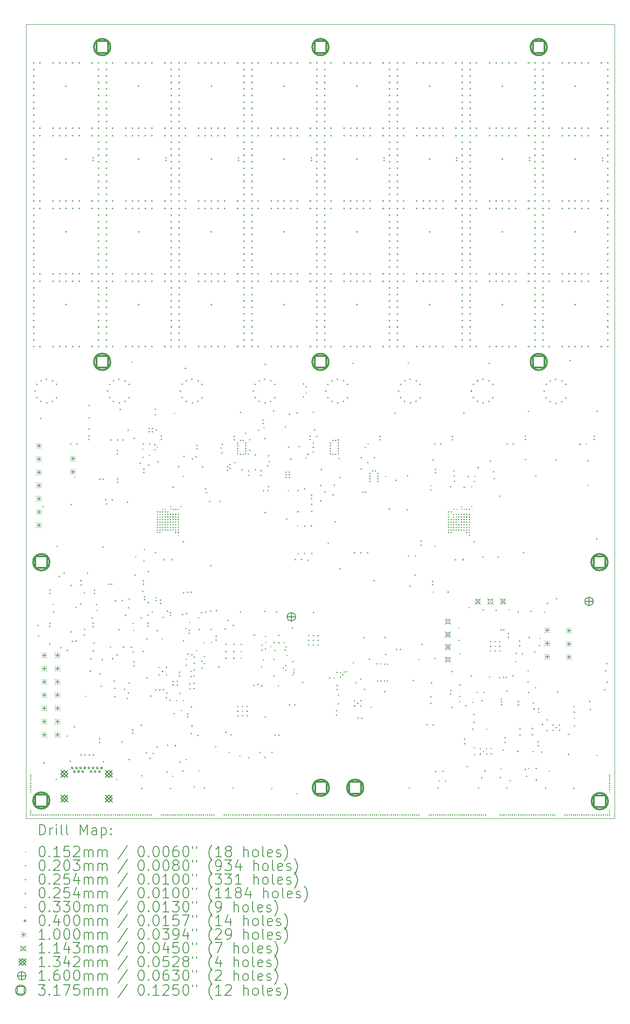
<source format=gbr>
%TF.GenerationSoftware,KiCad,Pcbnew,9.0.1*%
%TF.CreationDate,2025-06-02T14:00:33-06:00*%
%TF.ProjectId,PABA-DP,50414241-2d44-4502-9e6b-696361645f70,rev?*%
%TF.SameCoordinates,Original*%
%TF.FileFunction,Drillmap*%
%TF.FilePolarity,Positive*%
%FSLAX45Y45*%
G04 Gerber Fmt 4.5, Leading zero omitted, Abs format (unit mm)*
G04 Created by KiCad (PCBNEW 9.0.1) date 2025-06-02 14:00:33*
%MOMM*%
%LPD*%
G01*
G04 APERTURE LIST*
%ADD10C,0.050000*%
%ADD11C,0.200000*%
%ADD12C,0.100000*%
%ADD13C,0.114300*%
%ADD14C,0.134160*%
%ADD15C,0.160000*%
%ADD16C,0.317500*%
G04 APERTURE END LIST*
D10*
X5047056Y-1981292D02*
X16352596Y-1981292D01*
X16352596Y-17220149D01*
X5047056Y-17220149D01*
X5047056Y-1981292D01*
D11*
D12*
X7662265Y-11277209D02*
X7677505Y-11292449D01*
X7677505Y-11277209D02*
X7662265Y-11292449D01*
X7712253Y-11277209D02*
X7727493Y-11292449D01*
X7727493Y-11277209D02*
X7712253Y-11292449D01*
X7812278Y-11227222D02*
X7827518Y-11242462D01*
X7827518Y-11227222D02*
X7812278Y-11242462D01*
X7812278Y-11277209D02*
X7827518Y-11292449D01*
X7827518Y-11277209D02*
X7812278Y-11292449D01*
X7862265Y-11277209D02*
X7877505Y-11292449D01*
X7877505Y-11277209D02*
X7862265Y-11292449D01*
X7912278Y-11277209D02*
X7927518Y-11292449D01*
X7927518Y-11277209D02*
X7912278Y-11292449D01*
X7962265Y-11277209D02*
X7977505Y-11292449D01*
X7977505Y-11277209D02*
X7962265Y-11292449D01*
X7962265Y-11777234D02*
X7977505Y-11792474D01*
X7977505Y-11777234D02*
X7962265Y-11792474D01*
X8012277Y-11227222D02*
X8027517Y-11242462D01*
X8027517Y-11227222D02*
X8012277Y-11242462D01*
X13251332Y-11277209D02*
X13266572Y-11292449D01*
X13266572Y-11277209D02*
X13251332Y-11292449D01*
X13301319Y-11277209D02*
X13316559Y-11292449D01*
X13316559Y-11277209D02*
X13301319Y-11292449D01*
X13401345Y-11227222D02*
X13416585Y-11242462D01*
X13416585Y-11227222D02*
X13401345Y-11242462D01*
X13401345Y-11277209D02*
X13416585Y-11292449D01*
X13416585Y-11277209D02*
X13401345Y-11292449D01*
X13451332Y-11277209D02*
X13466572Y-11292449D01*
X13466572Y-11277209D02*
X13451332Y-11292449D01*
X13501344Y-11277209D02*
X13516584Y-11292449D01*
X13516584Y-11277209D02*
X13501344Y-11292449D01*
X13551332Y-11277209D02*
X13566572Y-11292449D01*
X13566572Y-11277209D02*
X13551332Y-11292449D01*
X13551332Y-11777234D02*
X13566572Y-11792474D01*
X13566572Y-11777234D02*
X13551332Y-11792474D01*
X13601344Y-11227222D02*
X13616584Y-11242462D01*
X13616584Y-11227222D02*
X13601344Y-11242462D01*
X5147132Y-16385454D02*
G75*
G02*
X5126812Y-16385454I-10160J0D01*
G01*
X5126812Y-16385454D02*
G75*
G02*
X5147132Y-16385454I10160J0D01*
G01*
X5147132Y-16426094D02*
G75*
G02*
X5126812Y-16426094I-10160J0D01*
G01*
X5126812Y-16426094D02*
G75*
G02*
X5147132Y-16426094I10160J0D01*
G01*
X5147132Y-16466734D02*
G75*
G02*
X5126812Y-16466734I-10160J0D01*
G01*
X5126812Y-16466734D02*
G75*
G02*
X5147132Y-16466734I10160J0D01*
G01*
X5147132Y-16507374D02*
G75*
G02*
X5126812Y-16507374I-10160J0D01*
G01*
X5126812Y-16507374D02*
G75*
G02*
X5147132Y-16507374I10160J0D01*
G01*
X5147132Y-16548014D02*
G75*
G02*
X5126812Y-16548014I-10160J0D01*
G01*
X5126812Y-16548014D02*
G75*
G02*
X5147132Y-16548014I10160J0D01*
G01*
X5147132Y-16588654D02*
G75*
G02*
X5126812Y-16588654I-10160J0D01*
G01*
X5126812Y-16588654D02*
G75*
G02*
X5147132Y-16588654I10160J0D01*
G01*
X5147132Y-16629294D02*
G75*
G02*
X5126812Y-16629294I-10160J0D01*
G01*
X5126812Y-16629294D02*
G75*
G02*
X5147132Y-16629294I10160J0D01*
G01*
X5147132Y-16669934D02*
G75*
G02*
X5126812Y-16669934I-10160J0D01*
G01*
X5126812Y-16669934D02*
G75*
G02*
X5147132Y-16669934I10160J0D01*
G01*
X5147132Y-16710574D02*
G75*
G02*
X5126812Y-16710574I-10160J0D01*
G01*
X5126812Y-16710574D02*
G75*
G02*
X5147132Y-16710574I10160J0D01*
G01*
X5147132Y-17071254D02*
G75*
G02*
X5126812Y-17071254I-10160J0D01*
G01*
X5126812Y-17071254D02*
G75*
G02*
X5147132Y-17071254I10160J0D01*
G01*
X5147132Y-17111894D02*
G75*
G02*
X5126812Y-17111894I-10160J0D01*
G01*
X5126812Y-17111894D02*
G75*
G02*
X5147132Y-17111894I10160J0D01*
G01*
X5147132Y-17152534D02*
G75*
G02*
X5126812Y-17152534I-10160J0D01*
G01*
X5126812Y-17152534D02*
G75*
G02*
X5147132Y-17152534I10160J0D01*
G01*
X5187772Y-17152534D02*
G75*
G02*
X5167452Y-17152534I-10160J0D01*
G01*
X5167452Y-17152534D02*
G75*
G02*
X5187772Y-17152534I10160J0D01*
G01*
X5228412Y-17152534D02*
G75*
G02*
X5208092Y-17152534I-10160J0D01*
G01*
X5208092Y-17152534D02*
G75*
G02*
X5228412Y-17152534I10160J0D01*
G01*
X5269052Y-17152534D02*
G75*
G02*
X5248732Y-17152534I-10160J0D01*
G01*
X5248732Y-17152534D02*
G75*
G02*
X5269052Y-17152534I10160J0D01*
G01*
X5289372Y-13514238D02*
G75*
G02*
X5269052Y-13514238I-10160J0D01*
G01*
X5269052Y-13514238D02*
G75*
G02*
X5289372Y-13514238I10160J0D01*
G01*
X5297500Y-13719978D02*
G75*
G02*
X5277180Y-13719978I-10160J0D01*
G01*
X5277180Y-13719978D02*
G75*
G02*
X5297500Y-13719978I10160J0D01*
G01*
X5309692Y-17152534D02*
G75*
G02*
X5289372Y-17152534I-10160J0D01*
G01*
X5289372Y-17152534D02*
G75*
G02*
X5309692Y-17152534I10160J0D01*
G01*
X5336870Y-9546250D02*
G75*
G02*
X5316550Y-9546250I-10160J0D01*
G01*
X5316550Y-9546250D02*
G75*
G02*
X5336870Y-9546250I10160J0D01*
G01*
X5350332Y-17152534D02*
G75*
G02*
X5330012Y-17152534I-10160J0D01*
G01*
X5330012Y-17152534D02*
G75*
G02*
X5350332Y-17152534I10160J0D01*
G01*
X5387162Y-11236620D02*
G75*
G02*
X5366842Y-11236620I-10160J0D01*
G01*
X5366842Y-11236620D02*
G75*
G02*
X5387162Y-11236620I10160J0D01*
G01*
X5390972Y-17152534D02*
G75*
G02*
X5370652Y-17152534I-10160J0D01*
G01*
X5370652Y-17152534D02*
G75*
G02*
X5390972Y-17152534I10160J0D01*
G01*
X5398592Y-16152790D02*
G75*
G02*
X5378272Y-16152790I-10160J0D01*
G01*
X5378272Y-16152790D02*
G75*
G02*
X5398592Y-16152790I10160J0D01*
G01*
X5431612Y-17152534D02*
G75*
G02*
X5411292Y-17152534I-10160J0D01*
G01*
X5411292Y-17152534D02*
G75*
G02*
X5431612Y-17152534I10160J0D01*
G01*
X5472252Y-17152534D02*
G75*
G02*
X5451932Y-17152534I-10160J0D01*
G01*
X5451932Y-17152534D02*
G75*
G02*
X5472252Y-17152534I10160J0D01*
G01*
X5512892Y-13868314D02*
G75*
G02*
X5492572Y-13868314I-10160J0D01*
G01*
X5492572Y-13868314D02*
G75*
G02*
X5512892Y-13868314I10160J0D01*
G01*
X5512892Y-17152534D02*
G75*
G02*
X5492572Y-17152534I-10160J0D01*
G01*
X5492572Y-17152534D02*
G75*
G02*
X5512892Y-17152534I10160J0D01*
G01*
X5553532Y-17152534D02*
G75*
G02*
X5533212Y-17152534I-10160J0D01*
G01*
X5533212Y-17152534D02*
G75*
G02*
X5553532Y-17152534I10160J0D01*
G01*
X5581472Y-13113934D02*
G75*
G02*
X5561152Y-13113934I-10160J0D01*
G01*
X5561152Y-13113934D02*
G75*
G02*
X5581472Y-13113934I10160J0D01*
G01*
X5581472Y-13253634D02*
G75*
G02*
X5561152Y-13253634I-10160J0D01*
G01*
X5561152Y-13253634D02*
G75*
G02*
X5581472Y-13253634I10160J0D01*
G01*
X5594172Y-17152534D02*
G75*
G02*
X5573852Y-17152534I-10160J0D01*
G01*
X5573852Y-17152534D02*
G75*
G02*
X5594172Y-17152534I10160J0D01*
G01*
X5634812Y-17152534D02*
G75*
G02*
X5614492Y-17152534I-10160J0D01*
G01*
X5614492Y-17152534D02*
G75*
G02*
X5634812Y-17152534I10160J0D01*
G01*
X5636336Y-16467496D02*
G75*
G02*
X5616016Y-16467496I-10160J0D01*
G01*
X5616016Y-16467496D02*
G75*
G02*
X5636336Y-16467496I10160J0D01*
G01*
X5654116Y-11999636D02*
G75*
G02*
X5633796Y-11999636I-10160J0D01*
G01*
X5633796Y-11999636D02*
G75*
G02*
X5654116Y-11999636I10160J0D01*
G01*
X5675452Y-17152534D02*
G75*
G02*
X5655132Y-17152534I-10160J0D01*
G01*
X5655132Y-17152534D02*
G75*
G02*
X5675452Y-17152534I10160J0D01*
G01*
X5698820Y-12575962D02*
G75*
G02*
X5678500Y-12575962I-10160J0D01*
G01*
X5678500Y-12575962D02*
G75*
G02*
X5698820Y-12575962I10160J0D01*
G01*
X5716092Y-17152534D02*
G75*
G02*
X5695772Y-17152534I-10160J0D01*
G01*
X5695772Y-17152534D02*
G75*
G02*
X5716092Y-17152534I10160J0D01*
G01*
X5756732Y-17152534D02*
G75*
G02*
X5736412Y-17152534I-10160J0D01*
G01*
X5736412Y-17152534D02*
G75*
G02*
X5756732Y-17152534I10160J0D01*
G01*
X5785180Y-12509160D02*
G75*
G02*
X5764860Y-12509160I-10160J0D01*
G01*
X5764860Y-12509160D02*
G75*
G02*
X5785180Y-12509160I10160J0D01*
G01*
X5797372Y-17152534D02*
G75*
G02*
X5777052Y-17152534I-10160J0D01*
G01*
X5777052Y-17152534D02*
G75*
G02*
X5797372Y-17152534I10160J0D01*
G01*
X5838012Y-17152534D02*
G75*
G02*
X5817692Y-17152534I-10160J0D01*
G01*
X5817692Y-17152534D02*
G75*
G02*
X5838012Y-17152534I10160J0D01*
G01*
X5847156Y-15639456D02*
G75*
G02*
X5826836Y-15639456I-10160J0D01*
G01*
X5826836Y-15639456D02*
G75*
G02*
X5847156Y-15639456I10160J0D01*
G01*
X5878652Y-17152534D02*
G75*
G02*
X5858332Y-17152534I-10160J0D01*
G01*
X5858332Y-17152534D02*
G75*
G02*
X5878652Y-17152534I10160J0D01*
G01*
X5904052Y-16121294D02*
G75*
G02*
X5883732Y-16121294I-10160J0D01*
G01*
X5883732Y-16121294D02*
G75*
G02*
X5904052Y-16121294I10160J0D01*
G01*
X5913399Y-10032508D02*
G75*
G02*
X5893079Y-10032508I-10160J0D01*
G01*
X5893079Y-10032508D02*
G75*
G02*
X5913399Y-10032508I10160J0D01*
G01*
X5919292Y-17152534D02*
G75*
G02*
X5898972Y-17152534I-10160J0D01*
G01*
X5898972Y-17152534D02*
G75*
G02*
X5919292Y-17152534I10160J0D01*
G01*
X5925388Y-11197250D02*
G75*
G02*
X5905068Y-11197250I-10160J0D01*
G01*
X5905068Y-11197250D02*
G75*
G02*
X5925388Y-11197250I10160J0D01*
G01*
X5959932Y-17152534D02*
G75*
G02*
X5939612Y-17152534I-10160J0D01*
G01*
X5939612Y-17152534D02*
G75*
G02*
X5959932Y-17152534I10160J0D01*
G01*
X5987110Y-10676042D02*
G75*
G02*
X5966790Y-10676042I-10160J0D01*
G01*
X5966790Y-10676042D02*
G75*
G02*
X5987110Y-10676042I10160J0D01*
G01*
X5987110Y-15463434D02*
G75*
G02*
X5966790Y-15463434I-10160J0D01*
G01*
X5966790Y-15463434D02*
G75*
G02*
X5987110Y-15463434I10160J0D01*
G01*
X6000572Y-17152534D02*
G75*
G02*
X5980252Y-17152534I-10160J0D01*
G01*
X5980252Y-17152534D02*
G75*
G02*
X6000572Y-17152534I10160J0D01*
G01*
X6017158Y-13816498D02*
G75*
G02*
X5996838Y-13816498I-10160J0D01*
G01*
X5996838Y-13816498D02*
G75*
G02*
X6017158Y-13816498I10160J0D01*
G01*
X6017336Y-13168036D02*
G75*
G02*
X5997016Y-13168036I-10160J0D01*
G01*
X5997016Y-13168036D02*
G75*
G02*
X6017336Y-13168036I10160J0D01*
G01*
X6034964Y-10032508D02*
G75*
G02*
X6014644Y-10032508I-10160J0D01*
G01*
X6014644Y-10032508D02*
G75*
G02*
X6034964Y-10032508I10160J0D01*
G01*
X6041212Y-17152534D02*
G75*
G02*
X6020892Y-17152534I-10160J0D01*
G01*
X6020892Y-17152534D02*
G75*
G02*
X6041212Y-17152534I10160J0D01*
G01*
X6081852Y-17152534D02*
G75*
G02*
X6061532Y-17152534I-10160J0D01*
G01*
X6061532Y-17152534D02*
G75*
G02*
X6081852Y-17152534I10160J0D01*
G01*
X6110300Y-12654956D02*
G75*
G02*
X6089980Y-12654956I-10160J0D01*
G01*
X6089980Y-12654956D02*
G75*
G02*
X6110300Y-12654956I10160J0D01*
G01*
X6113094Y-13100472D02*
G75*
G02*
X6092774Y-13100472I-10160J0D01*
G01*
X6092774Y-13100472D02*
G75*
G02*
X6113094Y-13100472I10160J0D01*
G01*
X6122492Y-17152534D02*
G75*
G02*
X6102172Y-17152534I-10160J0D01*
G01*
X6102172Y-17152534D02*
G75*
G02*
X6122492Y-17152534I10160J0D01*
G01*
X6163132Y-17152534D02*
G75*
G02*
X6142812Y-17152534I-10160J0D01*
G01*
X6142812Y-17152534D02*
G75*
G02*
X6163132Y-17152534I10160J0D01*
G01*
X6175832Y-13698134D02*
G75*
G02*
X6155512Y-13698134I-10160J0D01*
G01*
X6155512Y-13698134D02*
G75*
G02*
X6175832Y-13698134I10160J0D01*
G01*
X6178499Y-12890135D02*
G75*
G02*
X6158179Y-12890135I-10160J0D01*
G01*
X6158179Y-12890135D02*
G75*
G02*
X6178499Y-12890135I10160J0D01*
G01*
X6180150Y-13591708D02*
G75*
G02*
X6159830Y-13591708I-10160J0D01*
G01*
X6159830Y-13591708D02*
G75*
G02*
X6180150Y-13591708I10160J0D01*
G01*
X6199962Y-14874662D02*
G75*
G02*
X6179642Y-14874662I-10160J0D01*
G01*
X6179642Y-14874662D02*
G75*
G02*
X6199962Y-14874662I10160J0D01*
G01*
X6203772Y-17152534D02*
G75*
G02*
X6183452Y-17152534I-10160J0D01*
G01*
X6183452Y-17152534D02*
G75*
G02*
X6203772Y-17152534I10160J0D01*
G01*
X6239332Y-12511954D02*
G75*
G02*
X6219012Y-12511954I-10160J0D01*
G01*
X6219012Y-12511954D02*
G75*
G02*
X6239332Y-12511954I10160J0D01*
G01*
X6244412Y-17152534D02*
G75*
G02*
X6224092Y-17152534I-10160J0D01*
G01*
X6224092Y-17152534D02*
G75*
G02*
X6244412Y-17152534I10160J0D01*
G01*
X6264732Y-9748434D02*
G75*
G02*
X6244412Y-9748434I-10160J0D01*
G01*
X6244412Y-9748434D02*
G75*
G02*
X6264732Y-9748434I10160J0D01*
G01*
X6269812Y-9291234D02*
G75*
G02*
X6249492Y-9291234I-10160J0D01*
G01*
X6249492Y-9291234D02*
G75*
G02*
X6269812Y-9291234I10160J0D01*
G01*
X6269812Y-9532534D02*
G75*
G02*
X6249492Y-9532534I-10160J0D01*
G01*
X6249492Y-9532534D02*
G75*
G02*
X6269812Y-9532534I10160J0D01*
G01*
X6285052Y-17152534D02*
G75*
G02*
X6264732Y-17152534I-10160J0D01*
G01*
X6264732Y-17152534D02*
G75*
G02*
X6285052Y-17152534I10160J0D01*
G01*
X6323179Y-13373724D02*
G75*
G02*
X6302859Y-13373724I-10160J0D01*
G01*
X6302859Y-13373724D02*
G75*
G02*
X6323179Y-13373724I10160J0D01*
G01*
X6325692Y-17152534D02*
G75*
G02*
X6305372Y-17152534I-10160J0D01*
G01*
X6305372Y-17152534D02*
G75*
G02*
X6325692Y-17152534I10160J0D01*
G01*
X6366332Y-13850534D02*
G75*
G02*
X6346012Y-13850534I-10160J0D01*
G01*
X6346012Y-13850534D02*
G75*
G02*
X6366332Y-13850534I10160J0D01*
G01*
X6366332Y-17152534D02*
G75*
G02*
X6346012Y-17152534I-10160J0D01*
G01*
X6346012Y-17152534D02*
G75*
G02*
X6366332Y-17152534I10160J0D01*
G01*
X6406972Y-17152534D02*
G75*
G02*
X6386652Y-17152534I-10160J0D01*
G01*
X6386652Y-17152534D02*
G75*
G02*
X6406972Y-17152534I10160J0D01*
G01*
X6410020Y-13115458D02*
G75*
G02*
X6389700Y-13115458I-10160J0D01*
G01*
X6389700Y-13115458D02*
G75*
G02*
X6410020Y-13115458I10160J0D01*
G01*
X6417132Y-13230774D02*
G75*
G02*
X6396812Y-13230774I-10160J0D01*
G01*
X6396812Y-13230774D02*
G75*
G02*
X6417132Y-13230774I10160J0D01*
G01*
X6447612Y-17152534D02*
G75*
G02*
X6427292Y-17152534I-10160J0D01*
G01*
X6427292Y-17152534D02*
G75*
G02*
X6447612Y-17152534I10160J0D01*
G01*
X6473520Y-14445656D02*
G75*
G02*
X6453200Y-14445656I-10160J0D01*
G01*
X6453200Y-14445656D02*
G75*
G02*
X6473520Y-14445656I10160J0D01*
G01*
X6488252Y-17152534D02*
G75*
G02*
X6467932Y-17152534I-10160J0D01*
G01*
X6467932Y-17152534D02*
G75*
G02*
X6488252Y-17152534I10160J0D01*
G01*
X6501968Y-14685178D02*
G75*
G02*
X6481648Y-14685178I-10160J0D01*
G01*
X6481648Y-14685178D02*
G75*
G02*
X6501968Y-14685178I10160J0D01*
G01*
X6528892Y-17152534D02*
G75*
G02*
X6508572Y-17152534I-10160J0D01*
G01*
X6508572Y-17152534D02*
G75*
G02*
X6528892Y-17152534I10160J0D01*
G01*
X6535496Y-12012336D02*
G75*
G02*
X6515176Y-12012336I-10160J0D01*
G01*
X6515176Y-12012336D02*
G75*
G02*
X6535496Y-12012336I10160J0D01*
G01*
X6544132Y-16133994D02*
G75*
G02*
X6523812Y-16133994I-10160J0D01*
G01*
X6523812Y-16133994D02*
G75*
G02*
X6544132Y-16133994I10160J0D01*
G01*
X6569532Y-17152534D02*
G75*
G02*
X6549212Y-17152534I-10160J0D01*
G01*
X6549212Y-17152534D02*
G75*
G02*
X6569532Y-17152534I10160J0D01*
G01*
X6603822Y-11186074D02*
G75*
G02*
X6583502Y-11186074I-10160J0D01*
G01*
X6583502Y-11186074D02*
G75*
G02*
X6603822Y-11186074I10160J0D01*
G01*
X6610172Y-17152534D02*
G75*
G02*
X6589852Y-17152534I-10160J0D01*
G01*
X6589852Y-17152534D02*
G75*
G02*
X6610172Y-17152534I10160J0D01*
G01*
X6650812Y-17152534D02*
G75*
G02*
X6630492Y-17152534I-10160J0D01*
G01*
X6630492Y-17152534D02*
G75*
G02*
X6650812Y-17152534I10160J0D01*
G01*
X6677228Y-13931560D02*
G75*
G02*
X6656908Y-13931560I-10160J0D01*
G01*
X6656908Y-13931560D02*
G75*
G02*
X6677228Y-13931560I10160J0D01*
G01*
X6691452Y-17152534D02*
G75*
G02*
X6671132Y-17152534I-10160J0D01*
G01*
X6671132Y-17152534D02*
G75*
G02*
X6691452Y-17152534I10160J0D01*
G01*
X6719900Y-14153810D02*
G75*
G02*
X6699580Y-14153810I-10160J0D01*
G01*
X6699580Y-14153810D02*
G75*
G02*
X6719900Y-14153810I10160J0D01*
G01*
X6732092Y-17152534D02*
G75*
G02*
X6711772Y-17152534I-10160J0D01*
G01*
X6711772Y-17152534D02*
G75*
G02*
X6732092Y-17152534I10160J0D01*
G01*
X6749364Y-14581546D02*
G75*
G02*
X6729044Y-14581546I-10160J0D01*
G01*
X6729044Y-14581546D02*
G75*
G02*
X6749364Y-14581546I10160J0D01*
G01*
X6760540Y-14724548D02*
G75*
G02*
X6740220Y-14724548I-10160J0D01*
G01*
X6740220Y-14724548D02*
G75*
G02*
X6760540Y-14724548I10160J0D01*
G01*
X6764858Y-14884314D02*
G75*
G02*
X6744538Y-14884314I-10160J0D01*
G01*
X6744538Y-14884314D02*
G75*
G02*
X6764858Y-14884314I10160J0D01*
G01*
X6772732Y-17152534D02*
G75*
G02*
X6752412Y-17152534I-10160J0D01*
G01*
X6752412Y-17152534D02*
G75*
G02*
X6772732Y-17152534I10160J0D01*
G01*
X6799656Y-16475116D02*
G75*
G02*
X6779336Y-16475116I-10160J0D01*
G01*
X6779336Y-16475116D02*
G75*
G02*
X6799656Y-16475116I10160J0D01*
G01*
X6813372Y-17152534D02*
G75*
G02*
X6793052Y-17152534I-10160J0D01*
G01*
X6793052Y-17152534D02*
G75*
G02*
X6813372Y-17152534I10160J0D01*
G01*
X6854012Y-17152534D02*
G75*
G02*
X6833692Y-17152534I-10160J0D01*
G01*
X6833692Y-17152534D02*
G75*
G02*
X6854012Y-17152534I10160J0D01*
G01*
X6894652Y-17152534D02*
G75*
G02*
X6874332Y-17152534I-10160J0D01*
G01*
X6874332Y-17152534D02*
G75*
G02*
X6894652Y-17152534I10160J0D01*
G01*
X6901256Y-15751216D02*
G75*
G02*
X6880936Y-15751216I-10160J0D01*
G01*
X6880936Y-15751216D02*
G75*
G02*
X6901256Y-15751216I10160J0D01*
G01*
X6935292Y-17152534D02*
G75*
G02*
X6914972Y-17152534I-10160J0D01*
G01*
X6914972Y-17152534D02*
G75*
G02*
X6935292Y-17152534I10160J0D01*
G01*
X6951548Y-14740804D02*
G75*
G02*
X6931228Y-14740804I-10160J0D01*
G01*
X6931228Y-14740804D02*
G75*
G02*
X6951548Y-14740804I10160J0D01*
G01*
X6975932Y-17152534D02*
G75*
G02*
X6955612Y-17152534I-10160J0D01*
G01*
X6955612Y-17152534D02*
G75*
G02*
X6975932Y-17152534I10160J0D01*
G01*
X7000316Y-14919366D02*
G75*
G02*
X6979996Y-14919366I-10160J0D01*
G01*
X6979996Y-14919366D02*
G75*
G02*
X7000316Y-14919366I10160J0D01*
G01*
X7016572Y-17152534D02*
G75*
G02*
X6996252Y-17152534I-10160J0D01*
G01*
X6996252Y-17152534D02*
G75*
G02*
X7016572Y-17152534I10160J0D01*
G01*
X7019112Y-9771294D02*
G75*
G02*
X6998792Y-9771294I-10160J0D01*
G01*
X6998792Y-9771294D02*
G75*
G02*
X7019112Y-9771294I10160J0D01*
G01*
X7022922Y-14811416D02*
G75*
G02*
X7002602Y-14811416I-10160J0D01*
G01*
X7002602Y-14811416D02*
G75*
G02*
X7022922Y-14811416I10160J0D01*
G01*
X7026732Y-13177434D02*
G75*
G02*
X7006412Y-13177434I-10160J0D01*
G01*
X7006412Y-13177434D02*
G75*
G02*
X7026732Y-13177434I10160J0D01*
G01*
X7036892Y-14622694D02*
G75*
G02*
X7016572Y-14622694I-10160J0D01*
G01*
X7016572Y-14622694D02*
G75*
G02*
X7036892Y-14622694I10160J0D01*
G01*
X7037908Y-13006238D02*
G75*
G02*
X7017588Y-13006238I-10160J0D01*
G01*
X7017588Y-13006238D02*
G75*
G02*
X7037908Y-13006238I10160J0D01*
G01*
X7057212Y-17152534D02*
G75*
G02*
X7036892Y-17152534I-10160J0D01*
G01*
X7036892Y-17152534D02*
G75*
G02*
X7057212Y-17152534I10160J0D01*
G01*
X7085914Y-8464464D02*
G75*
G02*
X7065594Y-8464464I-10160J0D01*
G01*
X7065594Y-8464464D02*
G75*
G02*
X7085914Y-8464464I10160J0D01*
G01*
X7097852Y-17152534D02*
G75*
G02*
X7077532Y-17152534I-10160J0D01*
G01*
X7077532Y-17152534D02*
G75*
G02*
X7097852Y-17152534I10160J0D01*
G01*
X7113854Y-14029350D02*
G75*
G02*
X7093534Y-14029350I-10160J0D01*
G01*
X7093534Y-14029350D02*
G75*
G02*
X7113854Y-14029350I10160J0D01*
G01*
X7114781Y-13477327D02*
G75*
G02*
X7094461Y-13477327I-10160J0D01*
G01*
X7094461Y-13477327D02*
G75*
G02*
X7114781Y-13477327I10160J0D01*
G01*
X7122117Y-13614267D02*
G75*
G02*
X7101797Y-13614267I-10160J0D01*
G01*
X7101797Y-13614267D02*
G75*
G02*
X7122117Y-13614267I10160J0D01*
G01*
X7135952Y-9926234D02*
G75*
G02*
X7115632Y-9926234I-10160J0D01*
G01*
X7115632Y-9926234D02*
G75*
G02*
X7135952Y-9926234I10160J0D01*
G01*
X7138492Y-17152534D02*
G75*
G02*
X7118172Y-17152534I-10160J0D01*
G01*
X7118172Y-17152534D02*
G75*
G02*
X7138492Y-17152534I10160J0D01*
G01*
X7150176Y-12553356D02*
G75*
G02*
X7129856Y-12553356I-10160J0D01*
G01*
X7129856Y-12553356D02*
G75*
G02*
X7150176Y-12553356I10160J0D01*
G01*
X7162876Y-12197756D02*
G75*
G02*
X7142556Y-12197756I-10160J0D01*
G01*
X7142556Y-12197756D02*
G75*
G02*
X7162876Y-12197756I10160J0D01*
G01*
X7179132Y-17152534D02*
G75*
G02*
X7158812Y-17152534I-10160J0D01*
G01*
X7158812Y-17152534D02*
G75*
G02*
X7179132Y-17152534I10160J0D01*
G01*
X7219772Y-17152534D02*
G75*
G02*
X7199452Y-17152534I-10160J0D01*
G01*
X7199452Y-17152534D02*
G75*
G02*
X7219772Y-17152534I10160J0D01*
G01*
X7260412Y-17152534D02*
G75*
G02*
X7240092Y-17152534I-10160J0D01*
G01*
X7240092Y-17152534D02*
G75*
G02*
X7260412Y-17152534I10160J0D01*
G01*
X7267016Y-13368696D02*
G75*
G02*
X7246696Y-13368696I-10160J0D01*
G01*
X7246696Y-13368696D02*
G75*
G02*
X7267016Y-13368696I10160J0D01*
G01*
X7270572Y-15432954D02*
G75*
G02*
X7250252Y-15432954I-10160J0D01*
G01*
X7250252Y-15432954D02*
G75*
G02*
X7270572Y-15432954I10160J0D01*
G01*
X7276414Y-16399678D02*
G75*
G02*
X7256094Y-16399678I-10160J0D01*
G01*
X7256094Y-16399678D02*
G75*
G02*
X7276414Y-16399678I10160J0D01*
G01*
X7278192Y-16641994D02*
G75*
G02*
X7257872Y-16641994I-10160J0D01*
G01*
X7257872Y-16641994D02*
G75*
G02*
X7278192Y-16641994I10160J0D01*
G01*
X7295972Y-12859934D02*
G75*
G02*
X7275652Y-12859934I-10160J0D01*
G01*
X7275652Y-12859934D02*
G75*
G02*
X7295972Y-12859934I10160J0D01*
G01*
X7301052Y-10131974D02*
G75*
G02*
X7280732Y-10131974I-10160J0D01*
G01*
X7280732Y-10131974D02*
G75*
G02*
X7301052Y-10131974I10160J0D01*
G01*
X7301052Y-17152534D02*
G75*
G02*
X7280732Y-17152534I-10160J0D01*
G01*
X7280732Y-17152534D02*
G75*
G02*
X7301052Y-17152534I10160J0D01*
G01*
X7303592Y-10286914D02*
G75*
G02*
X7283272Y-10286914I-10160J0D01*
G01*
X7283272Y-10286914D02*
G75*
G02*
X7303592Y-10286914I10160J0D01*
G01*
X7306640Y-14014872D02*
G75*
G02*
X7286320Y-14014872I-10160J0D01*
G01*
X7286320Y-14014872D02*
G75*
G02*
X7306640Y-14014872I10160J0D01*
G01*
X7306894Y-10034641D02*
G75*
G02*
X7286574Y-10034641I-10160J0D01*
G01*
X7286574Y-10034641D02*
G75*
G02*
X7306894Y-10034641I10160J0D01*
G01*
X7321372Y-12278274D02*
G75*
G02*
X7301052Y-12278274I-10160J0D01*
G01*
X7301052Y-12278274D02*
G75*
G02*
X7321372Y-12278274I10160J0D01*
G01*
X7328992Y-12057294D02*
G75*
G02*
X7308672Y-12057294I-10160J0D01*
G01*
X7308672Y-12057294D02*
G75*
G02*
X7328992Y-12057294I10160J0D01*
G01*
X7341692Y-17152534D02*
G75*
G02*
X7321372Y-17152534I-10160J0D01*
G01*
X7321372Y-17152534D02*
G75*
G02*
X7341692Y-17152534I10160J0D01*
G01*
X7369632Y-15963814D02*
G75*
G02*
X7349312Y-15963814I-10160J0D01*
G01*
X7349312Y-15963814D02*
G75*
G02*
X7369632Y-15963814I10160J0D01*
G01*
X7378014Y-13775096D02*
G75*
G02*
X7357694Y-13775096I-10160J0D01*
G01*
X7357694Y-13775096D02*
G75*
G02*
X7378014Y-13775096I10160J0D01*
G01*
X7382332Y-17152534D02*
G75*
G02*
X7362012Y-17152534I-10160J0D01*
G01*
X7362012Y-17152534D02*
G75*
G02*
X7382332Y-17152534I10160J0D01*
G01*
X7399350Y-13318912D02*
G75*
G02*
X7379030Y-13318912I-10160J0D01*
G01*
X7379030Y-13318912D02*
G75*
G02*
X7399350Y-13318912I10160J0D01*
G01*
X7405192Y-13078374D02*
G75*
G02*
X7384872Y-13078374I-10160J0D01*
G01*
X7384872Y-13078374D02*
G75*
G02*
X7405192Y-13078374I10160J0D01*
G01*
X7407732Y-12484014D02*
G75*
G02*
X7387412Y-12484014I-10160J0D01*
G01*
X7387412Y-12484014D02*
G75*
G02*
X7407732Y-12484014I10160J0D01*
G01*
X7420432Y-9735734D02*
G75*
G02*
X7400112Y-9735734I-10160J0D01*
G01*
X7400112Y-9735734D02*
G75*
G02*
X7420432Y-9735734I10160J0D01*
G01*
X7420432Y-9799234D02*
G75*
G02*
X7400112Y-9799234I-10160J0D01*
G01*
X7400112Y-9799234D02*
G75*
G02*
X7420432Y-9799234I10160J0D01*
G01*
X7422972Y-17152534D02*
G75*
G02*
X7402652Y-17152534I-10160J0D01*
G01*
X7402652Y-17152534D02*
G75*
G02*
X7422972Y-17152534I10160J0D01*
G01*
X7425512Y-10251354D02*
G75*
G02*
X7405192Y-10251354I-10160J0D01*
G01*
X7405192Y-10251354D02*
G75*
G02*
X7425512Y-10251354I10160J0D01*
G01*
X7428992Y-10035708D02*
G75*
G02*
X7408672Y-10035708I-10160J0D01*
G01*
X7408672Y-10035708D02*
G75*
G02*
X7428992Y-10035708I10160J0D01*
G01*
X7463612Y-17152534D02*
G75*
G02*
X7443292Y-17152534I-10160J0D01*
G01*
X7443292Y-17152534D02*
G75*
G02*
X7463612Y-17152534I10160J0D01*
G01*
X7481392Y-13251094D02*
G75*
G02*
X7461072Y-13251094I-10160J0D01*
G01*
X7461072Y-13251094D02*
G75*
G02*
X7481392Y-13251094I10160J0D01*
G01*
X7483932Y-9735734D02*
G75*
G02*
X7463612Y-9735734I-10160J0D01*
G01*
X7463612Y-9735734D02*
G75*
G02*
X7483932Y-9735734I10160J0D01*
G01*
X7483932Y-9799234D02*
G75*
G02*
X7463612Y-9799234I-10160J0D01*
G01*
X7463612Y-9799234D02*
G75*
G02*
X7483932Y-9799234I10160J0D01*
G01*
X7501712Y-15968894D02*
G75*
G02*
X7481392Y-15968894I-10160J0D01*
G01*
X7481392Y-15968894D02*
G75*
G02*
X7501712Y-15968894I10160J0D01*
G01*
X7532192Y-10048154D02*
G75*
G02*
X7511872Y-10048154I-10160J0D01*
G01*
X7511872Y-10048154D02*
G75*
G02*
X7532192Y-10048154I10160J0D01*
G01*
X7532192Y-10142134D02*
G75*
G02*
X7511872Y-10142134I-10160J0D01*
G01*
X7511872Y-10142134D02*
G75*
G02*
X7532192Y-10142134I10160J0D01*
G01*
X7541127Y-9477619D02*
G75*
G02*
X7520807Y-9477619I-10160J0D01*
G01*
X7520807Y-9477619D02*
G75*
G02*
X7541127Y-9477619I10160J0D01*
G01*
X7542606Y-12119270D02*
G75*
G02*
X7522286Y-12119270I-10160J0D01*
G01*
X7522286Y-12119270D02*
G75*
G02*
X7542606Y-12119270I10160J0D01*
G01*
X7557592Y-9761134D02*
G75*
G02*
X7537272Y-9761134I-10160J0D01*
G01*
X7537272Y-9761134D02*
G75*
G02*
X7557592Y-9761134I10160J0D01*
G01*
X7557592Y-12979314D02*
G75*
G02*
X7537272Y-12979314I-10160J0D01*
G01*
X7537272Y-12979314D02*
G75*
G02*
X7557592Y-12979314I10160J0D01*
G01*
X7560132Y-13037734D02*
G75*
G02*
X7539812Y-13037734I-10160J0D01*
G01*
X7539812Y-13037734D02*
G75*
G02*
X7560132Y-13037734I10160J0D01*
G01*
X7577142Y-15854560D02*
G75*
G02*
X7556822Y-15854560I-10160J0D01*
G01*
X7556822Y-15854560D02*
G75*
G02*
X7577142Y-15854560I10160J0D01*
G01*
X7577912Y-10098954D02*
G75*
G02*
X7557592Y-10098954I-10160J0D01*
G01*
X7557592Y-10098954D02*
G75*
G02*
X7577912Y-10098954I10160J0D01*
G01*
X7579919Y-11337407D02*
G75*
G02*
X7559599Y-11337407I-10160J0D01*
G01*
X7559599Y-11337407D02*
G75*
G02*
X7579919Y-11337407I10160J0D01*
G01*
X7579919Y-11384905D02*
G75*
G02*
X7559599Y-11384905I-10160J0D01*
G01*
X7559599Y-11384905D02*
G75*
G02*
X7579919Y-11384905I10160J0D01*
G01*
X7579919Y-11434918D02*
G75*
G02*
X7559599Y-11434918I-10160J0D01*
G01*
X7559599Y-11434918D02*
G75*
G02*
X7579919Y-11434918I10160J0D01*
G01*
X7579919Y-11484905D02*
G75*
G02*
X7559599Y-11484905I-10160J0D01*
G01*
X7559599Y-11484905D02*
G75*
G02*
X7579919Y-11484905I10160J0D01*
G01*
X7579919Y-11534918D02*
G75*
G02*
X7559599Y-11534918I-10160J0D01*
G01*
X7559599Y-11534918D02*
G75*
G02*
X7579919Y-11534918I10160J0D01*
G01*
X7579919Y-11584905D02*
G75*
G02*
X7559599Y-11584905I-10160J0D01*
G01*
X7559599Y-11584905D02*
G75*
G02*
X7579919Y-11584905I10160J0D01*
G01*
X7579919Y-11634917D02*
G75*
G02*
X7559599Y-11634917I-10160J0D01*
G01*
X7559599Y-11634917D02*
G75*
G02*
X7579919Y-11634917I10160J0D01*
G01*
X7579919Y-11684905D02*
G75*
G02*
X7559599Y-11684905I-10160J0D01*
G01*
X7559599Y-11684905D02*
G75*
G02*
X7579919Y-11684905I10160J0D01*
G01*
X7579919Y-11729863D02*
G75*
G02*
X7559599Y-11729863I-10160J0D01*
G01*
X7559599Y-11729863D02*
G75*
G02*
X7579919Y-11729863I10160J0D01*
G01*
X7612456Y-14323736D02*
G75*
G02*
X7592136Y-14323736I-10160J0D01*
G01*
X7592136Y-14323736D02*
G75*
G02*
X7612456Y-14323736I10160J0D01*
G01*
X7612456Y-14463436D02*
G75*
G02*
X7592136Y-14463436I-10160J0D01*
G01*
X7592136Y-14463436D02*
G75*
G02*
X7612456Y-14463436I10160J0D01*
G01*
X7629906Y-11337407D02*
G75*
G02*
X7609586Y-11337407I-10160J0D01*
G01*
X7609586Y-11337407D02*
G75*
G02*
X7629906Y-11337407I10160J0D01*
G01*
X7629906Y-11384905D02*
G75*
G02*
X7609586Y-11384905I-10160J0D01*
G01*
X7609586Y-11384905D02*
G75*
G02*
X7629906Y-11384905I10160J0D01*
G01*
X7629906Y-11434918D02*
G75*
G02*
X7609586Y-11434918I-10160J0D01*
G01*
X7609586Y-11434918D02*
G75*
G02*
X7629906Y-11434918I10160J0D01*
G01*
X7629906Y-11484905D02*
G75*
G02*
X7609586Y-11484905I-10160J0D01*
G01*
X7609586Y-11484905D02*
G75*
G02*
X7629906Y-11484905I10160J0D01*
G01*
X7629906Y-11534918D02*
G75*
G02*
X7609586Y-11534918I-10160J0D01*
G01*
X7609586Y-11534918D02*
G75*
G02*
X7629906Y-11534918I10160J0D01*
G01*
X7629906Y-11584905D02*
G75*
G02*
X7609586Y-11584905I-10160J0D01*
G01*
X7609586Y-11584905D02*
G75*
G02*
X7629906Y-11584905I10160J0D01*
G01*
X7629906Y-11634917D02*
G75*
G02*
X7609586Y-11634917I-10160J0D01*
G01*
X7609586Y-11634917D02*
G75*
G02*
X7629906Y-11634917I10160J0D01*
G01*
X7629906Y-11684905D02*
G75*
G02*
X7609586Y-11684905I-10160J0D01*
G01*
X7609586Y-11684905D02*
G75*
G02*
X7629906Y-11684905I10160J0D01*
G01*
X7629906Y-11729863D02*
G75*
G02*
X7609586Y-11729863I-10160J0D01*
G01*
X7609586Y-11729863D02*
G75*
G02*
X7629906Y-11729863I10160J0D01*
G01*
X7661732Y-17152534D02*
G75*
G02*
X7641412Y-17152534I-10160J0D01*
G01*
X7641412Y-17152534D02*
G75*
G02*
X7661732Y-17152534I10160J0D01*
G01*
X7671892Y-13774740D02*
G75*
G02*
X7651572Y-13774740I-10160J0D01*
G01*
X7651572Y-13774740D02*
G75*
G02*
X7671892Y-13774740I10160J0D01*
G01*
X7675956Y-14399936D02*
G75*
G02*
X7655636Y-14399936I-10160J0D01*
G01*
X7655636Y-14399936D02*
G75*
G02*
X7675956Y-14399936I10160J0D01*
G01*
X7679918Y-11337407D02*
G75*
G02*
X7659598Y-11337407I-10160J0D01*
G01*
X7659598Y-11337407D02*
G75*
G02*
X7679918Y-11337407I10160J0D01*
G01*
X7679918Y-11384905D02*
G75*
G02*
X7659598Y-11384905I-10160J0D01*
G01*
X7659598Y-11384905D02*
G75*
G02*
X7679918Y-11384905I10160J0D01*
G01*
X7679918Y-11434918D02*
G75*
G02*
X7659598Y-11434918I-10160J0D01*
G01*
X7659598Y-11434918D02*
G75*
G02*
X7679918Y-11434918I10160J0D01*
G01*
X7679918Y-11484905D02*
G75*
G02*
X7659598Y-11484905I-10160J0D01*
G01*
X7659598Y-11484905D02*
G75*
G02*
X7679918Y-11484905I10160J0D01*
G01*
X7679918Y-11534918D02*
G75*
G02*
X7659598Y-11534918I-10160J0D01*
G01*
X7659598Y-11534918D02*
G75*
G02*
X7679918Y-11534918I10160J0D01*
G01*
X7679918Y-11584905D02*
G75*
G02*
X7659598Y-11584905I-10160J0D01*
G01*
X7659598Y-11584905D02*
G75*
G02*
X7679918Y-11584905I10160J0D01*
G01*
X7679918Y-11634917D02*
G75*
G02*
X7659598Y-11634917I-10160J0D01*
G01*
X7659598Y-11634917D02*
G75*
G02*
X7679918Y-11634917I10160J0D01*
G01*
X7679918Y-11684905D02*
G75*
G02*
X7659598Y-11684905I-10160J0D01*
G01*
X7659598Y-11684905D02*
G75*
G02*
X7679918Y-11684905I10160J0D01*
G01*
X7692212Y-13365394D02*
G75*
G02*
X7671892Y-13365394I-10160J0D01*
G01*
X7671892Y-13365394D02*
G75*
G02*
X7692212Y-13365394I10160J0D01*
G01*
X7702372Y-17152534D02*
G75*
G02*
X7682052Y-17152534I-10160J0D01*
G01*
X7682052Y-17152534D02*
G75*
G02*
X7702372Y-17152534I10160J0D01*
G01*
X7729906Y-11384905D02*
G75*
G02*
X7709586Y-11384905I-10160J0D01*
G01*
X7709586Y-11384905D02*
G75*
G02*
X7729906Y-11384905I10160J0D01*
G01*
X7729906Y-11434918D02*
G75*
G02*
X7709586Y-11434918I-10160J0D01*
G01*
X7709586Y-11434918D02*
G75*
G02*
X7729906Y-11434918I10160J0D01*
G01*
X7729906Y-11484905D02*
G75*
G02*
X7709586Y-11484905I-10160J0D01*
G01*
X7709586Y-11484905D02*
G75*
G02*
X7729906Y-11484905I10160J0D01*
G01*
X7729906Y-11534918D02*
G75*
G02*
X7709586Y-11534918I-10160J0D01*
G01*
X7709586Y-11534918D02*
G75*
G02*
X7729906Y-11534918I10160J0D01*
G01*
X7729906Y-11584905D02*
G75*
G02*
X7709586Y-11584905I-10160J0D01*
G01*
X7709586Y-11584905D02*
G75*
G02*
X7729906Y-11584905I10160J0D01*
G01*
X7729906Y-11634917D02*
G75*
G02*
X7709586Y-11634917I-10160J0D01*
G01*
X7709586Y-11634917D02*
G75*
G02*
X7729906Y-11634917I10160J0D01*
G01*
X7729906Y-11684905D02*
G75*
G02*
X7709586Y-11684905I-10160J0D01*
G01*
X7709586Y-11684905D02*
G75*
G02*
X7729906Y-11684905I10160J0D01*
G01*
X7730994Y-11336376D02*
G75*
G02*
X7710674Y-11336376I-10160J0D01*
G01*
X7710674Y-11336376D02*
G75*
G02*
X7730994Y-11336376I10160J0D01*
G01*
X7743012Y-17152534D02*
G75*
G02*
X7722692Y-17152534I-10160J0D01*
G01*
X7722692Y-17152534D02*
G75*
G02*
X7743012Y-17152534I10160J0D01*
G01*
X7750124Y-14906158D02*
G75*
G02*
X7729804Y-14906158I-10160J0D01*
G01*
X7729804Y-14906158D02*
G75*
G02*
X7750124Y-14906158I10160J0D01*
G01*
X7752156Y-14323736D02*
G75*
G02*
X7731836Y-14323736I-10160J0D01*
G01*
X7731836Y-14323736D02*
G75*
G02*
X7752156Y-14323736I10160J0D01*
G01*
X7752156Y-14463436D02*
G75*
G02*
X7731836Y-14463436I-10160J0D01*
G01*
X7731836Y-14463436D02*
G75*
G02*
X7752156Y-14463436I10160J0D01*
G01*
X7763332Y-16324494D02*
G75*
G02*
X7743012Y-16324494I-10160J0D01*
G01*
X7743012Y-16324494D02*
G75*
G02*
X7763332Y-16324494I10160J0D01*
G01*
X7776032Y-15813954D02*
G75*
G02*
X7755712Y-15813954I-10160J0D01*
G01*
X7755712Y-15813954D02*
G75*
G02*
X7776032Y-15813954I10160J0D01*
G01*
X7779918Y-11334918D02*
G75*
G02*
X7759598Y-11334918I-10160J0D01*
G01*
X7759598Y-11334918D02*
G75*
G02*
X7779918Y-11334918I10160J0D01*
G01*
X7779918Y-11384905D02*
G75*
G02*
X7759598Y-11384905I-10160J0D01*
G01*
X7759598Y-11384905D02*
G75*
G02*
X7779918Y-11384905I10160J0D01*
G01*
X7779918Y-11434918D02*
G75*
G02*
X7759598Y-11434918I-10160J0D01*
G01*
X7759598Y-11434918D02*
G75*
G02*
X7779918Y-11434918I10160J0D01*
G01*
X7779918Y-11484905D02*
G75*
G02*
X7759598Y-11484905I-10160J0D01*
G01*
X7759598Y-11484905D02*
G75*
G02*
X7779918Y-11484905I10160J0D01*
G01*
X7779918Y-11584905D02*
G75*
G02*
X7759598Y-11584905I-10160J0D01*
G01*
X7759598Y-11584905D02*
G75*
G02*
X7779918Y-11584905I10160J0D01*
G01*
X7779918Y-11634917D02*
G75*
G02*
X7759598Y-11634917I-10160J0D01*
G01*
X7759598Y-11634917D02*
G75*
G02*
X7779918Y-11634917I10160J0D01*
G01*
X7779918Y-11684905D02*
G75*
G02*
X7759598Y-11684905I-10160J0D01*
G01*
X7759598Y-11684905D02*
G75*
G02*
X7779918Y-11684905I10160J0D01*
G01*
X7780045Y-11534841D02*
G75*
G02*
X7759725Y-11534841I-10160J0D01*
G01*
X7759725Y-11534841D02*
G75*
G02*
X7780045Y-11534841I10160J0D01*
G01*
X7781112Y-17152534D02*
G75*
G02*
X7760792Y-17152534I-10160J0D01*
G01*
X7760792Y-17152534D02*
G75*
G02*
X7781112Y-17152534I10160J0D01*
G01*
X7819212Y-17152534D02*
G75*
G02*
X7798892Y-17152534I-10160J0D01*
G01*
X7798892Y-17152534D02*
G75*
G02*
X7819212Y-17152534I10160J0D01*
G01*
X7823276Y-14953656D02*
G75*
G02*
X7802956Y-14953656I-10160J0D01*
G01*
X7802956Y-14953656D02*
G75*
G02*
X7823276Y-14953656I10160J0D01*
G01*
X7829905Y-11384905D02*
G75*
G02*
X7809585Y-11384905I-10160J0D01*
G01*
X7809585Y-11384905D02*
G75*
G02*
X7829905Y-11384905I10160J0D01*
G01*
X7829905Y-11434918D02*
G75*
G02*
X7809585Y-11434918I-10160J0D01*
G01*
X7809585Y-11434918D02*
G75*
G02*
X7829905Y-11434918I10160J0D01*
G01*
X7829905Y-11484905D02*
G75*
G02*
X7809585Y-11484905I-10160J0D01*
G01*
X7809585Y-11484905D02*
G75*
G02*
X7829905Y-11484905I10160J0D01*
G01*
X7829905Y-11534918D02*
G75*
G02*
X7809585Y-11534918I-10160J0D01*
G01*
X7809585Y-11534918D02*
G75*
G02*
X7829905Y-11534918I10160J0D01*
G01*
X7829905Y-11584905D02*
G75*
G02*
X7809585Y-11584905I-10160J0D01*
G01*
X7809585Y-11584905D02*
G75*
G02*
X7829905Y-11584905I10160J0D01*
G01*
X7829905Y-11634917D02*
G75*
G02*
X7809585Y-11634917I-10160J0D01*
G01*
X7809585Y-11634917D02*
G75*
G02*
X7829905Y-11634917I10160J0D01*
G01*
X7829905Y-11684905D02*
G75*
G02*
X7809585Y-11684905I-10160J0D01*
G01*
X7809585Y-11684905D02*
G75*
G02*
X7829905Y-11684905I10160J0D01*
G01*
X7830134Y-13272938D02*
G75*
G02*
X7809814Y-13272938I-10160J0D01*
G01*
X7809814Y-13272938D02*
G75*
G02*
X7830134Y-13272938I10160J0D01*
G01*
X7830388Y-13326024D02*
G75*
G02*
X7810068Y-13326024I-10160J0D01*
G01*
X7810068Y-13326024D02*
G75*
G02*
X7830388Y-13326024I10160J0D01*
G01*
X7831912Y-16644534D02*
G75*
G02*
X7811592Y-16644534I-10160J0D01*
G01*
X7811592Y-16644534D02*
G75*
G02*
X7831912Y-16644534I10160J0D01*
G01*
X7859852Y-17152534D02*
G75*
G02*
X7839532Y-17152534I-10160J0D01*
G01*
X7839532Y-17152534D02*
G75*
G02*
X7859852Y-17152534I10160J0D01*
G01*
X7873314Y-16410854D02*
G75*
G02*
X7852994Y-16410854I-10160J0D01*
G01*
X7852994Y-16410854D02*
G75*
G02*
X7873314Y-16410854I10160J0D01*
G01*
X7879918Y-11384905D02*
G75*
G02*
X7859598Y-11384905I-10160J0D01*
G01*
X7859598Y-11384905D02*
G75*
G02*
X7879918Y-11384905I10160J0D01*
G01*
X7879918Y-11434918D02*
G75*
G02*
X7859598Y-11434918I-10160J0D01*
G01*
X7859598Y-11434918D02*
G75*
G02*
X7879918Y-11434918I10160J0D01*
G01*
X7879918Y-11484905D02*
G75*
G02*
X7859598Y-11484905I-10160J0D01*
G01*
X7859598Y-11484905D02*
G75*
G02*
X7879918Y-11484905I10160J0D01*
G01*
X7879918Y-11534918D02*
G75*
G02*
X7859598Y-11534918I-10160J0D01*
G01*
X7859598Y-11534918D02*
G75*
G02*
X7879918Y-11534918I10160J0D01*
G01*
X7879918Y-11584905D02*
G75*
G02*
X7859598Y-11584905I-10160J0D01*
G01*
X7859598Y-11584905D02*
G75*
G02*
X7879918Y-11584905I10160J0D01*
G01*
X7879918Y-11634917D02*
G75*
G02*
X7859598Y-11634917I-10160J0D01*
G01*
X7859598Y-11634917D02*
G75*
G02*
X7879918Y-11634917I10160J0D01*
G01*
X7879918Y-11684905D02*
G75*
G02*
X7859598Y-11684905I-10160J0D01*
G01*
X7859598Y-11684905D02*
G75*
G02*
X7879918Y-11684905I10160J0D01*
G01*
X7895412Y-15206894D02*
G75*
G02*
X7875092Y-15206894I-10160J0D01*
G01*
X7875092Y-15206894D02*
G75*
G02*
X7895412Y-15206894I10160J0D01*
G01*
X7895412Y-17152534D02*
G75*
G02*
X7875092Y-17152534I-10160J0D01*
G01*
X7875092Y-17152534D02*
G75*
G02*
X7895412Y-17152534I10160J0D01*
G01*
X7909890Y-9445412D02*
G75*
G02*
X7889570Y-9445412I-10160J0D01*
G01*
X7889570Y-9445412D02*
G75*
G02*
X7909890Y-9445412I10160J0D01*
G01*
X7920812Y-15821574D02*
G75*
G02*
X7900492Y-15821574I-10160J0D01*
G01*
X7900492Y-15821574D02*
G75*
G02*
X7920812Y-15821574I10160J0D01*
G01*
X7929905Y-11384905D02*
G75*
G02*
X7909585Y-11384905I-10160J0D01*
G01*
X7909585Y-11384905D02*
G75*
G02*
X7929905Y-11384905I10160J0D01*
G01*
X7929905Y-11434918D02*
G75*
G02*
X7909585Y-11434918I-10160J0D01*
G01*
X7909585Y-11434918D02*
G75*
G02*
X7929905Y-11434918I10160J0D01*
G01*
X7929905Y-11484905D02*
G75*
G02*
X7909585Y-11484905I-10160J0D01*
G01*
X7909585Y-11484905D02*
G75*
G02*
X7929905Y-11484905I10160J0D01*
G01*
X7929905Y-11534918D02*
G75*
G02*
X7909585Y-11534918I-10160J0D01*
G01*
X7909585Y-11534918D02*
G75*
G02*
X7929905Y-11534918I10160J0D01*
G01*
X7929905Y-11584905D02*
G75*
G02*
X7909585Y-11584905I-10160J0D01*
G01*
X7909585Y-11584905D02*
G75*
G02*
X7929905Y-11584905I10160J0D01*
G01*
X7929905Y-11634917D02*
G75*
G02*
X7909585Y-11634917I-10160J0D01*
G01*
X7909585Y-11634917D02*
G75*
G02*
X7929905Y-11634917I10160J0D01*
G01*
X7929905Y-11684905D02*
G75*
G02*
X7909585Y-11684905I-10160J0D01*
G01*
X7909585Y-11684905D02*
G75*
G02*
X7929905Y-11684905I10160J0D01*
G01*
X7929905Y-11732377D02*
G75*
G02*
X7909585Y-11732377I-10160J0D01*
G01*
X7909585Y-11732377D02*
G75*
G02*
X7929905Y-11732377I10160J0D01*
G01*
X7933512Y-17152534D02*
G75*
G02*
X7913192Y-17152534I-10160J0D01*
G01*
X7913192Y-17152534D02*
G75*
G02*
X7933512Y-17152534I10160J0D01*
G01*
X7950276Y-14958736D02*
G75*
G02*
X7929956Y-14958736I-10160J0D01*
G01*
X7929956Y-14958736D02*
G75*
G02*
X7950276Y-14958736I10160J0D01*
G01*
X7974152Y-17152534D02*
G75*
G02*
X7953832Y-17152534I-10160J0D01*
G01*
X7953832Y-17152534D02*
G75*
G02*
X7974152Y-17152534I10160J0D01*
G01*
X7979918Y-11384905D02*
G75*
G02*
X7959598Y-11384905I-10160J0D01*
G01*
X7959598Y-11384905D02*
G75*
G02*
X7979918Y-11384905I10160J0D01*
G01*
X7979918Y-11434918D02*
G75*
G02*
X7959598Y-11434918I-10160J0D01*
G01*
X7959598Y-11434918D02*
G75*
G02*
X7979918Y-11434918I10160J0D01*
G01*
X7979918Y-11484905D02*
G75*
G02*
X7959598Y-11484905I-10160J0D01*
G01*
X7959598Y-11484905D02*
G75*
G02*
X7979918Y-11484905I10160J0D01*
G01*
X7979918Y-11534918D02*
G75*
G02*
X7959598Y-11534918I-10160J0D01*
G01*
X7959598Y-11534918D02*
G75*
G02*
X7979918Y-11534918I10160J0D01*
G01*
X7979918Y-11584905D02*
G75*
G02*
X7959598Y-11584905I-10160J0D01*
G01*
X7959598Y-11584905D02*
G75*
G02*
X7979918Y-11584905I10160J0D01*
G01*
X7979918Y-11634917D02*
G75*
G02*
X7959598Y-11634917I-10160J0D01*
G01*
X7959598Y-11634917D02*
G75*
G02*
X7979918Y-11634917I10160J0D01*
G01*
X7979918Y-11684905D02*
G75*
G02*
X7959598Y-11684905I-10160J0D01*
G01*
X7959598Y-11684905D02*
G75*
G02*
X7979918Y-11684905I10160J0D01*
G01*
X7979918Y-11732377D02*
G75*
G02*
X7959598Y-11732377I-10160J0D01*
G01*
X7959598Y-11732377D02*
G75*
G02*
X7979918Y-11732377I10160J0D01*
G01*
X8010728Y-14820560D02*
G75*
G02*
X7990408Y-14820560I-10160J0D01*
G01*
X7990408Y-14820560D02*
G75*
G02*
X8010728Y-14820560I10160J0D01*
G01*
X8014792Y-17152534D02*
G75*
G02*
X7994472Y-17152534I-10160J0D01*
G01*
X7994472Y-17152534D02*
G75*
G02*
X8014792Y-17152534I10160J0D01*
G01*
X8017332Y-16141614D02*
G75*
G02*
X7997012Y-16141614I-10160J0D01*
G01*
X7997012Y-16141614D02*
G75*
G02*
X8017332Y-16141614I10160J0D01*
G01*
X8040700Y-15149236D02*
G75*
G02*
X8020380Y-15149236I-10160J0D01*
G01*
X8020380Y-15149236D02*
G75*
G02*
X8040700Y-15149236I10160J0D01*
G01*
X8055432Y-17152534D02*
G75*
G02*
X8035112Y-17152534I-10160J0D01*
G01*
X8035112Y-17152534D02*
G75*
G02*
X8055432Y-17152534I10160J0D01*
G01*
X8056016Y-8886790D02*
G75*
G02*
X8035696Y-8886790I-10160J0D01*
G01*
X8035696Y-8886790D02*
G75*
G02*
X8056016Y-8886790I10160J0D01*
G01*
X8056016Y-9141120D02*
G75*
G02*
X8035696Y-9141120I-10160J0D01*
G01*
X8035696Y-9141120D02*
G75*
G02*
X8056016Y-9141120I10160J0D01*
G01*
X8073212Y-16311794D02*
G75*
G02*
X8052892Y-16311794I-10160J0D01*
G01*
X8052892Y-16311794D02*
G75*
G02*
X8073212Y-16311794I10160J0D01*
G01*
X8078292Y-10655214D02*
G75*
G02*
X8057972Y-10655214I-10160J0D01*
G01*
X8057972Y-10655214D02*
G75*
G02*
X8078292Y-10655214I10160J0D01*
G01*
X8078546Y-14956958D02*
G75*
G02*
X8058226Y-14956958I-10160J0D01*
G01*
X8058226Y-14956958D02*
G75*
G02*
X8078546Y-14956958I10160J0D01*
G01*
X8081721Y-13812434D02*
G75*
G02*
X8061401Y-13812434I-10160J0D01*
G01*
X8061401Y-13812434D02*
G75*
G02*
X8081721Y-13812434I10160J0D01*
G01*
X8081848Y-12890922D02*
G75*
G02*
X8061528Y-12890922I-10160J0D01*
G01*
X8061528Y-12890922D02*
G75*
G02*
X8081848Y-12890922I10160J0D01*
G01*
X8089205Y-10270397D02*
G75*
G02*
X8068885Y-10270397I-10160J0D01*
G01*
X8068885Y-10270397D02*
G75*
G02*
X8089205Y-10270397I10160J0D01*
G01*
X8096072Y-17152534D02*
G75*
G02*
X8075752Y-17152534I-10160J0D01*
G01*
X8075752Y-17152534D02*
G75*
G02*
X8096072Y-17152534I10160J0D01*
G01*
X8117154Y-8582066D02*
G75*
G02*
X8096834Y-8582066I-10160J0D01*
G01*
X8096834Y-8582066D02*
G75*
G02*
X8117154Y-8582066I10160J0D01*
G01*
X8124012Y-13573674D02*
G75*
G02*
X8103692Y-13573674I-10160J0D01*
G01*
X8103692Y-13573674D02*
G75*
G02*
X8124012Y-13573674I10160J0D01*
G01*
X8134172Y-14168034D02*
G75*
G02*
X8113852Y-14168034I-10160J0D01*
G01*
X8113852Y-14168034D02*
G75*
G02*
X8134172Y-14168034I10160J0D01*
G01*
X8134172Y-16088274D02*
G75*
G02*
X8113852Y-16088274I-10160J0D01*
G01*
X8113852Y-16088274D02*
G75*
G02*
X8134172Y-16088274I10160J0D01*
G01*
X8136712Y-14282334D02*
G75*
G02*
X8116392Y-14282334I-10160J0D01*
G01*
X8116392Y-14282334D02*
G75*
G02*
X8136712Y-14282334I10160J0D01*
G01*
X8136712Y-17152534D02*
G75*
G02*
X8116392Y-17152534I-10160J0D01*
G01*
X8116392Y-17152534D02*
G75*
G02*
X8136712Y-17152534I10160J0D01*
G01*
X8177352Y-17152534D02*
G75*
G02*
X8157032Y-17152534I-10160J0D01*
G01*
X8157032Y-17152534D02*
G75*
G02*
X8177352Y-17152534I10160J0D01*
G01*
X8197672Y-13459374D02*
G75*
G02*
X8177352Y-13459374I-10160J0D01*
G01*
X8177352Y-13459374D02*
G75*
G02*
X8197672Y-13459374I10160J0D01*
G01*
X8200212Y-14637934D02*
G75*
G02*
X8179892Y-14637934I-10160J0D01*
G01*
X8179892Y-14637934D02*
G75*
G02*
X8200212Y-14637934I10160J0D01*
G01*
X8205292Y-14734454D02*
G75*
G02*
X8184972Y-14734454I-10160J0D01*
G01*
X8184972Y-14734454D02*
G75*
G02*
X8205292Y-14734454I10160J0D01*
G01*
X8217992Y-17152534D02*
G75*
G02*
X8197672Y-17152534I-10160J0D01*
G01*
X8197672Y-17152534D02*
G75*
G02*
X8217992Y-17152534I10160J0D01*
G01*
X8225612Y-14394094D02*
G75*
G02*
X8205292Y-14394094I-10160J0D01*
G01*
X8205292Y-14394094D02*
G75*
G02*
X8225612Y-14394094I10160J0D01*
G01*
X8228152Y-14493154D02*
G75*
G02*
X8207832Y-14493154I-10160J0D01*
G01*
X8207832Y-14493154D02*
G75*
G02*
X8228152Y-14493154I10160J0D01*
G01*
X8229676Y-15589926D02*
G75*
G02*
X8209356Y-15589926I-10160J0D01*
G01*
X8209356Y-15589926D02*
G75*
G02*
X8229676Y-15589926I10160J0D01*
G01*
X8235391Y-15078294D02*
G75*
G02*
X8215071Y-15078294I-10160J0D01*
G01*
X8215071Y-15078294D02*
G75*
G02*
X8235391Y-15078294I10160J0D01*
G01*
X8244916Y-15448956D02*
G75*
G02*
X8224596Y-15448956I-10160J0D01*
G01*
X8224596Y-15448956D02*
G75*
G02*
X8244916Y-15448956I10160J0D01*
G01*
X8250214Y-10321176D02*
G75*
G02*
X8229894Y-10321176I-10160J0D01*
G01*
X8229894Y-10321176D02*
G75*
G02*
X8250214Y-10321176I10160J0D01*
G01*
X8258632Y-17152534D02*
G75*
G02*
X8238312Y-17152534I-10160J0D01*
G01*
X8238312Y-17152534D02*
G75*
G02*
X8258632Y-17152534I10160J0D01*
G01*
X8283016Y-14483756D02*
G75*
G02*
X8262696Y-14483756I-10160J0D01*
G01*
X8262696Y-14483756D02*
G75*
G02*
X8283016Y-14483756I10160J0D01*
G01*
X8283016Y-14625996D02*
G75*
G02*
X8262696Y-14625996I-10160J0D01*
G01*
X8262696Y-14625996D02*
G75*
G02*
X8283016Y-14625996I10160J0D01*
G01*
X8283016Y-14727596D02*
G75*
G02*
X8262696Y-14727596I-10160J0D01*
G01*
X8262696Y-14727596D02*
G75*
G02*
X8283016Y-14727596I10160J0D01*
G01*
X8285556Y-14125616D02*
G75*
G02*
X8265236Y-14125616I-10160J0D01*
G01*
X8265236Y-14125616D02*
G75*
G02*
X8285556Y-14125616I10160J0D01*
G01*
X8285556Y-16615324D02*
G75*
G02*
X8265236Y-16615324I-10160J0D01*
G01*
X8265236Y-16615324D02*
G75*
G02*
X8285556Y-16615324I10160J0D01*
G01*
X8288096Y-14244996D02*
G75*
G02*
X8267776Y-14244996I-10160J0D01*
G01*
X8267776Y-14244996D02*
G75*
G02*
X8288096Y-14244996I10160J0D01*
G01*
X8288096Y-14371996D02*
G75*
G02*
X8267776Y-14371996I-10160J0D01*
G01*
X8267776Y-14371996D02*
G75*
G02*
X8288096Y-14371996I10160J0D01*
G01*
X8299272Y-17152534D02*
G75*
G02*
X8278952Y-17152534I-10160J0D01*
G01*
X8278952Y-17152534D02*
G75*
G02*
X8299272Y-17152534I10160J0D01*
G01*
X8332698Y-14003645D02*
G75*
G02*
X8312378Y-14003645I-10160J0D01*
G01*
X8312378Y-14003645D02*
G75*
G02*
X8332698Y-14003645I10160J0D01*
G01*
X8339912Y-10060854D02*
G75*
G02*
X8319592Y-10060854I-10160J0D01*
G01*
X8319592Y-10060854D02*
G75*
G02*
X8339912Y-10060854I10160J0D01*
G01*
X8339912Y-10126894D02*
G75*
G02*
X8319592Y-10126894I-10160J0D01*
G01*
X8319592Y-10126894D02*
G75*
G02*
X8339912Y-10126894I10160J0D01*
G01*
X8339912Y-17152534D02*
G75*
G02*
X8319592Y-17152534I-10160J0D01*
G01*
X8319592Y-17152534D02*
G75*
G02*
X8339912Y-17152534I10160J0D01*
G01*
X8375472Y-16304174D02*
G75*
G02*
X8355152Y-16304174I-10160J0D01*
G01*
X8355152Y-16304174D02*
G75*
G02*
X8375472Y-16304174I10160J0D01*
G01*
X8376320Y-13367168D02*
G75*
G02*
X8356000Y-13367168I-10160J0D01*
G01*
X8356000Y-13367168D02*
G75*
G02*
X8376320Y-13367168I10160J0D01*
G01*
X8380552Y-13593994D02*
G75*
G02*
X8360232Y-13593994I-10160J0D01*
G01*
X8360232Y-13593994D02*
G75*
G02*
X8380552Y-13593994I10160J0D01*
G01*
X8380552Y-17152534D02*
G75*
G02*
X8360232Y-17152534I-10160J0D01*
G01*
X8360232Y-17152534D02*
G75*
G02*
X8380552Y-17152534I10160J0D01*
G01*
X8421192Y-17152534D02*
G75*
G02*
X8400872Y-17152534I-10160J0D01*
G01*
X8400872Y-17152534D02*
G75*
G02*
X8421192Y-17152534I10160J0D01*
G01*
X8435416Y-14201816D02*
G75*
G02*
X8415096Y-14201816I-10160J0D01*
G01*
X8415096Y-14201816D02*
G75*
G02*
X8435416Y-14201816I10160J0D01*
G01*
X8437956Y-14338976D02*
G75*
G02*
X8417636Y-14338976I-10160J0D01*
G01*
X8417636Y-14338976D02*
G75*
G02*
X8437956Y-14338976I10160J0D01*
G01*
X8461832Y-17152534D02*
G75*
G02*
X8441512Y-17152534I-10160J0D01*
G01*
X8441512Y-17152534D02*
G75*
G02*
X8461832Y-17152534I10160J0D01*
G01*
X8470523Y-13848919D02*
G75*
G02*
X8450203Y-13848919I-10160J0D01*
G01*
X8450203Y-13848919D02*
G75*
G02*
X8470523Y-13848919I10160J0D01*
G01*
X8479612Y-14249314D02*
G75*
G02*
X8459292Y-14249314I-10160J0D01*
G01*
X8459292Y-14249314D02*
G75*
G02*
X8479612Y-14249314I10160J0D01*
G01*
X8482152Y-14114694D02*
G75*
G02*
X8461832Y-14114694I-10160J0D01*
G01*
X8461832Y-14114694D02*
G75*
G02*
X8482152Y-14114694I10160J0D01*
G01*
X8484692Y-16636914D02*
G75*
G02*
X8464372Y-16636914I-10160J0D01*
G01*
X8464372Y-16636914D02*
G75*
G02*
X8484692Y-16636914I10160J0D01*
G01*
X8502472Y-17152534D02*
G75*
G02*
X8482152Y-17152534I-10160J0D01*
G01*
X8482152Y-17152534D02*
G75*
G02*
X8502472Y-17152534I10160J0D01*
G01*
X8510092Y-13258714D02*
G75*
G02*
X8489772Y-13258714I-10160J0D01*
G01*
X8489772Y-13258714D02*
G75*
G02*
X8510092Y-13258714I10160J0D01*
G01*
X8520787Y-10967321D02*
G75*
G02*
X8500467Y-10967321I-10160J0D01*
G01*
X8500467Y-10967321D02*
G75*
G02*
X8520787Y-10967321I10160J0D01*
G01*
X8543112Y-17152534D02*
G75*
G02*
X8522792Y-17152534I-10160J0D01*
G01*
X8522792Y-17152534D02*
G75*
G02*
X8543112Y-17152534I10160J0D01*
G01*
X8583752Y-17152534D02*
G75*
G02*
X8563432Y-17152534I-10160J0D01*
G01*
X8563432Y-17152534D02*
G75*
G02*
X8583752Y-17152534I10160J0D01*
G01*
X8584260Y-11134512D02*
G75*
G02*
X8563940Y-11134512I-10160J0D01*
G01*
X8563940Y-11134512D02*
G75*
G02*
X8584260Y-11134512I10160J0D01*
G01*
X8614232Y-13593994D02*
G75*
G02*
X8593912Y-13593994I-10160J0D01*
G01*
X8593912Y-13593994D02*
G75*
G02*
X8614232Y-13593994I10160J0D01*
G01*
X8616772Y-13845454D02*
G75*
G02*
X8596452Y-13845454I-10160J0D01*
G01*
X8596452Y-13845454D02*
G75*
G02*
X8616772Y-13845454I10160J0D01*
G01*
X8624392Y-17152534D02*
G75*
G02*
X8604072Y-17152534I-10160J0D01*
G01*
X8604072Y-17152534D02*
G75*
G02*
X8624392Y-17152534I10160J0D01*
G01*
X8665032Y-17152534D02*
G75*
G02*
X8644712Y-17152534I-10160J0D01*
G01*
X8644712Y-17152534D02*
G75*
G02*
X8665032Y-17152534I10160J0D01*
G01*
X8700592Y-15844434D02*
G75*
G02*
X8680272Y-15844434I-10160J0D01*
G01*
X8680272Y-15844434D02*
G75*
G02*
X8700592Y-15844434I10160J0D01*
G01*
X8788984Y-11134512D02*
G75*
G02*
X8768664Y-11134512I-10160J0D01*
G01*
X8768664Y-11134512D02*
G75*
G02*
X8788984Y-11134512I10160J0D01*
G01*
X8802098Y-10110566D02*
G75*
G02*
X8781778Y-10110566I-10160J0D01*
G01*
X8781778Y-10110566D02*
G75*
G02*
X8802098Y-10110566I10160J0D01*
G01*
X8817432Y-10205634D02*
G75*
G02*
X8797112Y-10205634I-10160J0D01*
G01*
X8797112Y-10205634D02*
G75*
G02*
X8817432Y-10205634I10160J0D01*
G01*
X8826449Y-10041321D02*
G75*
G02*
X8806129Y-10041321I-10160J0D01*
G01*
X8806129Y-10041321D02*
G75*
G02*
X8826449Y-10041321I10160J0D01*
G01*
X8863152Y-17152534D02*
G75*
G02*
X8842832Y-17152534I-10160J0D01*
G01*
X8842832Y-17152534D02*
G75*
G02*
X8863152Y-17152534I10160J0D01*
G01*
X8881491Y-13583834D02*
G75*
G02*
X8861171Y-13583834I-10160J0D01*
G01*
X8861171Y-13583834D02*
G75*
G02*
X8881491Y-13583834I10160J0D01*
G01*
X8895156Y-13879236D02*
G75*
G02*
X8874836Y-13879236I-10160J0D01*
G01*
X8874836Y-13879236D02*
G75*
G02*
X8895156Y-13879236I10160J0D01*
G01*
X8895156Y-14018936D02*
G75*
G02*
X8874836Y-14018936I-10160J0D01*
G01*
X8874836Y-14018936D02*
G75*
G02*
X8895156Y-14018936I10160J0D01*
G01*
X8895156Y-14145936D02*
G75*
G02*
X8874836Y-14145936I-10160J0D01*
G01*
X8874836Y-14145936D02*
G75*
G02*
X8895156Y-14145936I10160J0D01*
G01*
X8896172Y-15567574D02*
G75*
G02*
X8875852Y-15567574I-10160J0D01*
G01*
X8875852Y-15567574D02*
G75*
G02*
X8896172Y-15567574I10160J0D01*
G01*
X8903792Y-17152534D02*
G75*
G02*
X8883472Y-17152534I-10160J0D01*
G01*
X8883472Y-17152534D02*
G75*
G02*
X8903792Y-17152534I10160J0D01*
G01*
X8931732Y-13418734D02*
G75*
G02*
X8911412Y-13418734I-10160J0D01*
G01*
X8911412Y-13418734D02*
G75*
G02*
X8931732Y-13418734I10160J0D01*
G01*
X8944432Y-17152534D02*
G75*
G02*
X8924112Y-17152534I-10160J0D01*
G01*
X8924112Y-17152534D02*
G75*
G02*
X8944432Y-17152534I10160J0D01*
G01*
X8959672Y-15958734D02*
G75*
G02*
X8939352Y-15958734I-10160J0D01*
G01*
X8939352Y-15958734D02*
G75*
G02*
X8959672Y-15958734I10160J0D01*
G01*
X8985072Y-17152534D02*
G75*
G02*
X8964752Y-17152534I-10160J0D01*
G01*
X8964752Y-17152534D02*
G75*
G02*
X8985072Y-17152534I10160J0D01*
G01*
X8992692Y-15615834D02*
G75*
G02*
X8972372Y-15615834I-10160J0D01*
G01*
X8972372Y-15615834D02*
G75*
G02*
X8992692Y-15615834I10160J0D01*
G01*
X9025712Y-17152534D02*
G75*
G02*
X9005392Y-17152534I-10160J0D01*
G01*
X9005392Y-17152534D02*
G75*
G02*
X9025712Y-17152534I10160J0D01*
G01*
X9030792Y-16639454D02*
G75*
G02*
X9010472Y-16639454I-10160J0D01*
G01*
X9010472Y-16639454D02*
G75*
G02*
X9030792Y-16639454I10160J0D01*
G01*
X9047556Y-13879236D02*
G75*
G02*
X9027236Y-13879236I-10160J0D01*
G01*
X9027236Y-13879236D02*
G75*
G02*
X9047556Y-13879236I10160J0D01*
G01*
X9047556Y-14018936D02*
G75*
G02*
X9027236Y-14018936I-10160J0D01*
G01*
X9027236Y-14018936D02*
G75*
G02*
X9047556Y-14018936I10160J0D01*
G01*
X9047556Y-14145936D02*
G75*
G02*
X9027236Y-14145936I-10160J0D01*
G01*
X9027236Y-14145936D02*
G75*
G02*
X9047556Y-14145936I10160J0D01*
G01*
X9064600Y-10389274D02*
G75*
G02*
X9044280Y-10389274I-10160J0D01*
G01*
X9044280Y-10389274D02*
G75*
G02*
X9064600Y-10389274I10160J0D01*
G01*
X9066352Y-17152534D02*
G75*
G02*
X9046032Y-17152534I-10160J0D01*
G01*
X9046032Y-17152534D02*
G75*
G02*
X9066352Y-17152534I10160J0D01*
G01*
X9106992Y-17152534D02*
G75*
G02*
X9086672Y-17152534I-10160J0D01*
G01*
X9086672Y-17152534D02*
G75*
G02*
X9106992Y-17152534I10160J0D01*
G01*
X9122232Y-10015134D02*
G75*
G02*
X9101912Y-10015134I-10160J0D01*
G01*
X9101912Y-10015134D02*
G75*
G02*
X9122232Y-10015134I10160J0D01*
G01*
X9122232Y-10065934D02*
G75*
G02*
X9101912Y-10065934I-10160J0D01*
G01*
X9101912Y-10065934D02*
G75*
G02*
X9122232Y-10065934I10160J0D01*
G01*
X9122232Y-10116734D02*
G75*
G02*
X9101912Y-10116734I-10160J0D01*
G01*
X9101912Y-10116734D02*
G75*
G02*
X9122232Y-10116734I10160J0D01*
G01*
X9122232Y-10167534D02*
G75*
G02*
X9101912Y-10167534I-10160J0D01*
G01*
X9101912Y-10167534D02*
G75*
G02*
X9122232Y-10167534I10160J0D01*
G01*
X9122232Y-10218334D02*
G75*
G02*
X9101912Y-10218334I-10160J0D01*
G01*
X9101912Y-10218334D02*
G75*
G02*
X9122232Y-10218334I10160J0D01*
G01*
X9123756Y-15073036D02*
G75*
G02*
X9103436Y-15073036I-10160J0D01*
G01*
X9103436Y-15073036D02*
G75*
G02*
X9123756Y-15073036I10160J0D01*
G01*
X9123756Y-15161936D02*
G75*
G02*
X9103436Y-15161936I-10160J0D01*
G01*
X9103436Y-15161936D02*
G75*
G02*
X9123756Y-15161936I10160J0D01*
G01*
X9123756Y-15250836D02*
G75*
G02*
X9103436Y-15250836I-10160J0D01*
G01*
X9103436Y-15250836D02*
G75*
G02*
X9123756Y-15250836I10160J0D01*
G01*
X9147632Y-17152534D02*
G75*
G02*
X9127312Y-17152534I-10160J0D01*
G01*
X9127312Y-17152534D02*
G75*
G02*
X9147632Y-17152534I10160J0D01*
G01*
X9161856Y-16025536D02*
G75*
G02*
X9141536Y-16025536I-10160J0D01*
G01*
X9141536Y-16025536D02*
G75*
G02*
X9161856Y-16025536I10160J0D01*
G01*
X9172524Y-13253126D02*
G75*
G02*
X9152204Y-13253126I-10160J0D01*
G01*
X9152204Y-13253126D02*
G75*
G02*
X9172524Y-13253126I10160J0D01*
G01*
X9173032Y-9964334D02*
G75*
G02*
X9152712Y-9964334I-10160J0D01*
G01*
X9152712Y-9964334D02*
G75*
G02*
X9173032Y-9964334I10160J0D01*
G01*
X9173032Y-10231034D02*
G75*
G02*
X9152712Y-10231034I-10160J0D01*
G01*
X9152712Y-10231034D02*
G75*
G02*
X9173032Y-10231034I10160J0D01*
G01*
X9176842Y-9428648D02*
G75*
G02*
X9156522Y-9428648I-10160J0D01*
G01*
X9156522Y-9428648D02*
G75*
G02*
X9176842Y-9428648I10160J0D01*
G01*
X9187256Y-13879236D02*
G75*
G02*
X9166936Y-13879236I-10160J0D01*
G01*
X9166936Y-13879236D02*
G75*
G02*
X9187256Y-13879236I10160J0D01*
G01*
X9187256Y-14018936D02*
G75*
G02*
X9166936Y-14018936I-10160J0D01*
G01*
X9166936Y-14018936D02*
G75*
G02*
X9187256Y-14018936I10160J0D01*
G01*
X9187256Y-14145936D02*
G75*
G02*
X9166936Y-14145936I-10160J0D01*
G01*
X9166936Y-14145936D02*
G75*
G02*
X9187256Y-14145936I10160J0D01*
G01*
X9188272Y-17152534D02*
G75*
G02*
X9167952Y-17152534I-10160J0D01*
G01*
X9167952Y-17152534D02*
G75*
G02*
X9188272Y-17152534I10160J0D01*
G01*
X9212656Y-15073036D02*
G75*
G02*
X9192336Y-15073036I-10160J0D01*
G01*
X9192336Y-15073036D02*
G75*
G02*
X9212656Y-15073036I10160J0D01*
G01*
X9212656Y-15161936D02*
G75*
G02*
X9192336Y-15161936I-10160J0D01*
G01*
X9192336Y-15161936D02*
G75*
G02*
X9212656Y-15161936I10160J0D01*
G01*
X9212656Y-15250836D02*
G75*
G02*
X9192336Y-15250836I-10160J0D01*
G01*
X9192336Y-15250836D02*
G75*
G02*
X9212656Y-15250836I10160J0D01*
G01*
X9223832Y-9964334D02*
G75*
G02*
X9203512Y-9964334I-10160J0D01*
G01*
X9203512Y-9964334D02*
G75*
G02*
X9223832Y-9964334I10160J0D01*
G01*
X9223832Y-10231034D02*
G75*
G02*
X9203512Y-10231034I-10160J0D01*
G01*
X9203512Y-10231034D02*
G75*
G02*
X9223832Y-10231034I10160J0D01*
G01*
X9228912Y-17152534D02*
G75*
G02*
X9208592Y-17152534I-10160J0D01*
G01*
X9208592Y-17152534D02*
G75*
G02*
X9228912Y-17152534I10160J0D01*
G01*
X9269552Y-9828952D02*
G75*
G02*
X9249232Y-9828952I-10160J0D01*
G01*
X9249232Y-9828952D02*
G75*
G02*
X9269552Y-9828952I10160J0D01*
G01*
X9269552Y-17152534D02*
G75*
G02*
X9249232Y-17152534I-10160J0D01*
G01*
X9249232Y-17152534D02*
G75*
G02*
X9269552Y-17152534I10160J0D01*
G01*
X9274632Y-10015134D02*
G75*
G02*
X9254312Y-10015134I-10160J0D01*
G01*
X9254312Y-10015134D02*
G75*
G02*
X9274632Y-10015134I10160J0D01*
G01*
X9274632Y-10065934D02*
G75*
G02*
X9254312Y-10065934I-10160J0D01*
G01*
X9254312Y-10065934D02*
G75*
G02*
X9274632Y-10065934I10160J0D01*
G01*
X9274632Y-10116734D02*
G75*
G02*
X9254312Y-10116734I-10160J0D01*
G01*
X9254312Y-10116734D02*
G75*
G02*
X9274632Y-10116734I10160J0D01*
G01*
X9274632Y-10167534D02*
G75*
G02*
X9254312Y-10167534I-10160J0D01*
G01*
X9254312Y-10167534D02*
G75*
G02*
X9274632Y-10167534I10160J0D01*
G01*
X9274632Y-10218334D02*
G75*
G02*
X9254312Y-10218334I-10160J0D01*
G01*
X9254312Y-10218334D02*
G75*
G02*
X9274632Y-10218334I10160J0D01*
G01*
X9301556Y-15073036D02*
G75*
G02*
X9281236Y-15073036I-10160J0D01*
G01*
X9281236Y-15073036D02*
G75*
G02*
X9301556Y-15073036I10160J0D01*
G01*
X9301556Y-15161936D02*
G75*
G02*
X9281236Y-15161936I-10160J0D01*
G01*
X9281236Y-15161936D02*
G75*
G02*
X9301556Y-15161936I10160J0D01*
G01*
X9301556Y-15250836D02*
G75*
G02*
X9281236Y-15250836I-10160J0D01*
G01*
X9281236Y-15250836D02*
G75*
G02*
X9301556Y-15250836I10160J0D01*
G01*
X9310192Y-17152534D02*
G75*
G02*
X9289872Y-17152534I-10160J0D01*
G01*
X9289872Y-17152534D02*
G75*
G02*
X9310192Y-17152534I10160J0D01*
G01*
X9325432Y-10231034D02*
G75*
G02*
X9305112Y-10231034I-10160J0D01*
G01*
X9305112Y-10231034D02*
G75*
G02*
X9325432Y-10231034I10160J0D01*
G01*
X9331020Y-10636418D02*
G75*
G02*
X9310700Y-10636418I-10160J0D01*
G01*
X9310700Y-10636418D02*
G75*
G02*
X9331020Y-10636418I10160J0D01*
G01*
X9335592Y-16055254D02*
G75*
G02*
X9315272Y-16055254I-10160J0D01*
G01*
X9315272Y-16055254D02*
G75*
G02*
X9335592Y-16055254I10160J0D01*
G01*
X9336608Y-10552598D02*
G75*
G02*
X9316288Y-10552598I-10160J0D01*
G01*
X9316288Y-10552598D02*
G75*
G02*
X9336608Y-10552598I10160J0D01*
G01*
X9350832Y-9951634D02*
G75*
G02*
X9330512Y-9951634I-10160J0D01*
G01*
X9330512Y-9951634D02*
G75*
G02*
X9350832Y-9951634I10160J0D01*
G01*
X9350832Y-10154834D02*
G75*
G02*
X9330512Y-10154834I-10160J0D01*
G01*
X9330512Y-10154834D02*
G75*
G02*
X9350832Y-10154834I10160J0D01*
G01*
X9350832Y-17152534D02*
G75*
G02*
X9330512Y-17152534I-10160J0D01*
G01*
X9330512Y-17152534D02*
G75*
G02*
X9350832Y-17152534I10160J0D01*
G01*
X9391472Y-17152534D02*
G75*
G02*
X9371152Y-17152534I-10160J0D01*
G01*
X9371152Y-17152534D02*
G75*
G02*
X9391472Y-17152534I10160J0D01*
G01*
X9430334Y-14668160D02*
G75*
G02*
X9410014Y-14668160I-10160J0D01*
G01*
X9410014Y-14668160D02*
G75*
G02*
X9430334Y-14668160I10160J0D01*
G01*
X9432112Y-17152534D02*
G75*
G02*
X9411792Y-17152534I-10160J0D01*
G01*
X9411792Y-17152534D02*
G75*
G02*
X9432112Y-17152534I10160J0D01*
G01*
X9472752Y-17152534D02*
G75*
G02*
X9452432Y-17152534I-10160J0D01*
G01*
X9452432Y-17152534D02*
G75*
G02*
X9472752Y-17152534I10160J0D01*
G01*
X9513392Y-17152534D02*
G75*
G02*
X9493072Y-17152534I-10160J0D01*
G01*
X9493072Y-17152534D02*
G75*
G02*
X9513392Y-17152534I10160J0D01*
G01*
X9523552Y-9768754D02*
G75*
G02*
X9503232Y-9768754I-10160J0D01*
G01*
X9503232Y-9768754D02*
G75*
G02*
X9523552Y-9768754I10160J0D01*
G01*
X9551492Y-15953654D02*
G75*
G02*
X9531172Y-15953654I-10160J0D01*
G01*
X9531172Y-15953654D02*
G75*
G02*
X9551492Y-15953654I10160J0D01*
G01*
X9554032Y-17152534D02*
G75*
G02*
X9533712Y-17152534I-10160J0D01*
G01*
X9533712Y-17152534D02*
G75*
G02*
X9554032Y-17152534I10160J0D01*
G01*
X9566478Y-10638704D02*
G75*
G02*
X9546158Y-10638704I-10160J0D01*
G01*
X9546158Y-10638704D02*
G75*
G02*
X9566478Y-10638704I10160J0D01*
G01*
X9572066Y-10547010D02*
G75*
G02*
X9551746Y-10547010I-10160J0D01*
G01*
X9551746Y-10547010D02*
G75*
G02*
X9572066Y-10547010I10160J0D01*
G01*
X9582150Y-14679336D02*
G75*
G02*
X9561830Y-14679336I-10160J0D01*
G01*
X9561830Y-14679336D02*
G75*
G02*
X9582150Y-14679336I10160J0D01*
G01*
X9582429Y-14310071D02*
G75*
G02*
X9562109Y-14310071I-10160J0D01*
G01*
X9562109Y-14310071D02*
G75*
G02*
X9582429Y-14310071I10160J0D01*
G01*
X9588576Y-13992012D02*
G75*
G02*
X9568256Y-13992012I-10160J0D01*
G01*
X9568256Y-13992012D02*
G75*
G02*
X9588576Y-13992012I10160J0D01*
G01*
X9590608Y-13894730D02*
G75*
G02*
X9570288Y-13894730I-10160J0D01*
G01*
X9570288Y-13894730D02*
G75*
G02*
X9590608Y-13894730I10160J0D01*
G01*
X9594672Y-17152534D02*
G75*
G02*
X9574352Y-17152534I-10160J0D01*
G01*
X9574352Y-17152534D02*
G75*
G02*
X9594672Y-17152534I10160J0D01*
G01*
X9614992Y-14183274D02*
G75*
G02*
X9594672Y-14183274I-10160J0D01*
G01*
X9594672Y-14183274D02*
G75*
G02*
X9614992Y-14183274I10160J0D01*
G01*
X9617532Y-10929534D02*
G75*
G02*
X9597212Y-10929534I-10160J0D01*
G01*
X9597212Y-10929534D02*
G75*
G02*
X9617532Y-10929534I10160J0D01*
G01*
X9628962Y-9718716D02*
G75*
G02*
X9608642Y-9718716I-10160J0D01*
G01*
X9608642Y-9718716D02*
G75*
G02*
X9628962Y-9718716I10160J0D01*
G01*
X9635312Y-17152534D02*
G75*
G02*
X9614992Y-17152534I-10160J0D01*
G01*
X9614992Y-17152534D02*
G75*
G02*
X9635312Y-17152534I10160J0D01*
G01*
X9643440Y-13244744D02*
G75*
G02*
X9623120Y-13244744I-10160J0D01*
G01*
X9623120Y-13244744D02*
G75*
G02*
X9643440Y-13244744I10160J0D01*
G01*
X9643694Y-9932584D02*
G75*
G02*
X9623374Y-9932584I-10160J0D01*
G01*
X9623374Y-9932584D02*
G75*
G02*
X9643694Y-9932584I10160J0D01*
G01*
X9647504Y-8503580D02*
G75*
G02*
X9627184Y-8503580I-10160J0D01*
G01*
X9627184Y-8503580D02*
G75*
G02*
X9647504Y-8503580I10160J0D01*
G01*
X9650552Y-11351428D02*
G75*
G02*
X9630232Y-11351428I-10160J0D01*
G01*
X9630232Y-11351428D02*
G75*
G02*
X9650552Y-11351428I10160J0D01*
G01*
X9653092Y-15275474D02*
G75*
G02*
X9632772Y-15275474I-10160J0D01*
G01*
X9632772Y-15275474D02*
G75*
G02*
X9653092Y-15275474I10160J0D01*
G01*
X9654616Y-13965596D02*
G75*
G02*
X9634296Y-13965596I-10160J0D01*
G01*
X9634296Y-13965596D02*
G75*
G02*
X9654616Y-13965596I10160J0D01*
G01*
X9659696Y-13726836D02*
G75*
G02*
X9639376Y-13726836I-10160J0D01*
G01*
X9639376Y-13726836D02*
G75*
G02*
X9659696Y-13726836I10160J0D01*
G01*
X9662236Y-13841136D02*
G75*
G02*
X9641916Y-13841136I-10160J0D01*
G01*
X9641916Y-13841136D02*
G75*
G02*
X9662236Y-13841136I10160J0D01*
G01*
X9675952Y-17152534D02*
G75*
G02*
X9655632Y-17152534I-10160J0D01*
G01*
X9655632Y-17152534D02*
G75*
G02*
X9675952Y-17152534I10160J0D01*
G01*
X9706432Y-10929534D02*
G75*
G02*
X9686112Y-10929534I-10160J0D01*
G01*
X9686112Y-10929534D02*
G75*
G02*
X9706432Y-10929534I10160J0D01*
G01*
X9716592Y-17152534D02*
G75*
G02*
X9696272Y-17152534I-10160J0D01*
G01*
X9696272Y-17152534D02*
G75*
G02*
X9716592Y-17152534I10160J0D01*
G01*
X9729038Y-10372004D02*
G75*
G02*
X9708718Y-10372004I-10160J0D01*
G01*
X9708718Y-10372004D02*
G75*
G02*
X9729038Y-10372004I10160J0D01*
G01*
X9755454Y-13923940D02*
G75*
G02*
X9735134Y-13923940I-10160J0D01*
G01*
X9735134Y-13923940D02*
G75*
G02*
X9755454Y-13923940I10160J0D01*
G01*
X9757232Y-17152534D02*
G75*
G02*
X9736912Y-17152534I-10160J0D01*
G01*
X9736912Y-17152534D02*
G75*
G02*
X9757232Y-17152534I10160J0D01*
G01*
X9776536Y-16646312D02*
G75*
G02*
X9756216Y-16646312I-10160J0D01*
G01*
X9756216Y-16646312D02*
G75*
G02*
X9776536Y-16646312I10160J0D01*
G01*
X9780092Y-15953654D02*
G75*
G02*
X9759772Y-15953654I-10160J0D01*
G01*
X9759772Y-15953654D02*
G75*
G02*
X9780092Y-15953654I10160J0D01*
G01*
X9797872Y-17152534D02*
G75*
G02*
X9777552Y-17152534I-10160J0D01*
G01*
X9777552Y-17152534D02*
G75*
G02*
X9797872Y-17152534I10160J0D01*
G01*
X9813112Y-9397914D02*
G75*
G02*
X9792792Y-9397914I-10160J0D01*
G01*
X9792792Y-9397914D02*
G75*
G02*
X9813112Y-9397914I10160J0D01*
G01*
X9815144Y-14488836D02*
G75*
G02*
X9794824Y-14488836I-10160J0D01*
G01*
X9794824Y-14488836D02*
G75*
G02*
X9815144Y-14488836I10160J0D01*
G01*
X9817938Y-14166764D02*
G75*
G02*
X9797618Y-14166764I-10160J0D01*
G01*
X9797618Y-14166764D02*
G75*
G02*
X9817938Y-14166764I10160J0D01*
G01*
X9821240Y-13842152D02*
G75*
G02*
X9800920Y-13842152I-10160J0D01*
G01*
X9800920Y-13842152D02*
G75*
G02*
X9821240Y-13842152I10160J0D01*
G01*
X9837750Y-13997092D02*
G75*
G02*
X9817430Y-13997092I-10160J0D01*
G01*
X9817430Y-13997092D02*
G75*
G02*
X9837750Y-13997092I10160J0D01*
G01*
X9838512Y-17152534D02*
G75*
G02*
X9818192Y-17152534I-10160J0D01*
G01*
X9818192Y-17152534D02*
G75*
G02*
X9838512Y-17152534I10160J0D01*
G01*
X9866452Y-13258714D02*
G75*
G02*
X9846132Y-13258714I-10160J0D01*
G01*
X9846132Y-13258714D02*
G75*
G02*
X9866452Y-13258714I10160J0D01*
G01*
X9879152Y-17152534D02*
G75*
G02*
X9858832Y-17152534I-10160J0D01*
G01*
X9858832Y-17152534D02*
G75*
G02*
X9879152Y-17152534I10160J0D01*
G01*
X9903563Y-14673799D02*
G75*
G02*
X9883243Y-14673799I-10160J0D01*
G01*
X9883243Y-14673799D02*
G75*
G02*
X9903563Y-14673799I10160J0D01*
G01*
X9911156Y-13848756D02*
G75*
G02*
X9890836Y-13848756I-10160J0D01*
G01*
X9890836Y-13848756D02*
G75*
G02*
X9911156Y-13848756I10160J0D01*
G01*
X9913950Y-13708802D02*
G75*
G02*
X9893630Y-13708802I-10160J0D01*
G01*
X9893630Y-13708802D02*
G75*
G02*
X9913950Y-13708802I10160J0D01*
G01*
X9919792Y-17152534D02*
G75*
G02*
X9899472Y-17152534I-10160J0D01*
G01*
X9899472Y-17152534D02*
G75*
G02*
X9919792Y-17152534I10160J0D01*
G01*
X9960432Y-17152534D02*
G75*
G02*
X9940112Y-17152534I-10160J0D01*
G01*
X9940112Y-17152534D02*
G75*
G02*
X9960432Y-17152534I10160J0D01*
G01*
X9996500Y-14335064D02*
G75*
G02*
X9976180Y-14335064I-10160J0D01*
G01*
X9976180Y-14335064D02*
G75*
G02*
X9996500Y-14335064I10160J0D01*
G01*
X10001072Y-17152534D02*
G75*
G02*
X9980752Y-17152534I-10160J0D01*
G01*
X9980752Y-17152534D02*
G75*
G02*
X10001072Y-17152534I10160J0D01*
G01*
X10014534Y-13844184D02*
G75*
G02*
X9994214Y-13844184I-10160J0D01*
G01*
X9994214Y-13844184D02*
G75*
G02*
X10014534Y-13844184I10160J0D01*
G01*
X10033584Y-13991250D02*
G75*
G02*
X10013264Y-13991250I-10160J0D01*
G01*
X10013264Y-13991250D02*
G75*
G02*
X10033584Y-13991250I10160J0D01*
G01*
X10038156Y-9702968D02*
G75*
G02*
X10017836Y-9702968I-10160J0D01*
G01*
X10017836Y-9702968D02*
G75*
G02*
X10038156Y-9702968I10160J0D01*
G01*
X10040188Y-14286906D02*
G75*
G02*
X10019868Y-14286906I-10160J0D01*
G01*
X10019868Y-14286906D02*
G75*
G02*
X10040188Y-14286906I10160J0D01*
G01*
X10041712Y-17152534D02*
G75*
G02*
X10021392Y-17152534I-10160J0D01*
G01*
X10021392Y-17152534D02*
G75*
G02*
X10041712Y-17152534I10160J0D01*
G01*
X10046792Y-14380124D02*
G75*
G02*
X10026472Y-14380124I-10160J0D01*
G01*
X10026472Y-14380124D02*
G75*
G02*
X10046792Y-14380124I10160J0D01*
G01*
X10049332Y-10573934D02*
G75*
G02*
X10029012Y-10573934I-10160J0D01*
G01*
X10029012Y-10573934D02*
G75*
G02*
X10049332Y-10573934I10160J0D01*
G01*
X10049332Y-10624734D02*
G75*
G02*
X10029012Y-10624734I-10160J0D01*
G01*
X10029012Y-10624734D02*
G75*
G02*
X10049332Y-10624734I10160J0D01*
G01*
X10049332Y-10675534D02*
G75*
G02*
X10029012Y-10675534I-10160J0D01*
G01*
X10029012Y-10675534D02*
G75*
G02*
X10049332Y-10675534I10160J0D01*
G01*
X10052634Y-13929020D02*
G75*
G02*
X10032314Y-13929020I-10160J0D01*
G01*
X10032314Y-13929020D02*
G75*
G02*
X10052634Y-13929020I10160J0D01*
G01*
X10062540Y-11472078D02*
G75*
G02*
X10042220Y-11472078I-10160J0D01*
G01*
X10042220Y-11472078D02*
G75*
G02*
X10062540Y-11472078I10160J0D01*
G01*
X10069398Y-14095390D02*
G75*
G02*
X10049078Y-14095390I-10160J0D01*
G01*
X10049078Y-14095390D02*
G75*
G02*
X10069398Y-14095390I10160J0D01*
G01*
X10082352Y-17152534D02*
G75*
G02*
X10062032Y-17152534I-10160J0D01*
G01*
X10062032Y-17152534D02*
G75*
G02*
X10082352Y-17152534I10160J0D01*
G01*
X10093274Y-10928264D02*
G75*
G02*
X10072954Y-10928264I-10160J0D01*
G01*
X10072954Y-10928264D02*
G75*
G02*
X10093274Y-10928264I10160J0D01*
G01*
X10102846Y-10094965D02*
G75*
G02*
X10082526Y-10094965I-10160J0D01*
G01*
X10082526Y-10094965D02*
G75*
G02*
X10102846Y-10094965I10160J0D01*
G01*
X10112832Y-10573934D02*
G75*
G02*
X10092512Y-10573934I-10160J0D01*
G01*
X10092512Y-10573934D02*
G75*
G02*
X10112832Y-10573934I10160J0D01*
G01*
X10112832Y-10624734D02*
G75*
G02*
X10092512Y-10624734I-10160J0D01*
G01*
X10092512Y-10624734D02*
G75*
G02*
X10112832Y-10624734I10160J0D01*
G01*
X10112832Y-10675534D02*
G75*
G02*
X10092512Y-10675534I-10160J0D01*
G01*
X10092512Y-10675534D02*
G75*
G02*
X10112832Y-10675534I10160J0D01*
G01*
X10115372Y-9463954D02*
G75*
G02*
X10095052Y-9463954I-10160J0D01*
G01*
X10095052Y-9463954D02*
G75*
G02*
X10115372Y-9463954I10160J0D01*
G01*
X10122992Y-17152534D02*
G75*
G02*
X10102672Y-17152534I-10160J0D01*
G01*
X10102672Y-17152534D02*
G75*
G02*
X10122992Y-17152534I10160J0D01*
G01*
X10140772Y-10326538D02*
G75*
G02*
X10120452Y-10326538I-10160J0D01*
G01*
X10120452Y-10326538D02*
G75*
G02*
X10140772Y-10326538I10160J0D01*
G01*
X10163632Y-17152534D02*
G75*
G02*
X10143312Y-17152534I-10160J0D01*
G01*
X10143312Y-17152534D02*
G75*
G02*
X10163632Y-17152534I10160J0D01*
G01*
X10171252Y-13563514D02*
G75*
G02*
X10150932Y-13563514I-10160J0D01*
G01*
X10150932Y-13563514D02*
G75*
G02*
X10171252Y-13563514I10160J0D01*
G01*
X10181412Y-14210452D02*
G75*
G02*
X10161092Y-14210452I-10160J0D01*
G01*
X10161092Y-14210452D02*
G75*
G02*
X10181412Y-14210452I10160J0D01*
G01*
X10182936Y-14461150D02*
G75*
G02*
X10162616Y-14461150I-10160J0D01*
G01*
X10162616Y-14461150D02*
G75*
G02*
X10182936Y-14461150I10160J0D01*
G01*
X10197414Y-14414414D02*
G75*
G02*
X10177094Y-14414414I-10160J0D01*
G01*
X10177094Y-14414414D02*
G75*
G02*
X10197414Y-14414414I10160J0D01*
G01*
X10204018Y-14359804D02*
G75*
G02*
X10183698Y-14359804I-10160J0D01*
G01*
X10183698Y-14359804D02*
G75*
G02*
X10204018Y-14359804I10160J0D01*
G01*
X10204272Y-17152534D02*
G75*
G02*
X10183952Y-17152534I-10160J0D01*
G01*
X10183952Y-17152534D02*
G75*
G02*
X10204272Y-17152534I10160J0D01*
G01*
X10244912Y-17152534D02*
G75*
G02*
X10224592Y-17152534I-10160J0D01*
G01*
X10224592Y-17152534D02*
G75*
G02*
X10244912Y-17152534I10160J0D01*
G01*
X10253040Y-16744356D02*
G75*
G02*
X10232720Y-16744356I-10160J0D01*
G01*
X10232720Y-16744356D02*
G75*
G02*
X10253040Y-16744356I10160J0D01*
G01*
X10272344Y-11603650D02*
G75*
G02*
X10252024Y-11603650I-10160J0D01*
G01*
X10252024Y-11603650D02*
G75*
G02*
X10272344Y-11603650I10160J0D01*
G01*
X10276408Y-11335426D02*
G75*
G02*
X10256088Y-11335426I-10160J0D01*
G01*
X10256088Y-11335426D02*
G75*
G02*
X10276408Y-11335426I10160J0D01*
G01*
X10277932Y-10929534D02*
G75*
G02*
X10257612Y-10929534I-10160J0D01*
G01*
X10257612Y-10929534D02*
G75*
G02*
X10277932Y-10929534I10160J0D01*
G01*
X10279710Y-12140352D02*
G75*
G02*
X10259390Y-12140352I-10160J0D01*
G01*
X10259390Y-12140352D02*
G75*
G02*
X10279710Y-12140352I10160J0D01*
G01*
X10285552Y-17152534D02*
G75*
G02*
X10265232Y-17152534I-10160J0D01*
G01*
X10265232Y-17152534D02*
G75*
G02*
X10285552Y-17152534I10160J0D01*
G01*
X10306446Y-10086029D02*
G75*
G02*
X10286126Y-10086029I-10160J0D01*
G01*
X10286126Y-10086029D02*
G75*
G02*
X10306446Y-10086029I10160J0D01*
G01*
X10326192Y-17152534D02*
G75*
G02*
X10305872Y-17152534I-10160J0D01*
G01*
X10305872Y-17152534D02*
G75*
G02*
X10326192Y-17152534I10160J0D01*
G01*
X10366832Y-17152534D02*
G75*
G02*
X10346512Y-17152534I-10160J0D01*
G01*
X10346512Y-17152534D02*
G75*
G02*
X10366832Y-17152534I10160J0D01*
G01*
X10371912Y-14607454D02*
G75*
G02*
X10351592Y-14607454I-10160J0D01*
G01*
X10351592Y-14607454D02*
G75*
G02*
X10371912Y-14607454I10160J0D01*
G01*
X10384612Y-8879754D02*
G75*
G02*
X10364292Y-8879754I-10160J0D01*
G01*
X10364292Y-8879754D02*
G75*
G02*
X10384612Y-8879754I10160J0D01*
G01*
X10384612Y-9126134D02*
G75*
G02*
X10364292Y-9126134I-10160J0D01*
G01*
X10364292Y-9126134D02*
G75*
G02*
X10384612Y-9126134I10160J0D01*
G01*
X10407472Y-17152534D02*
G75*
G02*
X10387152Y-17152534I-10160J0D01*
G01*
X10387152Y-17152534D02*
G75*
G02*
X10407472Y-17152534I10160J0D01*
G01*
X10407726Y-12134002D02*
G75*
G02*
X10387406Y-12134002I-10160J0D01*
G01*
X10387406Y-12134002D02*
G75*
G02*
X10407726Y-12134002I10160J0D01*
G01*
X10410012Y-11611524D02*
G75*
G02*
X10389692Y-11611524I-10160J0D01*
G01*
X10389692Y-11611524D02*
G75*
G02*
X10410012Y-11611524I10160J0D01*
G01*
X10432364Y-10303170D02*
G75*
G02*
X10412044Y-10303170I-10160J0D01*
G01*
X10412044Y-10303170D02*
G75*
G02*
X10432364Y-10303170I10160J0D01*
G01*
X10440492Y-8935634D02*
G75*
G02*
X10420172Y-8935634I-10160J0D01*
G01*
X10420172Y-8935634D02*
G75*
G02*
X10440492Y-8935634I10160J0D01*
G01*
X10440492Y-9057554D02*
G75*
G02*
X10420172Y-9057554I-10160J0D01*
G01*
X10420172Y-9057554D02*
G75*
G02*
X10440492Y-9057554I10160J0D01*
G01*
X10448112Y-17152534D02*
G75*
G02*
X10427792Y-17152534I-10160J0D01*
G01*
X10427792Y-17152534D02*
G75*
G02*
X10448112Y-17152534I10160J0D01*
G01*
X10470972Y-10233574D02*
G75*
G02*
X10450652Y-10233574I-10160J0D01*
G01*
X10450652Y-10233574D02*
G75*
G02*
X10470972Y-10233574I10160J0D01*
G01*
X10485679Y-13711621D02*
G75*
G02*
X10465359Y-13711621I-10160J0D01*
G01*
X10465359Y-13711621D02*
G75*
G02*
X10485679Y-13711621I10160J0D01*
G01*
X10485679Y-13800521D02*
G75*
G02*
X10465359Y-13800521I-10160J0D01*
G01*
X10465359Y-13800521D02*
G75*
G02*
X10485679Y-13800521I10160J0D01*
G01*
X10485679Y-13889421D02*
G75*
G02*
X10465359Y-13889421I-10160J0D01*
G01*
X10465359Y-13889421D02*
G75*
G02*
X10485679Y-13889421I10160J0D01*
G01*
X10488752Y-17152534D02*
G75*
G02*
X10468432Y-17152534I-10160J0D01*
G01*
X10468432Y-17152534D02*
G75*
G02*
X10488752Y-17152534I10160J0D01*
G01*
X10529392Y-17152534D02*
G75*
G02*
X10509072Y-17152534I-10160J0D01*
G01*
X10509072Y-17152534D02*
G75*
G02*
X10529392Y-17152534I10160J0D01*
G01*
X10538536Y-11605936D02*
G75*
G02*
X10518216Y-11605936I-10160J0D01*
G01*
X10518216Y-11605936D02*
G75*
G02*
X10538536Y-11605936I10160J0D01*
G01*
X10543616Y-11323488D02*
G75*
G02*
X10523296Y-11323488I-10160J0D01*
G01*
X10523296Y-11323488D02*
G75*
G02*
X10543616Y-11323488I10160J0D01*
G01*
X10543616Y-12132478D02*
G75*
G02*
X10523296Y-12132478I-10160J0D01*
G01*
X10523296Y-12132478D02*
G75*
G02*
X10543616Y-12132478I10160J0D01*
G01*
X10570032Y-17152534D02*
G75*
G02*
X10549712Y-17152534I-10160J0D01*
G01*
X10549712Y-17152534D02*
G75*
G02*
X10570032Y-17152534I10160J0D01*
G01*
X10572572Y-9423060D02*
G75*
G02*
X10552252Y-9423060I-10160J0D01*
G01*
X10552252Y-9423060D02*
G75*
G02*
X10572572Y-9423060I10160J0D01*
G01*
X10572572Y-10015134D02*
G75*
G02*
X10552252Y-10015134I-10160J0D01*
G01*
X10552252Y-10015134D02*
G75*
G02*
X10572572Y-10015134I10160J0D01*
G01*
X10572572Y-10187854D02*
G75*
G02*
X10552252Y-10187854I-10160J0D01*
G01*
X10552252Y-10187854D02*
G75*
G02*
X10572572Y-10187854I10160J0D01*
G01*
X10572826Y-10097430D02*
G75*
G02*
X10552506Y-10097430I-10160J0D01*
G01*
X10552506Y-10097430D02*
G75*
G02*
X10572826Y-10097430I10160J0D01*
G01*
X10574579Y-13711621D02*
G75*
G02*
X10554259Y-13711621I-10160J0D01*
G01*
X10554259Y-13711621D02*
G75*
G02*
X10574579Y-13711621I10160J0D01*
G01*
X10574579Y-13800521D02*
G75*
G02*
X10554259Y-13800521I-10160J0D01*
G01*
X10554259Y-13800521D02*
G75*
G02*
X10574579Y-13800521I10160J0D01*
G01*
X10574579Y-13889421D02*
G75*
G02*
X10554259Y-13889421I-10160J0D01*
G01*
X10554259Y-13889421D02*
G75*
G02*
X10574579Y-13889421I10160J0D01*
G01*
X10578135Y-13266359D02*
G75*
G02*
X10557815Y-13266359I-10160J0D01*
G01*
X10557815Y-13266359D02*
G75*
G02*
X10578135Y-13266359I10160J0D01*
G01*
X10610672Y-17152534D02*
G75*
G02*
X10590352Y-17152534I-10160J0D01*
G01*
X10590352Y-17152534D02*
G75*
G02*
X10610672Y-17152534I10160J0D01*
G01*
X10641152Y-9888134D02*
G75*
G02*
X10620832Y-9888134I-10160J0D01*
G01*
X10620832Y-9888134D02*
G75*
G02*
X10641152Y-9888134I10160J0D01*
G01*
X10651312Y-17152534D02*
G75*
G02*
X10630992Y-17152534I-10160J0D01*
G01*
X10630992Y-17152534D02*
G75*
G02*
X10651312Y-17152534I10160J0D01*
G01*
X10663479Y-13711621D02*
G75*
G02*
X10643159Y-13711621I-10160J0D01*
G01*
X10643159Y-13711621D02*
G75*
G02*
X10663479Y-13711621I10160J0D01*
G01*
X10663479Y-13800521D02*
G75*
G02*
X10643159Y-13800521I-10160J0D01*
G01*
X10643159Y-13800521D02*
G75*
G02*
X10663479Y-13800521I10160J0D01*
G01*
X10663479Y-13889421D02*
G75*
G02*
X10643159Y-13889421I-10160J0D01*
G01*
X10643159Y-13889421D02*
G75*
G02*
X10663479Y-13889421I10160J0D01*
G01*
X10691952Y-17152534D02*
G75*
G02*
X10671632Y-17152534I-10160J0D01*
G01*
X10671632Y-17152534D02*
G75*
G02*
X10691952Y-17152534I10160J0D01*
G01*
X10732592Y-17152534D02*
G75*
G02*
X10712272Y-17152534I-10160J0D01*
G01*
X10712272Y-17152534D02*
G75*
G02*
X10732592Y-17152534I10160J0D01*
G01*
X10773232Y-17152534D02*
G75*
G02*
X10752912Y-17152534I-10160J0D01*
G01*
X10752912Y-17152534D02*
G75*
G02*
X10773232Y-17152534I10160J0D01*
G01*
X10813872Y-17152534D02*
G75*
G02*
X10793552Y-17152534I-10160J0D01*
G01*
X10793552Y-17152534D02*
G75*
G02*
X10813872Y-17152534I10160J0D01*
G01*
X10854512Y-17152534D02*
G75*
G02*
X10834192Y-17152534I-10160J0D01*
G01*
X10834192Y-17152534D02*
G75*
G02*
X10854512Y-17152534I10160J0D01*
G01*
X10858576Y-11940200D02*
G75*
G02*
X10838256Y-11940200I-10160J0D01*
G01*
X10838256Y-11940200D02*
G75*
G02*
X10858576Y-11940200I10160J0D01*
G01*
X10886262Y-14525412D02*
G75*
G02*
X10865942Y-14525412I-10160J0D01*
G01*
X10865942Y-14525412D02*
G75*
G02*
X10886262Y-14525412I10160J0D01*
G01*
X10895152Y-17152534D02*
G75*
G02*
X10874832Y-17152534I-10160J0D01*
G01*
X10874832Y-17152534D02*
G75*
G02*
X10895152Y-17152534I10160J0D01*
G01*
X10900232Y-10015134D02*
G75*
G02*
X10879912Y-10015134I-10160J0D01*
G01*
X10879912Y-10015134D02*
G75*
G02*
X10900232Y-10015134I10160J0D01*
G01*
X10900232Y-10065934D02*
G75*
G02*
X10879912Y-10065934I-10160J0D01*
G01*
X10879912Y-10065934D02*
G75*
G02*
X10900232Y-10065934I10160J0D01*
G01*
X10900232Y-10116734D02*
G75*
G02*
X10879912Y-10116734I-10160J0D01*
G01*
X10879912Y-10116734D02*
G75*
G02*
X10900232Y-10116734I10160J0D01*
G01*
X10900232Y-10167534D02*
G75*
G02*
X10879912Y-10167534I-10160J0D01*
G01*
X10879912Y-10167534D02*
G75*
G02*
X10900232Y-10167534I10160J0D01*
G01*
X10900232Y-10218334D02*
G75*
G02*
X10879912Y-10218334I-10160J0D01*
G01*
X10879912Y-10218334D02*
G75*
G02*
X10900232Y-10218334I10160J0D01*
G01*
X10935792Y-17152534D02*
G75*
G02*
X10915472Y-17152534I-10160J0D01*
G01*
X10915472Y-17152534D02*
G75*
G02*
X10935792Y-17152534I10160J0D01*
G01*
X10951032Y-9964334D02*
G75*
G02*
X10930712Y-9964334I-10160J0D01*
G01*
X10930712Y-9964334D02*
G75*
G02*
X10951032Y-9964334I10160J0D01*
G01*
X10951032Y-10231034D02*
G75*
G02*
X10930712Y-10231034I-10160J0D01*
G01*
X10930712Y-10231034D02*
G75*
G02*
X10951032Y-10231034I10160J0D01*
G01*
X10974654Y-14525920D02*
G75*
G02*
X10954334Y-14525920I-10160J0D01*
G01*
X10954334Y-14525920D02*
G75*
G02*
X10974654Y-14525920I10160J0D01*
G01*
X10976432Y-17152534D02*
G75*
G02*
X10956112Y-17152534I-10160J0D01*
G01*
X10956112Y-17152534D02*
G75*
G02*
X10976432Y-17152534I10160J0D01*
G01*
X10992942Y-11528212D02*
G75*
G02*
X10972622Y-11528212I-10160J0D01*
G01*
X10972622Y-11528212D02*
G75*
G02*
X10992942Y-11528212I10160J0D01*
G01*
X11001832Y-9964334D02*
G75*
G02*
X10981512Y-9964334I-10160J0D01*
G01*
X10981512Y-9964334D02*
G75*
G02*
X11001832Y-9964334I10160J0D01*
G01*
X11001832Y-10231034D02*
G75*
G02*
X10981512Y-10231034I-10160J0D01*
G01*
X10981512Y-10231034D02*
G75*
G02*
X11001832Y-10231034I10160J0D01*
G01*
X11017072Y-17152534D02*
G75*
G02*
X10996752Y-17152534I-10160J0D01*
G01*
X10996752Y-17152534D02*
G75*
G02*
X11017072Y-17152534I10160J0D01*
G01*
X11027232Y-14419494D02*
G75*
G02*
X11006912Y-14419494I-10160J0D01*
G01*
X11006912Y-14419494D02*
G75*
G02*
X11027232Y-14419494I10160J0D01*
G01*
X11052632Y-10015134D02*
G75*
G02*
X11032312Y-10015134I-10160J0D01*
G01*
X11032312Y-10015134D02*
G75*
G02*
X11052632Y-10015134I10160J0D01*
G01*
X11052632Y-10065934D02*
G75*
G02*
X11032312Y-10065934I-10160J0D01*
G01*
X11032312Y-10065934D02*
G75*
G02*
X11052632Y-10065934I10160J0D01*
G01*
X11052632Y-10116734D02*
G75*
G02*
X11032312Y-10116734I-10160J0D01*
G01*
X11032312Y-10116734D02*
G75*
G02*
X11052632Y-10116734I10160J0D01*
G01*
X11052632Y-10167534D02*
G75*
G02*
X11032312Y-10167534I-10160J0D01*
G01*
X11032312Y-10167534D02*
G75*
G02*
X11052632Y-10167534I10160J0D01*
G01*
X11052632Y-10218334D02*
G75*
G02*
X11032312Y-10218334I-10160J0D01*
G01*
X11032312Y-10218334D02*
G75*
G02*
X11052632Y-10218334I10160J0D01*
G01*
X11054048Y-9954510D02*
G75*
G02*
X11033728Y-9954510I-10160J0D01*
G01*
X11033728Y-9954510D02*
G75*
G02*
X11054048Y-9954510I10160J0D01*
G01*
X11055172Y-14851294D02*
G75*
G02*
X11034852Y-14851294I-10160J0D01*
G01*
X11034852Y-14851294D02*
G75*
G02*
X11055172Y-14851294I10160J0D01*
G01*
X11055172Y-15018934D02*
G75*
G02*
X11034852Y-15018934I-10160J0D01*
G01*
X11034852Y-15018934D02*
G75*
G02*
X11055172Y-15018934I10160J0D01*
G01*
X11057712Y-17152534D02*
G75*
G02*
X11037392Y-17152534I-10160J0D01*
G01*
X11037392Y-17152534D02*
G75*
G02*
X11057712Y-17152534I10160J0D01*
G01*
X11071428Y-10314346D02*
G75*
G02*
X11051108Y-10314346I-10160J0D01*
G01*
X11051108Y-10314346D02*
G75*
G02*
X11071428Y-10314346I10160J0D01*
G01*
X11090732Y-10675534D02*
G75*
G02*
X11070412Y-10675534I-10160J0D01*
G01*
X11070412Y-10675534D02*
G75*
G02*
X11090732Y-10675534I10160J0D01*
G01*
X11091240Y-12427880D02*
G75*
G02*
X11070920Y-12427880I-10160J0D01*
G01*
X11070920Y-12427880D02*
G75*
G02*
X11091240Y-12427880I10160J0D01*
G01*
X11095812Y-14503314D02*
G75*
G02*
X11075492Y-14503314I-10160J0D01*
G01*
X11075492Y-14503314D02*
G75*
G02*
X11095812Y-14503314I10160J0D01*
G01*
X11098352Y-14419494D02*
G75*
G02*
X11078032Y-14419494I-10160J0D01*
G01*
X11078032Y-14419494D02*
G75*
G02*
X11098352Y-14419494I10160J0D01*
G01*
X11098352Y-17152534D02*
G75*
G02*
X11078032Y-17152534I-10160J0D01*
G01*
X11078032Y-17152534D02*
G75*
G02*
X11098352Y-17152534I10160J0D01*
G01*
X11138992Y-14457594D02*
G75*
G02*
X11118672Y-14457594I-10160J0D01*
G01*
X11118672Y-14457594D02*
G75*
G02*
X11138992Y-14457594I10160J0D01*
G01*
X11138992Y-17152534D02*
G75*
G02*
X11118672Y-17152534I-10160J0D01*
G01*
X11118672Y-17152534D02*
G75*
G02*
X11138992Y-17152534I10160J0D01*
G01*
X11165916Y-14410350D02*
G75*
G02*
X11145596Y-14410350I-10160J0D01*
G01*
X11145596Y-14410350D02*
G75*
G02*
X11165916Y-14410350I10160J0D01*
G01*
X11179632Y-17152534D02*
G75*
G02*
X11159312Y-17152534I-10160J0D01*
G01*
X11159312Y-17152534D02*
G75*
G02*
X11179632Y-17152534I10160J0D01*
G01*
X11207572Y-14401714D02*
G75*
G02*
X11187252Y-14401714I-10160J0D01*
G01*
X11187252Y-14401714D02*
G75*
G02*
X11207572Y-14401714I10160J0D01*
G01*
X11220272Y-17152534D02*
G75*
G02*
X11199952Y-17152534I-10160J0D01*
G01*
X11199952Y-17152534D02*
G75*
G02*
X11220272Y-17152534I10160J0D01*
G01*
X11260912Y-17152534D02*
G75*
G02*
X11240592Y-17152534I-10160J0D01*
G01*
X11240592Y-17152534D02*
G75*
G02*
X11260912Y-17152534I10160J0D01*
G01*
X11301552Y-17152534D02*
G75*
G02*
X11281232Y-17152534I-10160J0D01*
G01*
X11281232Y-17152534D02*
G75*
G02*
X11301552Y-17152534I10160J0D01*
G01*
X11335080Y-8486816D02*
G75*
G02*
X11314760Y-8486816I-10160J0D01*
G01*
X11314760Y-8486816D02*
G75*
G02*
X11335080Y-8486816I10160J0D01*
G01*
X11342192Y-17152534D02*
G75*
G02*
X11321872Y-17152534I-10160J0D01*
G01*
X11321872Y-17152534D02*
G75*
G02*
X11342192Y-17152534I10160J0D01*
G01*
X11344478Y-14234582D02*
G75*
G02*
X11324158Y-14234582I-10160J0D01*
G01*
X11324158Y-14234582D02*
G75*
G02*
X11344478Y-14234582I10160J0D01*
G01*
X11368100Y-14960006D02*
G75*
G02*
X11347780Y-14960006I-10160J0D01*
G01*
X11347780Y-14960006D02*
G75*
G02*
X11368100Y-14960006I10160J0D01*
G01*
X11368100Y-15059320D02*
G75*
G02*
X11347780Y-15059320I-10160J0D01*
G01*
X11347780Y-15059320D02*
G75*
G02*
X11368100Y-15059320I10160J0D01*
G01*
X11382832Y-17152534D02*
G75*
G02*
X11362512Y-17152534I-10160J0D01*
G01*
X11362512Y-17152534D02*
G75*
G02*
X11382832Y-17152534I10160J0D01*
G01*
X11394276Y-14615639D02*
G75*
G02*
X11373956Y-14615639I-10160J0D01*
G01*
X11373956Y-14615639D02*
G75*
G02*
X11394276Y-14615639I10160J0D01*
G01*
X11423472Y-17152534D02*
G75*
G02*
X11403152Y-17152534I-10160J0D01*
G01*
X11403152Y-17152534D02*
G75*
G02*
X11423472Y-17152534I10160J0D01*
G01*
X11427155Y-15009993D02*
G75*
G02*
X11406835Y-15009993I-10160J0D01*
G01*
X11406835Y-15009993D02*
G75*
G02*
X11427155Y-15009993I10160J0D01*
G01*
X11436172Y-15293254D02*
G75*
G02*
X11415852Y-15293254I-10160J0D01*
G01*
X11415852Y-15293254D02*
G75*
G02*
X11436172Y-15293254I10160J0D01*
G01*
X11464112Y-17152534D02*
G75*
G02*
X11443792Y-17152534I-10160J0D01*
G01*
X11443792Y-17152534D02*
G75*
G02*
X11464112Y-17152534I10160J0D01*
G01*
X11485702Y-14960514D02*
G75*
G02*
X11465382Y-14960514I-10160J0D01*
G01*
X11465382Y-14960514D02*
G75*
G02*
X11485702Y-14960514I10160J0D01*
G01*
X11486972Y-14549034D02*
G75*
G02*
X11466652Y-14549034I-10160J0D01*
G01*
X11466652Y-14549034D02*
G75*
G02*
X11486972Y-14549034I10160J0D01*
G01*
X11490020Y-15062114D02*
G75*
G02*
X11469700Y-15062114I-10160J0D01*
G01*
X11469700Y-15062114D02*
G75*
G02*
X11490020Y-15062114I10160J0D01*
G01*
X11504752Y-17152534D02*
G75*
G02*
X11484432Y-17152534I-10160J0D01*
G01*
X11484432Y-17152534D02*
G75*
G02*
X11504752Y-17152534I10160J0D01*
G01*
X11545392Y-17152534D02*
G75*
G02*
X11525072Y-17152534I-10160J0D01*
G01*
X11525072Y-17152534D02*
G75*
G02*
X11545392Y-17152534I10160J0D01*
G01*
X11547932Y-13747918D02*
G75*
G02*
X11527612Y-13747918I-10160J0D01*
G01*
X11527612Y-13747918D02*
G75*
G02*
X11547932Y-13747918I10160J0D01*
G01*
X11571910Y-10101291D02*
G75*
G02*
X11551590Y-10101291I-10160J0D01*
G01*
X11551590Y-10101291D02*
G75*
G02*
X11571910Y-10101291I10160J0D01*
G01*
X11586032Y-17152534D02*
G75*
G02*
X11565712Y-17152534I-10160J0D01*
G01*
X11565712Y-17152534D02*
G75*
G02*
X11586032Y-17152534I10160J0D01*
G01*
X11621241Y-10393114D02*
G75*
G02*
X11600921Y-10393114I-10160J0D01*
G01*
X11600921Y-10393114D02*
G75*
G02*
X11621241Y-10393114I10160J0D01*
G01*
X11625148Y-10031212D02*
G75*
G02*
X11604828Y-10031212I-10160J0D01*
G01*
X11604828Y-10031212D02*
G75*
G02*
X11625148Y-10031212I10160J0D01*
G01*
X11626672Y-17152534D02*
G75*
G02*
X11606352Y-17152534I-10160J0D01*
G01*
X11606352Y-17152534D02*
G75*
G02*
X11626672Y-17152534I10160J0D01*
G01*
X11662232Y-10599334D02*
G75*
G02*
X11641912Y-10599334I-10160J0D01*
G01*
X11641912Y-10599334D02*
G75*
G02*
X11662232Y-10599334I10160J0D01*
G01*
X11662232Y-10650134D02*
G75*
G02*
X11641912Y-10650134I-10160J0D01*
G01*
X11641912Y-10650134D02*
G75*
G02*
X11662232Y-10650134I10160J0D01*
G01*
X11662232Y-10700934D02*
G75*
G02*
X11641912Y-10700934I-10160J0D01*
G01*
X11641912Y-10700934D02*
G75*
G02*
X11662232Y-10700934I10160J0D01*
G01*
X11662232Y-10751734D02*
G75*
G02*
X11641912Y-10751734I-10160J0D01*
G01*
X11641912Y-10751734D02*
G75*
G02*
X11662232Y-10751734I10160J0D01*
G01*
X11667312Y-17152534D02*
G75*
G02*
X11646992Y-17152534I-10160J0D01*
G01*
X11646992Y-17152534D02*
G75*
G02*
X11667312Y-17152534I10160J0D01*
G01*
X11685092Y-15085533D02*
G75*
G02*
X11664772Y-15085533I-10160J0D01*
G01*
X11664772Y-15085533D02*
G75*
G02*
X11685092Y-15085533I10160J0D01*
G01*
X11707952Y-17152534D02*
G75*
G02*
X11687632Y-17152534I-10160J0D01*
G01*
X11687632Y-17152534D02*
G75*
G02*
X11707952Y-17152534I10160J0D01*
G01*
X11713032Y-10548534D02*
G75*
G02*
X11692712Y-10548534I-10160J0D01*
G01*
X11692712Y-10548534D02*
G75*
G02*
X11713032Y-10548534I10160J0D01*
G01*
X11748592Y-17152534D02*
G75*
G02*
X11728272Y-17152534I-10160J0D01*
G01*
X11728272Y-17152534D02*
G75*
G02*
X11748592Y-17152534I10160J0D01*
G01*
X11763832Y-10548534D02*
G75*
G02*
X11743512Y-10548534I-10160J0D01*
G01*
X11743512Y-10548534D02*
G75*
G02*
X11763832Y-10548534I10160J0D01*
G01*
X11789232Y-17152534D02*
G75*
G02*
X11768912Y-17152534I-10160J0D01*
G01*
X11768912Y-17152534D02*
G75*
G02*
X11789232Y-17152534I10160J0D01*
G01*
X11795836Y-14250076D02*
G75*
G02*
X11775516Y-14250076I-10160J0D01*
G01*
X11775516Y-14250076D02*
G75*
G02*
X11795836Y-14250076I10160J0D01*
G01*
X11807012Y-14580784D02*
G75*
G02*
X11786692Y-14580784I-10160J0D01*
G01*
X11786692Y-14580784D02*
G75*
G02*
X11807012Y-14580784I10160J0D01*
G01*
X11814632Y-10599334D02*
G75*
G02*
X11794312Y-10599334I-10160J0D01*
G01*
X11794312Y-10599334D02*
G75*
G02*
X11814632Y-10599334I10160J0D01*
G01*
X11814632Y-10650134D02*
G75*
G02*
X11794312Y-10650134I-10160J0D01*
G01*
X11794312Y-10650134D02*
G75*
G02*
X11814632Y-10650134I10160J0D01*
G01*
X11814632Y-10700934D02*
G75*
G02*
X11794312Y-10700934I-10160J0D01*
G01*
X11794312Y-10700934D02*
G75*
G02*
X11814632Y-10700934I10160J0D01*
G01*
X11814632Y-10751734D02*
G75*
G02*
X11794312Y-10751734I-10160J0D01*
G01*
X11794312Y-10751734D02*
G75*
G02*
X11814632Y-10751734I10160J0D01*
G01*
X11829872Y-17152534D02*
G75*
G02*
X11809552Y-17152534I-10160J0D01*
G01*
X11809552Y-17152534D02*
G75*
G02*
X11829872Y-17152534I10160J0D01*
G01*
X11862892Y-14256934D02*
G75*
G02*
X11842572Y-14256934I-10160J0D01*
G01*
X11842572Y-14256934D02*
G75*
G02*
X11862892Y-14256934I10160J0D01*
G01*
X11870512Y-17152534D02*
G75*
G02*
X11850192Y-17152534I-10160J0D01*
G01*
X11850192Y-17152534D02*
G75*
G02*
X11870512Y-17152534I10160J0D01*
G01*
X11873052Y-14582054D02*
G75*
G02*
X11852732Y-14582054I-10160J0D01*
G01*
X11852732Y-14582054D02*
G75*
G02*
X11873052Y-14582054I10160J0D01*
G01*
X11911152Y-17152534D02*
G75*
G02*
X11890832Y-17152534I-10160J0D01*
G01*
X11890832Y-17152534D02*
G75*
G02*
X11911152Y-17152534I10160J0D01*
G01*
X11944172Y-14259474D02*
G75*
G02*
X11923852Y-14259474I-10160J0D01*
G01*
X11923852Y-14259474D02*
G75*
G02*
X11944172Y-14259474I10160J0D01*
G01*
X11944172Y-14582054D02*
G75*
G02*
X11923852Y-14582054I-10160J0D01*
G01*
X11923852Y-14582054D02*
G75*
G02*
X11944172Y-14582054I10160J0D01*
G01*
X11951538Y-13747918D02*
G75*
G02*
X11931218Y-13747918I-10160J0D01*
G01*
X11931218Y-13747918D02*
G75*
G02*
X11951538Y-13747918I10160J0D01*
G01*
X11951792Y-17152534D02*
G75*
G02*
X11931472Y-17152534I-10160J0D01*
G01*
X11931472Y-17152534D02*
G75*
G02*
X11951792Y-17152534I10160J0D01*
G01*
X11962714Y-14077102D02*
G75*
G02*
X11942394Y-14077102I-10160J0D01*
G01*
X11942394Y-14077102D02*
G75*
G02*
X11962714Y-14077102I10160J0D01*
G01*
X11965508Y-10656230D02*
G75*
G02*
X11945188Y-10656230I-10160J0D01*
G01*
X11945188Y-10656230D02*
G75*
G02*
X11965508Y-10656230I10160J0D01*
G01*
X11992432Y-17152534D02*
G75*
G02*
X11972112Y-17152534I-10160J0D01*
G01*
X11972112Y-17152534D02*
G75*
G02*
X11992432Y-17152534I10160J0D01*
G01*
X11996546Y-14581703D02*
G75*
G02*
X11976226Y-14581703I-10160J0D01*
G01*
X11976226Y-14581703D02*
G75*
G02*
X11996546Y-14581703I10160J0D01*
G01*
X12003267Y-14260041D02*
G75*
G02*
X11982947Y-14260041I-10160J0D01*
G01*
X11982947Y-14260041D02*
G75*
G02*
X12003267Y-14260041I10160J0D01*
G01*
X12033072Y-17152534D02*
G75*
G02*
X12012752Y-17152534I-10160J0D01*
G01*
X12012752Y-17152534D02*
G75*
G02*
X12033072Y-17152534I10160J0D01*
G01*
X12073712Y-17152534D02*
G75*
G02*
X12053392Y-17152534I-10160J0D01*
G01*
X12053392Y-17152534D02*
G75*
G02*
X12073712Y-17152534I10160J0D01*
G01*
X12114352Y-17152534D02*
G75*
G02*
X12094032Y-17152534I-10160J0D01*
G01*
X12094032Y-17152534D02*
G75*
G02*
X12114352Y-17152534I10160J0D01*
G01*
X12147880Y-9445412D02*
G75*
G02*
X12127560Y-9445412I-10160J0D01*
G01*
X12127560Y-9445412D02*
G75*
G02*
X12147880Y-9445412I10160J0D01*
G01*
X12154992Y-17152534D02*
G75*
G02*
X12134672Y-17152534I-10160J0D01*
G01*
X12134672Y-17152534D02*
G75*
G02*
X12154992Y-17152534I10160J0D01*
G01*
X12195632Y-17152534D02*
G75*
G02*
X12175312Y-17152534I-10160J0D01*
G01*
X12175312Y-17152534D02*
G75*
G02*
X12195632Y-17152534I10160J0D01*
G01*
X12236272Y-17152534D02*
G75*
G02*
X12215952Y-17152534I-10160J0D01*
G01*
X12215952Y-17152534D02*
G75*
G02*
X12236272Y-17152534I10160J0D01*
G01*
X12276912Y-17152534D02*
G75*
G02*
X12256592Y-17152534I-10160J0D01*
G01*
X12256592Y-17152534D02*
G75*
G02*
X12276912Y-17152534I10160J0D01*
G01*
X12317552Y-17152534D02*
G75*
G02*
X12297232Y-17152534I-10160J0D01*
G01*
X12297232Y-17152534D02*
G75*
G02*
X12317552Y-17152534I10160J0D01*
G01*
X12358192Y-17152534D02*
G75*
G02*
X12337872Y-17152534I-10160J0D01*
G01*
X12337872Y-17152534D02*
G75*
G02*
X12358192Y-17152534I10160J0D01*
G01*
X12373432Y-11297834D02*
G75*
G02*
X12353112Y-11297834I-10160J0D01*
G01*
X12353112Y-11297834D02*
G75*
G02*
X12373432Y-11297834I10160J0D01*
G01*
X12380544Y-10642260D02*
G75*
G02*
X12360224Y-10642260I-10160J0D01*
G01*
X12360224Y-10642260D02*
G75*
G02*
X12380544Y-10642260I10160J0D01*
G01*
X12394514Y-8481228D02*
G75*
G02*
X12374194Y-8481228I-10160J0D01*
G01*
X12374194Y-8481228D02*
G75*
G02*
X12394514Y-8481228I10160J0D01*
G01*
X12398832Y-17152534D02*
G75*
G02*
X12378512Y-17152534I-10160J0D01*
G01*
X12378512Y-17152534D02*
G75*
G02*
X12398832Y-17152534I10160J0D01*
G01*
X12400102Y-12186580D02*
G75*
G02*
X12379782Y-12186580I-10160J0D01*
G01*
X12379782Y-12186580D02*
G75*
G02*
X12400102Y-12186580I10160J0D01*
G01*
X12419152Y-16639454D02*
G75*
G02*
X12398832Y-16639454I-10160J0D01*
G01*
X12398832Y-16639454D02*
G75*
G02*
X12419152Y-16639454I10160J0D01*
G01*
X12428042Y-12763922D02*
G75*
G02*
X12407722Y-12763922I-10160J0D01*
G01*
X12407722Y-12763922D02*
G75*
G02*
X12428042Y-12763922I10160J0D01*
G01*
X12439472Y-17152534D02*
G75*
G02*
X12419152Y-17152534I-10160J0D01*
G01*
X12419152Y-17152534D02*
G75*
G02*
X12439472Y-17152534I10160J0D01*
G01*
X12480112Y-17152534D02*
G75*
G02*
X12459792Y-17152534I-10160J0D01*
G01*
X12459792Y-17152534D02*
G75*
G02*
X12480112Y-17152534I10160J0D01*
G01*
X12496622Y-14571894D02*
G75*
G02*
X12476302Y-14571894I-10160J0D01*
G01*
X12476302Y-14571894D02*
G75*
G02*
X12496622Y-14571894I10160J0D01*
G01*
X12520752Y-17152534D02*
G75*
G02*
X12500432Y-17152534I-10160J0D01*
G01*
X12500432Y-17152534D02*
G75*
G02*
X12520752Y-17152534I10160J0D01*
G01*
X12526340Y-12551070D02*
G75*
G02*
X12506020Y-12551070I-10160J0D01*
G01*
X12506020Y-12551070D02*
G75*
G02*
X12526340Y-12551070I10160J0D01*
G01*
X12531674Y-12180992D02*
G75*
G02*
X12511354Y-12180992I-10160J0D01*
G01*
X12511354Y-12180992D02*
G75*
G02*
X12531674Y-12180992I10160J0D01*
G01*
X12561392Y-17152534D02*
G75*
G02*
X12541072Y-17152534I-10160J0D01*
G01*
X12541072Y-17152534D02*
G75*
G02*
X12561392Y-17152534I10160J0D01*
G01*
X12602032Y-17152534D02*
G75*
G02*
X12581712Y-17152534I-10160J0D01*
G01*
X12581712Y-17152534D02*
G75*
G02*
X12602032Y-17152534I10160J0D01*
G01*
X12610160Y-14171082D02*
G75*
G02*
X12589840Y-14171082I-10160J0D01*
G01*
X12589840Y-14171082D02*
G75*
G02*
X12610160Y-14171082I10160J0D01*
G01*
X12666294Y-13879490D02*
G75*
G02*
X12645974Y-13879490I-10160J0D01*
G01*
X12645974Y-13879490D02*
G75*
G02*
X12666294Y-13879490I10160J0D01*
G01*
X12759512Y-15420254D02*
G75*
G02*
X12739192Y-15420254I-10160J0D01*
G01*
X12739192Y-15420254D02*
G75*
G02*
X12759512Y-15420254I10160J0D01*
G01*
X12800152Y-17152534D02*
G75*
G02*
X12779832Y-17152534I-10160J0D01*
G01*
X12779832Y-17152534D02*
G75*
G02*
X12800152Y-17152534I10160J0D01*
G01*
X12829616Y-10836316D02*
G75*
G02*
X12809296Y-10836316I-10160J0D01*
G01*
X12809296Y-10836316D02*
G75*
G02*
X12829616Y-10836316I10160J0D01*
G01*
X12829616Y-10915056D02*
G75*
G02*
X12809296Y-10915056I-10160J0D01*
G01*
X12809296Y-10915056D02*
G75*
G02*
X12829616Y-10915056I10160J0D01*
G01*
X12840792Y-17152534D02*
G75*
G02*
X12820472Y-17152534I-10160J0D01*
G01*
X12820472Y-17152534D02*
G75*
G02*
X12840792Y-17152534I10160J0D01*
G01*
X12873812Y-10336698D02*
G75*
G02*
X12853492Y-10336698I-10160J0D01*
G01*
X12853492Y-10336698D02*
G75*
G02*
X12873812Y-10336698I10160J0D01*
G01*
X12876397Y-15425771D02*
G75*
G02*
X12856077Y-15425771I-10160J0D01*
G01*
X12856077Y-15425771D02*
G75*
G02*
X12876397Y-15425771I10160J0D01*
G01*
X12878892Y-12875174D02*
G75*
G02*
X12858572Y-12875174I-10160J0D01*
G01*
X12858572Y-12875174D02*
G75*
G02*
X12878892Y-12875174I10160J0D01*
G01*
X12881432Y-17152534D02*
G75*
G02*
X12861112Y-17152534I-10160J0D01*
G01*
X12861112Y-17152534D02*
G75*
G02*
X12881432Y-17152534I10160J0D01*
G01*
X12905384Y-10037003D02*
G75*
G02*
X12885064Y-10037003I-10160J0D01*
G01*
X12885064Y-10037003D02*
G75*
G02*
X12905384Y-10037003I10160J0D01*
G01*
X12909372Y-14150254D02*
G75*
G02*
X12889052Y-14150254I-10160J0D01*
G01*
X12889052Y-14150254D02*
G75*
G02*
X12909372Y-14150254I10160J0D01*
G01*
X12912928Y-11996080D02*
G75*
G02*
X12892608Y-11996080I-10160J0D01*
G01*
X12892608Y-11996080D02*
G75*
G02*
X12912928Y-11996080I10160J0D01*
G01*
X12922072Y-17152534D02*
G75*
G02*
X12901752Y-17152534I-10160J0D01*
G01*
X12901752Y-17152534D02*
G75*
G02*
X12922072Y-17152534I10160J0D01*
G01*
X12962712Y-17152534D02*
G75*
G02*
X12942392Y-17152534I-10160J0D01*
G01*
X12942392Y-17152534D02*
G75*
G02*
X12962712Y-17152534I10160J0D01*
G01*
X12967792Y-16639454D02*
G75*
G02*
X12947472Y-16639454I-10160J0D01*
G01*
X12947472Y-16639454D02*
G75*
G02*
X12967792Y-16639454I10160J0D01*
G01*
X12988366Y-16500262D02*
G75*
G02*
X12968046Y-16500262I-10160J0D01*
G01*
X12968046Y-16500262D02*
G75*
G02*
X12988366Y-16500262I10160J0D01*
G01*
X13003352Y-17152534D02*
G75*
G02*
X12983032Y-17152534I-10160J0D01*
G01*
X12983032Y-17152534D02*
G75*
G02*
X13003352Y-17152534I10160J0D01*
G01*
X13025120Y-10037003D02*
G75*
G02*
X13004800Y-10037003I-10160J0D01*
G01*
X13004800Y-10037003D02*
G75*
G02*
X13025120Y-10037003I10160J0D01*
G01*
X13043992Y-17152534D02*
G75*
G02*
X13023672Y-17152534I-10160J0D01*
G01*
X13023672Y-17152534D02*
G75*
G02*
X13043992Y-17152534I10160J0D01*
G01*
X13064312Y-16314334D02*
G75*
G02*
X13043992Y-16314334I-10160J0D01*
G01*
X13043992Y-16314334D02*
G75*
G02*
X13064312Y-16314334I10160J0D01*
G01*
X13084632Y-17152534D02*
G75*
G02*
X13064312Y-17152534I-10160J0D01*
G01*
X13064312Y-17152534D02*
G75*
G02*
X13084632Y-17152534I10160J0D01*
G01*
X13113842Y-16503056D02*
G75*
G02*
X13093522Y-16503056I-10160J0D01*
G01*
X13093522Y-16503056D02*
G75*
G02*
X13113842Y-16503056I10160J0D01*
G01*
X13125272Y-17152534D02*
G75*
G02*
X13104952Y-17152534I-10160J0D01*
G01*
X13104952Y-17152534D02*
G75*
G02*
X13125272Y-17152534I10160J0D01*
G01*
X13163372Y-12875174D02*
G75*
G02*
X13143052Y-12875174I-10160J0D01*
G01*
X13143052Y-12875174D02*
G75*
G02*
X13163372Y-12875174I10160J0D01*
G01*
X13165912Y-17152534D02*
G75*
G02*
X13145592Y-17152534I-10160J0D01*
G01*
X13145592Y-17152534D02*
G75*
G02*
X13165912Y-17152534I10160J0D01*
G01*
X13168985Y-11337407D02*
G75*
G02*
X13148665Y-11337407I-10160J0D01*
G01*
X13148665Y-11337407D02*
G75*
G02*
X13168985Y-11337407I10160J0D01*
G01*
X13168985Y-11384905D02*
G75*
G02*
X13148665Y-11384905I-10160J0D01*
G01*
X13148665Y-11384905D02*
G75*
G02*
X13168985Y-11384905I10160J0D01*
G01*
X13168985Y-11434918D02*
G75*
G02*
X13148665Y-11434918I-10160J0D01*
G01*
X13148665Y-11434918D02*
G75*
G02*
X13168985Y-11434918I10160J0D01*
G01*
X13168985Y-11484905D02*
G75*
G02*
X13148665Y-11484905I-10160J0D01*
G01*
X13148665Y-11484905D02*
G75*
G02*
X13168985Y-11484905I10160J0D01*
G01*
X13168985Y-11534918D02*
G75*
G02*
X13148665Y-11534918I-10160J0D01*
G01*
X13148665Y-11534918D02*
G75*
G02*
X13168985Y-11534918I10160J0D01*
G01*
X13168985Y-11584905D02*
G75*
G02*
X13148665Y-11584905I-10160J0D01*
G01*
X13148665Y-11584905D02*
G75*
G02*
X13168985Y-11584905I10160J0D01*
G01*
X13168985Y-11634917D02*
G75*
G02*
X13148665Y-11634917I-10160J0D01*
G01*
X13148665Y-11634917D02*
G75*
G02*
X13168985Y-11634917I10160J0D01*
G01*
X13168985Y-11684905D02*
G75*
G02*
X13148665Y-11684905I-10160J0D01*
G01*
X13148665Y-11684905D02*
G75*
G02*
X13168985Y-11684905I10160J0D01*
G01*
X13168985Y-11729863D02*
G75*
G02*
X13148665Y-11729863I-10160J0D01*
G01*
X13148665Y-11729863D02*
G75*
G02*
X13168985Y-11729863I10160J0D01*
G01*
X13206552Y-17152534D02*
G75*
G02*
X13186232Y-17152534I-10160J0D01*
G01*
X13186232Y-17152534D02*
G75*
G02*
X13206552Y-17152534I10160J0D01*
G01*
X13210616Y-10856636D02*
G75*
G02*
X13190296Y-10856636I-10160J0D01*
G01*
X13190296Y-10856636D02*
G75*
G02*
X13210616Y-10856636I10160J0D01*
G01*
X13218973Y-11337407D02*
G75*
G02*
X13198653Y-11337407I-10160J0D01*
G01*
X13198653Y-11337407D02*
G75*
G02*
X13218973Y-11337407I10160J0D01*
G01*
X13218973Y-11484905D02*
G75*
G02*
X13198653Y-11484905I-10160J0D01*
G01*
X13198653Y-11484905D02*
G75*
G02*
X13218973Y-11484905I10160J0D01*
G01*
X13218973Y-11534918D02*
G75*
G02*
X13198653Y-11534918I-10160J0D01*
G01*
X13198653Y-11534918D02*
G75*
G02*
X13218973Y-11534918I10160J0D01*
G01*
X13218973Y-11584905D02*
G75*
G02*
X13198653Y-11584905I-10160J0D01*
G01*
X13198653Y-11584905D02*
G75*
G02*
X13218973Y-11584905I10160J0D01*
G01*
X13218973Y-11634917D02*
G75*
G02*
X13198653Y-11634917I-10160J0D01*
G01*
X13198653Y-11634917D02*
G75*
G02*
X13218973Y-11634917I10160J0D01*
G01*
X13218973Y-11684905D02*
G75*
G02*
X13198653Y-11684905I-10160J0D01*
G01*
X13198653Y-11684905D02*
G75*
G02*
X13218973Y-11684905I10160J0D01*
G01*
X13218973Y-11729863D02*
G75*
G02*
X13198653Y-11729863I-10160J0D01*
G01*
X13198653Y-11729863D02*
G75*
G02*
X13218973Y-11729863I10160J0D01*
G01*
X13241096Y-15085736D02*
G75*
G02*
X13220776Y-15085736I-10160J0D01*
G01*
X13220776Y-15085736D02*
G75*
G02*
X13241096Y-15085736I10160J0D01*
G01*
X13247192Y-17152534D02*
G75*
G02*
X13226872Y-17152534I-10160J0D01*
G01*
X13226872Y-17152534D02*
G75*
G02*
X13247192Y-17152534I10160J0D01*
G01*
X13268985Y-11384905D02*
G75*
G02*
X13248665Y-11384905I-10160J0D01*
G01*
X13248665Y-11384905D02*
G75*
G02*
X13268985Y-11384905I10160J0D01*
G01*
X13268985Y-11434918D02*
G75*
G02*
X13248665Y-11434918I-10160J0D01*
G01*
X13248665Y-11434918D02*
G75*
G02*
X13268985Y-11434918I10160J0D01*
G01*
X13268985Y-11484905D02*
G75*
G02*
X13248665Y-11484905I-10160J0D01*
G01*
X13248665Y-11484905D02*
G75*
G02*
X13268985Y-11484905I10160J0D01*
G01*
X13268985Y-11534918D02*
G75*
G02*
X13248665Y-11534918I-10160J0D01*
G01*
X13248665Y-11534918D02*
G75*
G02*
X13268985Y-11534918I10160J0D01*
G01*
X13268985Y-11584905D02*
G75*
G02*
X13248665Y-11584905I-10160J0D01*
G01*
X13248665Y-11584905D02*
G75*
G02*
X13268985Y-11584905I10160J0D01*
G01*
X13268985Y-11634917D02*
G75*
G02*
X13248665Y-11634917I-10160J0D01*
G01*
X13248665Y-11634917D02*
G75*
G02*
X13268985Y-11634917I10160J0D01*
G01*
X13268985Y-11684905D02*
G75*
G02*
X13248665Y-11684905I-10160J0D01*
G01*
X13248665Y-11684905D02*
G75*
G02*
X13268985Y-11684905I10160J0D01*
G01*
X13271119Y-10551836D02*
G75*
G02*
X13250799Y-10551836I-10160J0D01*
G01*
X13250799Y-10551836D02*
G75*
G02*
X13271119Y-10551836I10160J0D01*
G01*
X13281736Y-10653436D02*
G75*
G02*
X13261416Y-10653436I-10160J0D01*
G01*
X13261416Y-10653436D02*
G75*
G02*
X13281736Y-10653436I10160J0D01*
G01*
X13284276Y-10747416D02*
G75*
G02*
X13263956Y-10747416I-10160J0D01*
G01*
X13263956Y-10747416D02*
G75*
G02*
X13284276Y-10747416I10160J0D01*
G01*
X13287832Y-17152534D02*
G75*
G02*
X13267512Y-17152534I-10160J0D01*
G01*
X13267512Y-17152534D02*
G75*
G02*
X13287832Y-17152534I10160J0D01*
G01*
X13318972Y-11384905D02*
G75*
G02*
X13298652Y-11384905I-10160J0D01*
G01*
X13298652Y-11384905D02*
G75*
G02*
X13318972Y-11384905I10160J0D01*
G01*
X13318972Y-11434918D02*
G75*
G02*
X13298652Y-11434918I-10160J0D01*
G01*
X13298652Y-11434918D02*
G75*
G02*
X13318972Y-11434918I10160J0D01*
G01*
X13318972Y-11484905D02*
G75*
G02*
X13298652Y-11484905I-10160J0D01*
G01*
X13298652Y-11484905D02*
G75*
G02*
X13318972Y-11484905I10160J0D01*
G01*
X13318972Y-11534918D02*
G75*
G02*
X13298652Y-11534918I-10160J0D01*
G01*
X13298652Y-11534918D02*
G75*
G02*
X13318972Y-11534918I10160J0D01*
G01*
X13318972Y-11584905D02*
G75*
G02*
X13298652Y-11584905I-10160J0D01*
G01*
X13298652Y-11584905D02*
G75*
G02*
X13318972Y-11584905I10160J0D01*
G01*
X13318972Y-11634917D02*
G75*
G02*
X13298652Y-11634917I-10160J0D01*
G01*
X13298652Y-11634917D02*
G75*
G02*
X13318972Y-11634917I10160J0D01*
G01*
X13318972Y-11684905D02*
G75*
G02*
X13298652Y-11684905I-10160J0D01*
G01*
X13298652Y-11684905D02*
G75*
G02*
X13318972Y-11684905I10160J0D01*
G01*
X13328472Y-17152534D02*
G75*
G02*
X13308152Y-17152534I-10160J0D01*
G01*
X13308152Y-17152534D02*
G75*
G02*
X13328472Y-17152534I10160J0D01*
G01*
X13368985Y-11384905D02*
G75*
G02*
X13348665Y-11384905I-10160J0D01*
G01*
X13348665Y-11384905D02*
G75*
G02*
X13368985Y-11384905I10160J0D01*
G01*
X13368985Y-11434918D02*
G75*
G02*
X13348665Y-11434918I-10160J0D01*
G01*
X13348665Y-11434918D02*
G75*
G02*
X13368985Y-11434918I10160J0D01*
G01*
X13368985Y-11484905D02*
G75*
G02*
X13348665Y-11484905I-10160J0D01*
G01*
X13348665Y-11484905D02*
G75*
G02*
X13368985Y-11484905I10160J0D01*
G01*
X13368985Y-11584905D02*
G75*
G02*
X13348665Y-11584905I-10160J0D01*
G01*
X13348665Y-11584905D02*
G75*
G02*
X13368985Y-11584905I10160J0D01*
G01*
X13368985Y-11634917D02*
G75*
G02*
X13348665Y-11634917I-10160J0D01*
G01*
X13348665Y-11634917D02*
G75*
G02*
X13368985Y-11634917I10160J0D01*
G01*
X13368985Y-11684905D02*
G75*
G02*
X13348665Y-11684905I-10160J0D01*
G01*
X13348665Y-11684905D02*
G75*
G02*
X13368985Y-11684905I10160J0D01*
G01*
X13369112Y-17152534D02*
G75*
G02*
X13348792Y-17152534I-10160J0D01*
G01*
X13348792Y-17152534D02*
G75*
G02*
X13369112Y-17152534I10160J0D01*
G01*
X13371652Y-13562498D02*
G75*
G02*
X13351332Y-13562498I-10160J0D01*
G01*
X13351332Y-13562498D02*
G75*
G02*
X13371652Y-13562498I10160J0D01*
G01*
X13372922Y-13799988D02*
G75*
G02*
X13352602Y-13799988I-10160J0D01*
G01*
X13352602Y-13799988D02*
G75*
G02*
X13372922Y-13799988I10160J0D01*
G01*
X13385876Y-14984136D02*
G75*
G02*
X13365556Y-14984136I-10160J0D01*
G01*
X13365556Y-14984136D02*
G75*
G02*
X13385876Y-14984136I10160J0D01*
G01*
X13388416Y-14877456D02*
G75*
G02*
X13368096Y-14877456I-10160J0D01*
G01*
X13368096Y-14877456D02*
G75*
G02*
X13388416Y-14877456I10160J0D01*
G01*
X13396353Y-14060466D02*
G75*
G02*
X13376033Y-14060466I-10160J0D01*
G01*
X13376033Y-14060466D02*
G75*
G02*
X13396353Y-14060466I10160J0D01*
G01*
X13409752Y-17152534D02*
G75*
G02*
X13389432Y-17152534I-10160J0D01*
G01*
X13389432Y-17152534D02*
G75*
G02*
X13409752Y-17152534I10160J0D01*
G01*
X13418972Y-11384905D02*
G75*
G02*
X13398652Y-11384905I-10160J0D01*
G01*
X13398652Y-11384905D02*
G75*
G02*
X13418972Y-11384905I10160J0D01*
G01*
X13418972Y-11434918D02*
G75*
G02*
X13398652Y-11434918I-10160J0D01*
G01*
X13398652Y-11434918D02*
G75*
G02*
X13418972Y-11434918I10160J0D01*
G01*
X13418972Y-11484905D02*
G75*
G02*
X13398652Y-11484905I-10160J0D01*
G01*
X13398652Y-11484905D02*
G75*
G02*
X13418972Y-11484905I10160J0D01*
G01*
X13418972Y-11534918D02*
G75*
G02*
X13398652Y-11534918I-10160J0D01*
G01*
X13398652Y-11534918D02*
G75*
G02*
X13418972Y-11534918I10160J0D01*
G01*
X13418972Y-11584905D02*
G75*
G02*
X13398652Y-11584905I-10160J0D01*
G01*
X13398652Y-11584905D02*
G75*
G02*
X13418972Y-11584905I10160J0D01*
G01*
X13418972Y-11634917D02*
G75*
G02*
X13398652Y-11634917I-10160J0D01*
G01*
X13398652Y-11634917D02*
G75*
G02*
X13418972Y-11634917I10160J0D01*
G01*
X13418972Y-11684905D02*
G75*
G02*
X13398652Y-11684905I-10160J0D01*
G01*
X13398652Y-11684905D02*
G75*
G02*
X13418972Y-11684905I10160J0D01*
G01*
X13442772Y-17152534D02*
G75*
G02*
X13422452Y-17152534I-10160J0D01*
G01*
X13422452Y-17152534D02*
G75*
G02*
X13442772Y-17152534I10160J0D01*
G01*
X13465124Y-9439824D02*
G75*
G02*
X13444804Y-9439824I-10160J0D01*
G01*
X13444804Y-9439824D02*
G75*
G02*
X13465124Y-9439824I10160J0D01*
G01*
X13468985Y-11384905D02*
G75*
G02*
X13448665Y-11384905I-10160J0D01*
G01*
X13448665Y-11384905D02*
G75*
G02*
X13468985Y-11384905I10160J0D01*
G01*
X13468985Y-11434918D02*
G75*
G02*
X13448665Y-11434918I-10160J0D01*
G01*
X13448665Y-11434918D02*
G75*
G02*
X13468985Y-11434918I10160J0D01*
G01*
X13468985Y-11484905D02*
G75*
G02*
X13448665Y-11484905I-10160J0D01*
G01*
X13448665Y-11484905D02*
G75*
G02*
X13468985Y-11484905I10160J0D01*
G01*
X13468985Y-11534918D02*
G75*
G02*
X13448665Y-11534918I-10160J0D01*
G01*
X13448665Y-11534918D02*
G75*
G02*
X13468985Y-11534918I10160J0D01*
G01*
X13468985Y-11584905D02*
G75*
G02*
X13448665Y-11584905I-10160J0D01*
G01*
X13448665Y-11584905D02*
G75*
G02*
X13468985Y-11584905I10160J0D01*
G01*
X13468985Y-11634917D02*
G75*
G02*
X13448665Y-11634917I-10160J0D01*
G01*
X13448665Y-11634917D02*
G75*
G02*
X13468985Y-11634917I10160J0D01*
G01*
X13468985Y-11684905D02*
G75*
G02*
X13448665Y-11684905I-10160J0D01*
G01*
X13448665Y-11684905D02*
G75*
G02*
X13468985Y-11684905I10160J0D01*
G01*
X13478332Y-17152534D02*
G75*
G02*
X13458012Y-17152534I-10160J0D01*
G01*
X13458012Y-17152534D02*
G75*
G02*
X13478332Y-17152534I10160J0D01*
G01*
X13518972Y-11384905D02*
G75*
G02*
X13498652Y-11384905I-10160J0D01*
G01*
X13498652Y-11384905D02*
G75*
G02*
X13518972Y-11384905I10160J0D01*
G01*
X13518972Y-11434918D02*
G75*
G02*
X13498652Y-11434918I-10160J0D01*
G01*
X13498652Y-11434918D02*
G75*
G02*
X13518972Y-11434918I10160J0D01*
G01*
X13518972Y-11484905D02*
G75*
G02*
X13498652Y-11484905I-10160J0D01*
G01*
X13498652Y-11484905D02*
G75*
G02*
X13518972Y-11484905I10160J0D01*
G01*
X13518972Y-11534918D02*
G75*
G02*
X13498652Y-11534918I-10160J0D01*
G01*
X13498652Y-11534918D02*
G75*
G02*
X13518972Y-11534918I10160J0D01*
G01*
X13518972Y-11584905D02*
G75*
G02*
X13498652Y-11584905I-10160J0D01*
G01*
X13498652Y-11584905D02*
G75*
G02*
X13518972Y-11584905I10160J0D01*
G01*
X13518972Y-11634917D02*
G75*
G02*
X13498652Y-11634917I-10160J0D01*
G01*
X13498652Y-11634917D02*
G75*
G02*
X13518972Y-11634917I10160J0D01*
G01*
X13518972Y-11684905D02*
G75*
G02*
X13498652Y-11684905I-10160J0D01*
G01*
X13498652Y-11684905D02*
G75*
G02*
X13518972Y-11684905I10160J0D01*
G01*
X13518972Y-11732377D02*
G75*
G02*
X13498652Y-11732377I-10160J0D01*
G01*
X13498652Y-11732377D02*
G75*
G02*
X13518972Y-11732377I10160J0D01*
G01*
X13518972Y-17152534D02*
G75*
G02*
X13498652Y-17152534I-10160J0D01*
G01*
X13498652Y-17152534D02*
G75*
G02*
X13518972Y-17152534I10160J0D01*
G01*
X13529132Y-16222894D02*
G75*
G02*
X13508812Y-16222894I-10160J0D01*
G01*
X13508812Y-16222894D02*
G75*
G02*
X13529132Y-16222894I10160J0D01*
G01*
X13559612Y-17152534D02*
G75*
G02*
X13539292Y-17152534I-10160J0D01*
G01*
X13539292Y-17152534D02*
G75*
G02*
X13559612Y-17152534I10160J0D01*
G01*
X13565140Y-13172709D02*
G75*
G02*
X13544820Y-13172709I-10160J0D01*
G01*
X13544820Y-13172709D02*
G75*
G02*
X13565140Y-13172709I10160J0D01*
G01*
X13568985Y-11384905D02*
G75*
G02*
X13548665Y-11384905I-10160J0D01*
G01*
X13548665Y-11384905D02*
G75*
G02*
X13568985Y-11384905I10160J0D01*
G01*
X13568985Y-11434918D02*
G75*
G02*
X13548665Y-11434918I-10160J0D01*
G01*
X13548665Y-11434918D02*
G75*
G02*
X13568985Y-11434918I10160J0D01*
G01*
X13568985Y-11484905D02*
G75*
G02*
X13548665Y-11484905I-10160J0D01*
G01*
X13548665Y-11484905D02*
G75*
G02*
X13568985Y-11484905I10160J0D01*
G01*
X13568985Y-11534918D02*
G75*
G02*
X13548665Y-11534918I-10160J0D01*
G01*
X13548665Y-11534918D02*
G75*
G02*
X13568985Y-11534918I10160J0D01*
G01*
X13568985Y-11584905D02*
G75*
G02*
X13548665Y-11584905I-10160J0D01*
G01*
X13548665Y-11584905D02*
G75*
G02*
X13568985Y-11584905I10160J0D01*
G01*
X13568985Y-11634917D02*
G75*
G02*
X13548665Y-11634917I-10160J0D01*
G01*
X13548665Y-11634917D02*
G75*
G02*
X13568985Y-11634917I10160J0D01*
G01*
X13568985Y-11684905D02*
G75*
G02*
X13548665Y-11684905I-10160J0D01*
G01*
X13548665Y-11684905D02*
G75*
G02*
X13568985Y-11684905I10160J0D01*
G01*
X13570744Y-11727594D02*
G75*
G02*
X13550424Y-11727594I-10160J0D01*
G01*
X13550424Y-11727594D02*
G75*
G02*
X13570744Y-11727594I10160J0D01*
G01*
X13600252Y-17152534D02*
G75*
G02*
X13579932Y-17152534I-10160J0D01*
G01*
X13579932Y-17152534D02*
G75*
G02*
X13600252Y-17152534I10160J0D01*
G01*
X13617016Y-10851556D02*
G75*
G02*
X13596696Y-10851556I-10160J0D01*
G01*
X13596696Y-10851556D02*
G75*
G02*
X13617016Y-10851556I10160J0D01*
G01*
X13633018Y-14993788D02*
G75*
G02*
X13612698Y-14993788I-10160J0D01*
G01*
X13612698Y-14993788D02*
G75*
G02*
X13633018Y-14993788I10160J0D01*
G01*
X13635812Y-15506614D02*
G75*
G02*
X13615492Y-15506614I-10160J0D01*
G01*
X13615492Y-15506614D02*
G75*
G02*
X13635812Y-15506614I10160J0D01*
G01*
X13640892Y-17152534D02*
G75*
G02*
X13620572Y-17152534I-10160J0D01*
G01*
X13620572Y-17152534D02*
G75*
G02*
X13640892Y-17152534I10160J0D01*
G01*
X13655929Y-15227239D02*
G75*
G02*
X13635609Y-15227239I-10160J0D01*
G01*
X13635609Y-15227239D02*
G75*
G02*
X13655929Y-15227239I10160J0D01*
G01*
X13668070Y-15864246D02*
G75*
G02*
X13647750Y-15864246I-10160J0D01*
G01*
X13647750Y-15864246D02*
G75*
G02*
X13668070Y-15864246I10160J0D01*
G01*
X13672388Y-15995818D02*
G75*
G02*
X13652068Y-15995818I-10160J0D01*
G01*
X13652068Y-15995818D02*
G75*
G02*
X13672388Y-15995818I10160J0D01*
G01*
X13672896Y-10755036D02*
G75*
G02*
X13652576Y-10755036I-10160J0D01*
G01*
X13652576Y-10755036D02*
G75*
G02*
X13672896Y-10755036I10160J0D01*
G01*
X13681532Y-17152534D02*
G75*
G02*
X13661212Y-17152534I-10160J0D01*
G01*
X13661212Y-17152534D02*
G75*
G02*
X13681532Y-17152534I10160J0D01*
G01*
X13683056Y-10655976D02*
G75*
G02*
X13662736Y-10655976I-10160J0D01*
G01*
X13662736Y-10655976D02*
G75*
G02*
X13683056Y-10655976I10160J0D01*
G01*
X13722172Y-14800494D02*
G75*
G02*
X13701852Y-14800494I-10160J0D01*
G01*
X13701852Y-14800494D02*
G75*
G02*
X13722172Y-14800494I10160J0D01*
G01*
X13722172Y-17152534D02*
G75*
G02*
X13701852Y-17152534I-10160J0D01*
G01*
X13701852Y-17152534D02*
G75*
G02*
X13722172Y-17152534I10160J0D01*
G01*
X13738936Y-10488336D02*
G75*
G02*
X13718616Y-10488336I-10160J0D01*
G01*
X13718616Y-10488336D02*
G75*
G02*
X13738936Y-10488336I10160J0D01*
G01*
X13747572Y-16636914D02*
G75*
G02*
X13727252Y-16636914I-10160J0D01*
G01*
X13727252Y-16636914D02*
G75*
G02*
X13747572Y-16636914I10160J0D01*
G01*
X13762812Y-17152534D02*
G75*
G02*
X13742492Y-17152534I-10160J0D01*
G01*
X13742492Y-17152534D02*
G75*
G02*
X13762812Y-17152534I10160J0D01*
G01*
X13781100Y-15884566D02*
G75*
G02*
X13760780Y-15884566I-10160J0D01*
G01*
X13760780Y-15884566D02*
G75*
G02*
X13781100Y-15884566I10160J0D01*
G01*
X13781100Y-15983880D02*
G75*
G02*
X13760780Y-15983880I-10160J0D01*
G01*
X13760780Y-15983880D02*
G75*
G02*
X13781100Y-15983880I10160J0D01*
G01*
X13803452Y-17152534D02*
G75*
G02*
X13783132Y-17152534I-10160J0D01*
G01*
X13783132Y-17152534D02*
G75*
G02*
X13803452Y-17152534I10160J0D01*
G01*
X13807516Y-16442096D02*
G75*
G02*
X13787196Y-16442096I-10160J0D01*
G01*
X13787196Y-16442096D02*
G75*
G02*
X13807516Y-16442096I10160J0D01*
G01*
X13816660Y-14959244D02*
G75*
G02*
X13796340Y-14959244I-10160J0D01*
G01*
X13796340Y-14959244D02*
G75*
G02*
X13816660Y-14959244I10160J0D01*
G01*
X13832408Y-12203598D02*
G75*
G02*
X13812088Y-12203598I-10160J0D01*
G01*
X13812088Y-12203598D02*
G75*
G02*
X13832408Y-12203598I10160J0D01*
G01*
X13835456Y-13218836D02*
G75*
G02*
X13815136Y-13218836I-10160J0D01*
G01*
X13815136Y-13218836D02*
G75*
G02*
X13835456Y-13218836I10160J0D01*
G01*
X13840155Y-15934553D02*
G75*
G02*
X13819835Y-15934553I-10160J0D01*
G01*
X13819835Y-15934553D02*
G75*
G02*
X13840155Y-15934553I10160J0D01*
G01*
X13844092Y-17152534D02*
G75*
G02*
X13823772Y-17152534I-10160J0D01*
G01*
X13823772Y-17152534D02*
G75*
G02*
X13844092Y-17152534I10160J0D01*
G01*
X13856792Y-14800494D02*
G75*
G02*
X13836472Y-14800494I-10160J0D01*
G01*
X13836472Y-14800494D02*
G75*
G02*
X13856792Y-14800494I10160J0D01*
G01*
X13884732Y-17152534D02*
G75*
G02*
X13864412Y-17152534I-10160J0D01*
G01*
X13864412Y-17152534D02*
G75*
G02*
X13884732Y-17152534I10160J0D01*
G01*
X13898702Y-15885074D02*
G75*
G02*
X13878382Y-15885074I-10160J0D01*
G01*
X13878382Y-15885074D02*
G75*
G02*
X13898702Y-15885074I10160J0D01*
G01*
X13902512Y-15509154D02*
G75*
G02*
X13882192Y-15509154I-10160J0D01*
G01*
X13882192Y-15509154D02*
G75*
G02*
X13902512Y-15509154I10160J0D01*
G01*
X13903020Y-15986674D02*
G75*
G02*
X13882700Y-15986674I-10160J0D01*
G01*
X13882700Y-15986674D02*
G75*
G02*
X13903020Y-15986674I10160J0D01*
G01*
X13947216Y-8486816D02*
G75*
G02*
X13926896Y-8486816I-10160J0D01*
G01*
X13926896Y-8486816D02*
G75*
G02*
X13947216Y-8486816I10160J0D01*
G01*
X13959916Y-14504076D02*
G75*
G02*
X13939596Y-14504076I-10160J0D01*
G01*
X13939596Y-14504076D02*
G75*
G02*
X13959916Y-14504076I10160J0D01*
G01*
X13975156Y-13828436D02*
G75*
G02*
X13954836Y-13828436I-10160J0D01*
G01*
X13954836Y-13828436D02*
G75*
G02*
X13975156Y-13828436I10160J0D01*
G01*
X13975156Y-13917336D02*
G75*
G02*
X13954836Y-13917336I-10160J0D01*
G01*
X13954836Y-13917336D02*
G75*
G02*
X13975156Y-13917336I10160J0D01*
G01*
X13975156Y-14006236D02*
G75*
G02*
X13954836Y-14006236I-10160J0D01*
G01*
X13954836Y-14006236D02*
G75*
G02*
X13975156Y-14006236I10160J0D01*
G01*
X13991920Y-15875422D02*
G75*
G02*
X13971600Y-15875422I-10160J0D01*
G01*
X13971600Y-15875422D02*
G75*
G02*
X13991920Y-15875422I10160J0D01*
G01*
X13991920Y-15975498D02*
G75*
G02*
X13971600Y-15975498I-10160J0D01*
G01*
X13971600Y-15975498D02*
G75*
G02*
X13991920Y-15975498I10160J0D01*
G01*
X14037386Y-10566060D02*
G75*
G02*
X14017066Y-10566060I-10160J0D01*
G01*
X14017066Y-10566060D02*
G75*
G02*
X14037386Y-10566060I10160J0D01*
G01*
X14064056Y-13828436D02*
G75*
G02*
X14043736Y-13828436I-10160J0D01*
G01*
X14043736Y-13828436D02*
G75*
G02*
X14064056Y-13828436I10160J0D01*
G01*
X14064056Y-13917336D02*
G75*
G02*
X14043736Y-13917336I-10160J0D01*
G01*
X14043736Y-13917336D02*
G75*
G02*
X14064056Y-13917336I10160J0D01*
G01*
X14064056Y-14006236D02*
G75*
G02*
X14043736Y-14006236I-10160J0D01*
G01*
X14043736Y-14006236D02*
G75*
G02*
X14064056Y-14006236I10160J0D01*
G01*
X14084376Y-13228996D02*
G75*
G02*
X14064056Y-13228996I-10160J0D01*
G01*
X14064056Y-13228996D02*
G75*
G02*
X14084376Y-13228996I10160J0D01*
G01*
X14123746Y-12203598D02*
G75*
G02*
X14103426Y-12203598I-10160J0D01*
G01*
X14103426Y-12203598D02*
G75*
G02*
X14123746Y-12203598I10160J0D01*
G01*
X14151940Y-11037484D02*
G75*
G02*
X14131620Y-11037484I-10160J0D01*
G01*
X14131620Y-11037484D02*
G75*
G02*
X14151940Y-11037484I10160J0D01*
G01*
X14152956Y-13828436D02*
G75*
G02*
X14132636Y-13828436I-10160J0D01*
G01*
X14132636Y-13828436D02*
G75*
G02*
X14152956Y-13828436I10160J0D01*
G01*
X14152956Y-13917336D02*
G75*
G02*
X14132636Y-13917336I-10160J0D01*
G01*
X14132636Y-13917336D02*
G75*
G02*
X14152956Y-13917336I10160J0D01*
G01*
X14152956Y-14006236D02*
G75*
G02*
X14132636Y-14006236I-10160J0D01*
G01*
X14132636Y-14006236D02*
G75*
G02*
X14152956Y-14006236I10160J0D01*
G01*
X14152956Y-14521856D02*
G75*
G02*
X14132636Y-14521856I-10160J0D01*
G01*
X14132636Y-14521856D02*
G75*
G02*
X14152956Y-14521856I10160J0D01*
G01*
X14164132Y-17152534D02*
G75*
G02*
X14143812Y-17152534I-10160J0D01*
G01*
X14143812Y-17152534D02*
G75*
G02*
X14164132Y-17152534I10160J0D01*
G01*
X14166418Y-16435746D02*
G75*
G02*
X14146098Y-16435746I-10160J0D01*
G01*
X14146098Y-16435746D02*
G75*
G02*
X14166418Y-16435746I10160J0D01*
G01*
X14174744Y-16272048D02*
G75*
G02*
X14154424Y-16272048I-10160J0D01*
G01*
X14154424Y-16272048D02*
G75*
G02*
X14174744Y-16272048I10160J0D01*
G01*
X14204772Y-17152534D02*
G75*
G02*
X14184452Y-17152534I-10160J0D01*
G01*
X14184452Y-17152534D02*
G75*
G02*
X14204772Y-17152534I10160J0D01*
G01*
X14220012Y-15910474D02*
G75*
G02*
X14199692Y-15910474I-10160J0D01*
G01*
X14199692Y-15910474D02*
G75*
G02*
X14220012Y-15910474I10160J0D01*
G01*
X14227632Y-14510934D02*
G75*
G02*
X14207312Y-14510934I-10160J0D01*
G01*
X14207312Y-14510934D02*
G75*
G02*
X14227632Y-14510934I10160J0D01*
G01*
X14237792Y-17152534D02*
G75*
G02*
X14217472Y-17152534I-10160J0D01*
G01*
X14217472Y-17152534D02*
G75*
G02*
X14237792Y-17152534I10160J0D01*
G01*
X14275892Y-17152534D02*
G75*
G02*
X14255572Y-17152534I-10160J0D01*
G01*
X14255572Y-17152534D02*
G75*
G02*
X14275892Y-17152534I10160J0D01*
G01*
X14278432Y-14510934D02*
G75*
G02*
X14258112Y-14510934I-10160J0D01*
G01*
X14258112Y-14510934D02*
G75*
G02*
X14278432Y-14510934I10160J0D01*
G01*
X14291132Y-16636914D02*
G75*
G02*
X14270812Y-16636914I-10160J0D01*
G01*
X14270812Y-16636914D02*
G75*
G02*
X14291132Y-16636914I10160J0D01*
G01*
X14293672Y-14777634D02*
G75*
G02*
X14273352Y-14777634I-10160J0D01*
G01*
X14273352Y-14777634D02*
G75*
G02*
X14293672Y-14777634I10160J0D01*
G01*
X14294561Y-10032025D02*
G75*
G02*
X14274241Y-10032025I-10160J0D01*
G01*
X14274241Y-10032025D02*
G75*
G02*
X14294561Y-10032025I10160J0D01*
G01*
X14316532Y-17152534D02*
G75*
G02*
X14296212Y-17152534I-10160J0D01*
G01*
X14296212Y-17152534D02*
G75*
G02*
X14316532Y-17152534I10160J0D01*
G01*
X14335836Y-13216296D02*
G75*
G02*
X14315516Y-13216296I-10160J0D01*
G01*
X14315516Y-13216296D02*
G75*
G02*
X14335836Y-13216296I10160J0D01*
G01*
X14356156Y-16495436D02*
G75*
G02*
X14335836Y-16495436I-10160J0D01*
G01*
X14335836Y-16495436D02*
G75*
G02*
X14356156Y-16495436I10160J0D01*
G01*
X14357172Y-17152534D02*
G75*
G02*
X14336852Y-17152534I-10160J0D01*
G01*
X14336852Y-17152534D02*
G75*
G02*
X14357172Y-17152534I10160J0D01*
G01*
X14397812Y-17152534D02*
G75*
G02*
X14377492Y-17152534I-10160J0D01*
G01*
X14377492Y-17152534D02*
G75*
G02*
X14397812Y-17152534I10160J0D01*
G01*
X14409496Y-14481216D02*
G75*
G02*
X14389176Y-14481216I-10160J0D01*
G01*
X14389176Y-14481216D02*
G75*
G02*
X14409496Y-14481216I10160J0D01*
G01*
X14414881Y-10032025D02*
G75*
G02*
X14394561Y-10032025I-10160J0D01*
G01*
X14394561Y-10032025D02*
G75*
G02*
X14414881Y-10032025I10160J0D01*
G01*
X14438452Y-17152534D02*
G75*
G02*
X14418132Y-17152534I-10160J0D01*
G01*
X14418132Y-17152534D02*
G75*
G02*
X14438452Y-17152534I10160J0D01*
G01*
X14457756Y-14209436D02*
G75*
G02*
X14437436Y-14209436I-10160J0D01*
G01*
X14437436Y-14209436D02*
G75*
G02*
X14457756Y-14209436I10160J0D01*
G01*
X14479092Y-17152534D02*
G75*
G02*
X14458772Y-17152534I-10160J0D01*
G01*
X14458772Y-17152534D02*
G75*
G02*
X14479092Y-17152534I10160J0D01*
G01*
X14500428Y-15931302D02*
G75*
G02*
X14480108Y-15931302I-10160J0D01*
G01*
X14480108Y-15931302D02*
G75*
G02*
X14500428Y-15931302I10160J0D01*
G01*
X14511096Y-13254396D02*
G75*
G02*
X14490776Y-13254396I-10160J0D01*
G01*
X14490776Y-13254396D02*
G75*
G02*
X14511096Y-13254396I10160J0D01*
G01*
X14519732Y-17152534D02*
G75*
G02*
X14499412Y-17152534I-10160J0D01*
G01*
X14499412Y-17152534D02*
G75*
G02*
X14519732Y-17152534I10160J0D01*
G01*
X14560372Y-17152534D02*
G75*
G02*
X14540052Y-17152534I-10160J0D01*
G01*
X14540052Y-17152534D02*
G75*
G02*
X14560372Y-17152534I10160J0D01*
G01*
X14590852Y-14063894D02*
G75*
G02*
X14570532Y-14063894I-10160J0D01*
G01*
X14570532Y-14063894D02*
G75*
G02*
X14590852Y-14063894I10160J0D01*
G01*
X14601012Y-17152534D02*
G75*
G02*
X14580692Y-17152534I-10160J0D01*
G01*
X14580692Y-17152534D02*
G75*
G02*
X14601012Y-17152534I10160J0D01*
G01*
X14611680Y-12119524D02*
G75*
G02*
X14591360Y-12119524I-10160J0D01*
G01*
X14591360Y-12119524D02*
G75*
G02*
X14611680Y-12119524I10160J0D01*
G01*
X14641652Y-17152534D02*
G75*
G02*
X14621332Y-17152534I-10160J0D01*
G01*
X14621332Y-17152534D02*
G75*
G02*
X14641652Y-17152534I10160J0D01*
G01*
X14643698Y-16278746D02*
G75*
G02*
X14623378Y-16278746I-10160J0D01*
G01*
X14623378Y-16278746D02*
G75*
G02*
X14643698Y-16278746I10160J0D01*
G01*
X14648002Y-10331110D02*
G75*
G02*
X14627682Y-10331110I-10160J0D01*
G01*
X14627682Y-10331110D02*
G75*
G02*
X14648002Y-10331110I10160J0D01*
G01*
X14667027Y-16411616D02*
G75*
G02*
X14646707Y-16411616I-10160J0D01*
G01*
X14646707Y-16411616D02*
G75*
G02*
X14667027Y-16411616I10160J0D01*
G01*
X14682292Y-17152534D02*
G75*
G02*
X14661972Y-17152534I-10160J0D01*
G01*
X14661972Y-17152534D02*
G75*
G02*
X14682292Y-17152534I10160J0D01*
G01*
X14697532Y-14599834D02*
G75*
G02*
X14677212Y-14599834I-10160J0D01*
G01*
X14677212Y-14599834D02*
G75*
G02*
X14697532Y-14599834I10160J0D01*
G01*
X14700072Y-14391554D02*
G75*
G02*
X14679752Y-14391554I-10160J0D01*
G01*
X14679752Y-14391554D02*
G75*
G02*
X14700072Y-14391554I10160J0D01*
G01*
X14704136Y-9406296D02*
G75*
G02*
X14683816Y-9406296I-10160J0D01*
G01*
X14683816Y-9406296D02*
G75*
G02*
X14704136Y-9406296I10160J0D01*
G01*
X14707997Y-16263305D02*
G75*
G02*
X14687677Y-16263305I-10160J0D01*
G01*
X14687677Y-16263305D02*
G75*
G02*
X14707997Y-16263305I10160J0D01*
G01*
X14710232Y-14803034D02*
G75*
G02*
X14689912Y-14803034I-10160J0D01*
G01*
X14689912Y-14803034D02*
G75*
G02*
X14710232Y-14803034I10160J0D01*
G01*
X14720392Y-13746394D02*
G75*
G02*
X14700072Y-13746394I-10160J0D01*
G01*
X14700072Y-13746394D02*
G75*
G02*
X14720392Y-13746394I10160J0D01*
G01*
X14722932Y-17152534D02*
G75*
G02*
X14702612Y-17152534I-10160J0D01*
G01*
X14702612Y-17152534D02*
G75*
G02*
X14722932Y-17152534I10160J0D01*
G01*
X14757476Y-13246776D02*
G75*
G02*
X14737156Y-13246776I-10160J0D01*
G01*
X14737156Y-13246776D02*
G75*
G02*
X14757476Y-13246776I10160J0D01*
G01*
X14763572Y-17152534D02*
G75*
G02*
X14743252Y-17152534I-10160J0D01*
G01*
X14743252Y-17152534D02*
G75*
G02*
X14763572Y-17152534I10160J0D01*
G01*
X14799132Y-15938414D02*
G75*
G02*
X14778812Y-15938414I-10160J0D01*
G01*
X14778812Y-15938414D02*
G75*
G02*
X14799132Y-15938414I10160J0D01*
G01*
X14800656Y-15006996D02*
G75*
G02*
X14780336Y-15006996I-10160J0D01*
G01*
X14780336Y-15006996D02*
G75*
G02*
X14800656Y-15006996I10160J0D01*
G01*
X14804212Y-17152534D02*
G75*
G02*
X14783892Y-17152534I-10160J0D01*
G01*
X14783892Y-17152534D02*
G75*
G02*
X14804212Y-17152534I10160J0D01*
G01*
X14813356Y-15118756D02*
G75*
G02*
X14793036Y-15118756I-10160J0D01*
G01*
X14793036Y-15118756D02*
G75*
G02*
X14813356Y-15118756I10160J0D01*
G01*
X14827072Y-14023254D02*
G75*
G02*
X14806752Y-14023254I-10160J0D01*
G01*
X14806752Y-14023254D02*
G75*
G02*
X14827072Y-14023254I10160J0D01*
G01*
X14843328Y-14714642D02*
G75*
G02*
X14823008Y-14714642I-10160J0D01*
G01*
X14823008Y-14714642D02*
G75*
G02*
X14843328Y-14714642I10160J0D01*
G01*
X14844852Y-17152534D02*
G75*
G02*
X14824532Y-17152534I-10160J0D01*
G01*
X14824532Y-17152534D02*
G75*
G02*
X14844852Y-17152534I10160J0D01*
G01*
X14847138Y-10645054D02*
G75*
G02*
X14826818Y-10645054I-10160J0D01*
G01*
X14826818Y-10645054D02*
G75*
G02*
X14847138Y-10645054I10160J0D01*
G01*
X14856536Y-16482736D02*
G75*
G02*
X14836216Y-16482736I-10160J0D01*
G01*
X14836216Y-16482736D02*
G75*
G02*
X14856536Y-16482736I10160J0D01*
G01*
X14885492Y-17152534D02*
G75*
G02*
X14865172Y-17152534I-10160J0D01*
G01*
X14865172Y-17152534D02*
G75*
G02*
X14885492Y-17152534I10160J0D01*
G01*
X14918512Y-13764174D02*
G75*
G02*
X14898192Y-13764174I-10160J0D01*
G01*
X14898192Y-13764174D02*
G75*
G02*
X14918512Y-13764174I10160J0D01*
G01*
X14918512Y-13901334D02*
G75*
G02*
X14898192Y-13901334I-10160J0D01*
G01*
X14898192Y-13901334D02*
G75*
G02*
X14918512Y-13901334I10160J0D01*
G01*
X14926132Y-17152534D02*
G75*
G02*
X14905812Y-17152534I-10160J0D01*
G01*
X14905812Y-17152534D02*
G75*
G02*
X14926132Y-17152534I10160J0D01*
G01*
X14960930Y-15945272D02*
G75*
G02*
X14940610Y-15945272I-10160J0D01*
G01*
X14940610Y-15945272D02*
G75*
G02*
X14960930Y-15945272I10160J0D01*
G01*
X14966772Y-17152534D02*
G75*
G02*
X14946452Y-17152534I-10160J0D01*
G01*
X14946452Y-17152534D02*
G75*
G02*
X14966772Y-17152534I10160J0D01*
G01*
X14974392Y-15415174D02*
G75*
G02*
X14954072Y-15415174I-10160J0D01*
G01*
X14954072Y-15415174D02*
G75*
G02*
X14974392Y-15415174I10160J0D01*
G01*
X15007412Y-17152534D02*
G75*
G02*
X14987092Y-17152534I-10160J0D01*
G01*
X14987092Y-17152534D02*
G75*
G02*
X15007412Y-17152534I10160J0D01*
G01*
X15011476Y-13264556D02*
G75*
G02*
X14991156Y-13264556I-10160J0D01*
G01*
X14991156Y-13264556D02*
G75*
G02*
X15011476Y-13264556I10160J0D01*
G01*
X15035352Y-16641994D02*
G75*
G02*
X15015032Y-16641994I-10160J0D01*
G01*
X15015032Y-16641994D02*
G75*
G02*
X15035352Y-16641994I10160J0D01*
G01*
X15048052Y-17152534D02*
G75*
G02*
X15027732Y-17152534I-10160J0D01*
G01*
X15027732Y-17152534D02*
G75*
G02*
X15048052Y-17152534I10160J0D01*
G01*
X15065832Y-15328814D02*
G75*
G02*
X15045512Y-15328814I-10160J0D01*
G01*
X15045512Y-15328814D02*
G75*
G02*
X15065832Y-15328814I10160J0D01*
G01*
X15065832Y-15537094D02*
G75*
G02*
X15045512Y-15537094I-10160J0D01*
G01*
X15045512Y-15537094D02*
G75*
G02*
X15065832Y-15537094I10160J0D01*
G01*
X15088692Y-17152534D02*
G75*
G02*
X15068372Y-17152534I-10160J0D01*
G01*
X15068372Y-17152534D02*
G75*
G02*
X15088692Y-17152534I10160J0D01*
G01*
X15107488Y-16313318D02*
G75*
G02*
X15087168Y-16313318I-10160J0D01*
G01*
X15087168Y-16313318D02*
G75*
G02*
X15107488Y-16313318I10160J0D01*
G01*
X15129332Y-17152534D02*
G75*
G02*
X15109012Y-17152534I-10160J0D01*
G01*
X15109012Y-17152534D02*
G75*
G02*
X15129332Y-17152534I10160J0D01*
G01*
X15169972Y-17152534D02*
G75*
G02*
X15149652Y-17152534I-10160J0D01*
G01*
X15149652Y-17152534D02*
G75*
G02*
X15169972Y-17152534I10160J0D01*
G01*
X15180640Y-15427366D02*
G75*
G02*
X15160320Y-15427366I-10160J0D01*
G01*
X15160320Y-15427366D02*
G75*
G02*
X15180640Y-15427366I10160J0D01*
G01*
X15180640Y-15526680D02*
G75*
G02*
X15160320Y-15526680I-10160J0D01*
G01*
X15160320Y-15526680D02*
G75*
G02*
X15180640Y-15526680I10160J0D01*
G01*
X15210612Y-17152534D02*
G75*
G02*
X15190292Y-17152534I-10160J0D01*
G01*
X15190292Y-17152534D02*
G75*
G02*
X15210612Y-17152534I10160J0D01*
G01*
X15239314Y-10336952D02*
G75*
G02*
X15218994Y-10336952I-10160J0D01*
G01*
X15218994Y-10336952D02*
G75*
G02*
X15239314Y-10336952I10160J0D01*
G01*
X15239695Y-15477353D02*
G75*
G02*
X15219375Y-15477353I-10160J0D01*
G01*
X15219375Y-15477353D02*
G75*
G02*
X15239695Y-15477353I10160J0D01*
G01*
X15244902Y-13004968D02*
G75*
G02*
X15224582Y-13004968I-10160J0D01*
G01*
X15224582Y-13004968D02*
G75*
G02*
X15244902Y-13004968I10160J0D01*
G01*
X15264460Y-14796176D02*
G75*
G02*
X15244140Y-14796176I-10160J0D01*
G01*
X15244140Y-14796176D02*
G75*
G02*
X15264460Y-14796176I10160J0D01*
G01*
X15298242Y-15427874D02*
G75*
G02*
X15277922Y-15427874I-10160J0D01*
G01*
X15277922Y-15427874D02*
G75*
G02*
X15298242Y-15427874I10160J0D01*
G01*
X15302560Y-15529474D02*
G75*
G02*
X15282240Y-15529474I-10160J0D01*
G01*
X15282240Y-15529474D02*
G75*
G02*
X15302560Y-15529474I10160J0D01*
G01*
X15406192Y-17152534D02*
G75*
G02*
X15385872Y-17152534I-10160J0D01*
G01*
X15385872Y-17152534D02*
G75*
G02*
X15406192Y-17152534I10160J0D01*
G01*
X15446832Y-17152534D02*
G75*
G02*
X15426512Y-17152534I-10160J0D01*
G01*
X15426512Y-17152534D02*
G75*
G02*
X15446832Y-17152534I10160J0D01*
G01*
X15474772Y-15991754D02*
G75*
G02*
X15454452Y-15991754I-10160J0D01*
G01*
X15454452Y-15991754D02*
G75*
G02*
X15474772Y-15991754I10160J0D01*
G01*
X15478836Y-15606436D02*
G75*
G02*
X15458516Y-15606436I-10160J0D01*
G01*
X15458516Y-15606436D02*
G75*
G02*
X15478836Y-15606436I10160J0D01*
G01*
X15487472Y-17152534D02*
G75*
G02*
X15467152Y-17152534I-10160J0D01*
G01*
X15467152Y-17152534D02*
G75*
G02*
X15487472Y-17152534I10160J0D01*
G01*
X15505506Y-8436270D02*
G75*
G02*
X15485186Y-8436270I-10160J0D01*
G01*
X15485186Y-8436270D02*
G75*
G02*
X15505506Y-8436270I10160J0D01*
G01*
X15528112Y-17152534D02*
G75*
G02*
X15507792Y-17152534I-10160J0D01*
G01*
X15507792Y-17152534D02*
G75*
G02*
X15528112Y-17152534I10160J0D01*
G01*
X15568752Y-17152534D02*
G75*
G02*
X15548432Y-17152534I-10160J0D01*
G01*
X15548432Y-17152534D02*
G75*
G02*
X15568752Y-17152534I10160J0D01*
G01*
X15576372Y-16641994D02*
G75*
G02*
X15556052Y-16641994I-10160J0D01*
G01*
X15556052Y-16641994D02*
G75*
G02*
X15576372Y-16641994I10160J0D01*
G01*
X15581452Y-15072274D02*
G75*
G02*
X15561132Y-15072274I-10160J0D01*
G01*
X15561132Y-15072274D02*
G75*
G02*
X15581452Y-15072274I10160J0D01*
G01*
X15589072Y-15295794D02*
G75*
G02*
X15568752Y-15295794I-10160J0D01*
G01*
X15568752Y-15295794D02*
G75*
G02*
X15589072Y-15295794I10160J0D01*
G01*
X15589072Y-15445654D02*
G75*
G02*
X15568752Y-15445654I-10160J0D01*
G01*
X15568752Y-15445654D02*
G75*
G02*
X15589072Y-15445654I10160J0D01*
G01*
X15609392Y-17152534D02*
G75*
G02*
X15589072Y-17152534I-10160J0D01*
G01*
X15589072Y-17152534D02*
G75*
G02*
X15609392Y-17152534I10160J0D01*
G01*
X15650032Y-17152534D02*
G75*
G02*
X15629712Y-17152534I-10160J0D01*
G01*
X15629712Y-17152534D02*
G75*
G02*
X15650032Y-17152534I10160J0D01*
G01*
X15690672Y-17152534D02*
G75*
G02*
X15670352Y-17152534I-10160J0D01*
G01*
X15670352Y-17152534D02*
G75*
G02*
X15690672Y-17152534I10160J0D01*
G01*
X15694126Y-10038553D02*
G75*
G02*
X15673806Y-10038553I-10160J0D01*
G01*
X15673806Y-10038553D02*
G75*
G02*
X15694126Y-10038553I10160J0D01*
G01*
X15731312Y-17152534D02*
G75*
G02*
X15710992Y-17152534I-10160J0D01*
G01*
X15710992Y-17152534D02*
G75*
G02*
X15731312Y-17152534I10160J0D01*
G01*
X15771952Y-17152534D02*
G75*
G02*
X15751632Y-17152534I-10160J0D01*
G01*
X15751632Y-17152534D02*
G75*
G02*
X15771952Y-17152534I10160J0D01*
G01*
X15812592Y-17152534D02*
G75*
G02*
X15792272Y-17152534I-10160J0D01*
G01*
X15792272Y-17152534D02*
G75*
G02*
X15812592Y-17152534I10160J0D01*
G01*
X15817443Y-10038553D02*
G75*
G02*
X15797123Y-10038553I-10160J0D01*
G01*
X15797123Y-10038553D02*
G75*
G02*
X15817443Y-10038553I10160J0D01*
G01*
X15853232Y-10359304D02*
G75*
G02*
X15832912Y-10359304I-10160J0D01*
G01*
X15832912Y-10359304D02*
G75*
G02*
X15853232Y-10359304I10160J0D01*
G01*
X15853232Y-17152534D02*
G75*
G02*
X15832912Y-17152534I-10160J0D01*
G01*
X15832912Y-17152534D02*
G75*
G02*
X15853232Y-17152534I10160J0D01*
G01*
X15856026Y-10830220D02*
G75*
G02*
X15835706Y-10830220I-10160J0D01*
G01*
X15835706Y-10830220D02*
G75*
G02*
X15856026Y-10830220I10160J0D01*
G01*
X15893872Y-17152534D02*
G75*
G02*
X15873552Y-17152534I-10160J0D01*
G01*
X15873552Y-17152534D02*
G75*
G02*
X15893872Y-17152534I10160J0D01*
G01*
X15934512Y-17152534D02*
G75*
G02*
X15914192Y-17152534I-10160J0D01*
G01*
X15914192Y-17152534D02*
G75*
G02*
X15934512Y-17152534I10160J0D01*
G01*
X15975152Y-17152534D02*
G75*
G02*
X15954832Y-17152534I-10160J0D01*
G01*
X15954832Y-17152534D02*
G75*
G02*
X15975152Y-17152534I10160J0D01*
G01*
X16012998Y-11856126D02*
G75*
G02*
X15992678Y-11856126I-10160J0D01*
G01*
X15992678Y-11856126D02*
G75*
G02*
X16012998Y-11856126I10160J0D01*
G01*
X16018332Y-17152534D02*
G75*
G02*
X15998012Y-17152534I-10160J0D01*
G01*
X15998012Y-17152534D02*
G75*
G02*
X16018332Y-17152534I10160J0D01*
G01*
X16020872Y-16009534D02*
G75*
G02*
X16000552Y-16009534I-10160J0D01*
G01*
X16000552Y-16009534D02*
G75*
G02*
X16020872Y-16009534I10160J0D01*
G01*
X16026968Y-9406296D02*
G75*
G02*
X16006648Y-9406296I-10160J0D01*
G01*
X16006648Y-9406296D02*
G75*
G02*
X16026968Y-9406296I10160J0D01*
G01*
X16058972Y-17152534D02*
G75*
G02*
X16038652Y-17152534I-10160J0D01*
G01*
X16038652Y-17152534D02*
G75*
G02*
X16058972Y-17152534I10160J0D01*
G01*
X16099612Y-17152534D02*
G75*
G02*
X16079292Y-17152534I-10160J0D01*
G01*
X16079292Y-17152534D02*
G75*
G02*
X16099612Y-17152534I10160J0D01*
G01*
X16140252Y-17152534D02*
G75*
G02*
X16119932Y-17152534I-10160J0D01*
G01*
X16119932Y-17152534D02*
G75*
G02*
X16140252Y-17152534I10160J0D01*
G01*
X16170732Y-14752234D02*
G75*
G02*
X16150412Y-14752234I-10160J0D01*
G01*
X16150412Y-14752234D02*
G75*
G02*
X16170732Y-14752234I10160J0D01*
G01*
X16180892Y-17152534D02*
G75*
G02*
X16160572Y-17152534I-10160J0D01*
G01*
X16160572Y-17152534D02*
G75*
G02*
X16180892Y-17152534I10160J0D01*
G01*
X16191052Y-14389014D02*
G75*
G02*
X16170732Y-14389014I-10160J0D01*
G01*
X16170732Y-14389014D02*
G75*
G02*
X16191052Y-14389014I10160J0D01*
G01*
X16221532Y-17152534D02*
G75*
G02*
X16201212Y-17152534I-10160J0D01*
G01*
X16201212Y-17152534D02*
G75*
G02*
X16221532Y-17152534I10160J0D01*
G01*
X16262172Y-17071254D02*
G75*
G02*
X16241852Y-17071254I-10160J0D01*
G01*
X16241852Y-17071254D02*
G75*
G02*
X16262172Y-17071254I10160J0D01*
G01*
X16262172Y-17111894D02*
G75*
G02*
X16241852Y-17111894I-10160J0D01*
G01*
X16241852Y-17111894D02*
G75*
G02*
X16262172Y-17111894I10160J0D01*
G01*
X16262172Y-17152534D02*
G75*
G02*
X16241852Y-17152534I-10160J0D01*
G01*
X16241852Y-17152534D02*
G75*
G02*
X16262172Y-17152534I10160J0D01*
G01*
X16264712Y-16385454D02*
G75*
G02*
X16244392Y-16385454I-10160J0D01*
G01*
X16244392Y-16385454D02*
G75*
G02*
X16264712Y-16385454I10160J0D01*
G01*
X16264712Y-16426094D02*
G75*
G02*
X16244392Y-16426094I-10160J0D01*
G01*
X16244392Y-16426094D02*
G75*
G02*
X16264712Y-16426094I10160J0D01*
G01*
X16264712Y-16466734D02*
G75*
G02*
X16244392Y-16466734I-10160J0D01*
G01*
X16244392Y-16466734D02*
G75*
G02*
X16264712Y-16466734I10160J0D01*
G01*
X16264712Y-16507374D02*
G75*
G02*
X16244392Y-16507374I-10160J0D01*
G01*
X16244392Y-16507374D02*
G75*
G02*
X16264712Y-16507374I10160J0D01*
G01*
X16264712Y-16548014D02*
G75*
G02*
X16244392Y-16548014I-10160J0D01*
G01*
X16244392Y-16548014D02*
G75*
G02*
X16264712Y-16548014I10160J0D01*
G01*
X16264712Y-16588654D02*
G75*
G02*
X16244392Y-16588654I-10160J0D01*
G01*
X16244392Y-16588654D02*
G75*
G02*
X16264712Y-16588654I10160J0D01*
G01*
X16264712Y-16629294D02*
G75*
G02*
X16244392Y-16629294I-10160J0D01*
G01*
X16244392Y-16629294D02*
G75*
G02*
X16264712Y-16629294I10160J0D01*
G01*
X16264712Y-16669934D02*
G75*
G02*
X16244392Y-16669934I-10160J0D01*
G01*
X16244392Y-16669934D02*
G75*
G02*
X16264712Y-16669934I10160J0D01*
G01*
X16264712Y-16710574D02*
G75*
G02*
X16244392Y-16710574I-10160J0D01*
G01*
X16244392Y-16710574D02*
G75*
G02*
X16264712Y-16710574I10160J0D01*
G01*
X5211216Y-9001547D02*
X5211216Y-9026947D01*
X5198516Y-9014247D02*
X5223916Y-9014247D01*
X5252898Y-8874090D02*
X5252898Y-8899490D01*
X5240198Y-8886790D02*
X5265598Y-8886790D01*
X5252898Y-9128420D02*
X5252898Y-9153820D01*
X5240198Y-9141120D02*
X5265598Y-9141120D01*
X5328615Y-9198194D02*
X5328615Y-9223594D01*
X5315915Y-9210894D02*
X5341315Y-9210894D01*
X5329783Y-8804291D02*
X5329783Y-8829691D01*
X5317083Y-8816991D02*
X5342483Y-8816991D01*
X5433136Y-8776376D02*
X5433136Y-8801776D01*
X5420436Y-8789076D02*
X5445836Y-8789076D01*
X5440756Y-9228496D02*
X5440756Y-9253896D01*
X5428056Y-9241196D02*
X5453456Y-9241196D01*
X5498871Y-13519597D02*
X5498871Y-13544997D01*
X5486171Y-13532297D02*
X5511571Y-13532297D01*
X5500141Y-13458612D02*
X5500141Y-13484012D01*
X5487441Y-13471312D02*
X5512841Y-13471312D01*
X5505272Y-12821834D02*
X5505272Y-12847234D01*
X5492572Y-12834534D02*
X5517972Y-12834534D01*
X5505272Y-12885334D02*
X5505272Y-12910734D01*
X5492572Y-12898034D02*
X5517972Y-12898034D01*
X5547436Y-9200556D02*
X5547436Y-9225956D01*
X5534736Y-9213256D02*
X5560136Y-9213256D01*
X5552516Y-8806856D02*
X5552516Y-8832256D01*
X5539816Y-8819556D02*
X5565216Y-8819556D01*
X5626176Y-8872896D02*
X5626176Y-8898296D01*
X5613476Y-8885596D02*
X5638876Y-8885596D01*
X5626176Y-9131976D02*
X5626176Y-9157376D01*
X5613476Y-9144676D02*
X5638876Y-9144676D01*
X5708472Y-13926734D02*
X5708472Y-13952134D01*
X5695772Y-13939434D02*
X5721172Y-13939434D01*
X5835472Y-13977534D02*
X5835472Y-14002934D01*
X5822772Y-13990234D02*
X5848172Y-13990234D01*
X5908319Y-13622899D02*
X5908319Y-13648299D01*
X5895619Y-13635599D02*
X5921019Y-13635599D01*
X5911672Y-12732934D02*
X5911672Y-12758334D01*
X5898972Y-12745634D02*
X5924372Y-12745634D01*
X5931535Y-13805271D02*
X5931535Y-13830671D01*
X5918835Y-13817971D02*
X5944235Y-13817971D01*
X6097270Y-15984896D02*
X6097270Y-16010296D01*
X6084570Y-15997596D02*
X6109970Y-15997596D01*
X6103340Y-12721402D02*
X6103340Y-12746802D01*
X6090640Y-12734102D02*
X6116040Y-12734102D01*
X6173470Y-15984896D02*
X6173470Y-16010296D01*
X6160770Y-15997596D02*
X6186170Y-15997596D01*
X6250356Y-9864410D02*
X6250356Y-9889810D01*
X6237656Y-9877110D02*
X6263056Y-9877110D01*
X6250406Y-9929384D02*
X6250406Y-9954784D01*
X6237706Y-9942084D02*
X6263106Y-9942084D01*
X6258636Y-15984896D02*
X6258636Y-16010296D01*
X6245936Y-15997596D02*
X6271336Y-15997596D01*
X6276670Y-14374536D02*
X6276670Y-14399936D01*
X6263970Y-14387236D02*
X6289370Y-14387236D01*
X6288862Y-14141110D02*
X6288862Y-14166510D01*
X6276162Y-14153810D02*
X6301562Y-14153810D01*
X6330772Y-13456834D02*
X6330772Y-13482234D01*
X6318072Y-13469534D02*
X6343472Y-13469534D01*
X6330772Y-13520334D02*
X6330772Y-13545734D01*
X6318072Y-13533034D02*
X6343472Y-13533034D01*
X6332296Y-4525432D02*
X6332296Y-4550832D01*
X6319596Y-4538132D02*
X6344996Y-4538132D01*
X6332296Y-4576232D02*
X6332296Y-4601632D01*
X6319596Y-4588932D02*
X6344996Y-4588932D01*
X6334836Y-15984896D02*
X6334836Y-16010296D01*
X6322136Y-15997596D02*
X6347536Y-15997596D01*
X6337017Y-13987378D02*
X6337017Y-14012778D01*
X6324317Y-14000078D02*
X6349717Y-14000078D01*
X6356172Y-12821834D02*
X6356172Y-12847234D01*
X6343472Y-12834534D02*
X6368872Y-12834534D01*
X6356172Y-12885334D02*
X6356172Y-12910734D01*
X6343472Y-12898034D02*
X6368872Y-12898034D01*
X6451676Y-15675016D02*
X6451676Y-15700416D01*
X6438976Y-15687716D02*
X6464376Y-15687716D01*
X6451676Y-15746136D02*
X6451676Y-15771536D01*
X6438976Y-15758836D02*
X6464376Y-15758836D01*
X6456274Y-10692570D02*
X6456274Y-10717970D01*
X6443574Y-10705270D02*
X6468974Y-10705270D01*
X6508572Y-14155334D02*
X6508572Y-14180734D01*
X6495872Y-14168034D02*
X6521272Y-14168034D01*
X6519774Y-10692570D02*
X6519774Y-10717970D01*
X6507074Y-10705270D02*
X6532474Y-10705270D01*
X6572317Y-11086071D02*
X6572317Y-11111471D01*
X6559617Y-11098771D02*
X6585017Y-11098771D01*
X6604863Y-9001547D02*
X6604863Y-9026947D01*
X6592163Y-9014247D02*
X6617563Y-9014247D01*
X6635572Y-12707534D02*
X6635572Y-12732934D01*
X6622872Y-12720234D02*
X6648272Y-12720234D01*
X6646545Y-8874090D02*
X6646545Y-8899490D01*
X6633845Y-8886790D02*
X6659245Y-8886790D01*
X6646545Y-9128420D02*
X6646545Y-9153820D01*
X6633845Y-9141120D02*
X6659245Y-9141120D01*
X6673672Y-9938934D02*
X6673672Y-9964334D01*
X6660972Y-9951634D02*
X6686372Y-9951634D01*
X6686372Y-12707534D02*
X6686372Y-12732934D01*
X6673672Y-12720234D02*
X6699072Y-12720234D01*
X6699317Y-11086071D02*
X6699317Y-11111471D01*
X6686617Y-11098771D02*
X6712017Y-11098771D01*
X6722262Y-9198194D02*
X6722262Y-9223594D01*
X6709562Y-9210894D02*
X6734962Y-9210894D01*
X6723431Y-8804291D02*
X6723431Y-8829691D01*
X6710731Y-8816991D02*
X6736131Y-8816991D01*
X6759118Y-13023942D02*
X6759118Y-13049342D01*
X6746418Y-13036642D02*
X6771818Y-13036642D01*
X6789750Y-14066434D02*
X6789750Y-14091834D01*
X6777050Y-14079134D02*
X6802450Y-14079134D01*
X6795846Y-10141042D02*
X6795846Y-10166442D01*
X6783146Y-10153742D02*
X6808546Y-10153742D01*
X6795846Y-10212162D02*
X6795846Y-10237562D01*
X6783146Y-10224862D02*
X6808546Y-10224862D01*
X6800672Y-9938934D02*
X6800672Y-9964334D01*
X6787972Y-9951634D02*
X6813372Y-9951634D01*
X6800672Y-10688234D02*
X6800672Y-10713634D01*
X6787972Y-10700934D02*
X6813372Y-10700934D01*
X6800672Y-10751734D02*
X6800672Y-10777134D01*
X6787972Y-10764434D02*
X6813372Y-10764434D01*
X6824142Y-13583834D02*
X6824142Y-13609234D01*
X6811442Y-13596534D02*
X6836842Y-13596534D01*
X6826783Y-8776376D02*
X6826783Y-8801776D01*
X6814083Y-8789076D02*
X6839483Y-8789076D01*
X6834403Y-9228496D02*
X6834403Y-9253896D01*
X6821703Y-9241196D02*
X6847103Y-9241196D01*
X6851472Y-9354734D02*
X6851472Y-9380134D01*
X6838772Y-9367434D02*
X6864172Y-9367434D01*
X6889140Y-13022875D02*
X6889140Y-13048275D01*
X6876440Y-13035575D02*
X6901840Y-13035575D01*
X6906673Y-9940913D02*
X6906673Y-9966313D01*
X6893973Y-9953613D02*
X6919373Y-9953613D01*
X6914972Y-13914034D02*
X6914972Y-13939434D01*
X6902272Y-13926734D02*
X6927672Y-13926734D01*
X6941083Y-9200556D02*
X6941083Y-9225956D01*
X6928383Y-9213256D02*
X6953783Y-9213256D01*
X6946163Y-8806856D02*
X6946163Y-8832256D01*
X6933463Y-8819556D02*
X6958863Y-8819556D01*
X6954139Y-13304434D02*
X6954139Y-13329834D01*
X6941439Y-13317134D02*
X6966839Y-13317134D01*
X6991172Y-11132734D02*
X6991172Y-11158134D01*
X6978472Y-11145434D02*
X7003872Y-11145434D01*
X7019823Y-8872896D02*
X7019823Y-8898296D01*
X7007123Y-8885596D02*
X7032523Y-8885596D01*
X7019823Y-9131976D02*
X7019823Y-9157376D01*
X7007123Y-9144676D02*
X7032523Y-9144676D01*
X7022922Y-16073034D02*
X7022922Y-16098434D01*
X7010222Y-16085734D02*
X7035622Y-16085734D01*
X7061276Y-13918301D02*
X7061276Y-13943701D01*
X7048576Y-13931001D02*
X7073976Y-13931001D01*
X7092772Y-15501534D02*
X7092772Y-15526934D01*
X7080072Y-15514234D02*
X7105472Y-15514234D01*
X7092772Y-15565034D02*
X7092772Y-15590434D01*
X7080072Y-15577734D02*
X7105472Y-15577734D01*
X7111974Y-14199403D02*
X7111974Y-14224803D01*
X7099274Y-14212103D02*
X7124674Y-14212103D01*
X7114514Y-14272961D02*
X7114514Y-14298361D01*
X7101814Y-14285661D02*
X7127214Y-14285661D01*
X7232472Y-10383434D02*
X7232472Y-10408834D01*
X7219772Y-10396134D02*
X7245172Y-10396134D01*
X7295972Y-12644034D02*
X7295972Y-12669434D01*
X7283272Y-12656734D02*
X7308672Y-12656734D01*
X7295972Y-12707534D02*
X7295972Y-12732934D01*
X7283272Y-12720234D02*
X7308672Y-12720234D01*
X7306218Y-10496954D02*
X7306218Y-10522354D01*
X7293518Y-10509654D02*
X7318918Y-10509654D01*
X7306269Y-10561927D02*
X7306269Y-10587327D01*
X7293569Y-10574627D02*
X7318969Y-10574627D01*
X7321372Y-12948834D02*
X7321372Y-12974234D01*
X7308672Y-12961534D02*
X7334072Y-12961534D01*
X7321372Y-12999634D02*
X7321372Y-13025034D01*
X7308672Y-13012334D02*
X7334072Y-13012334D01*
X7365009Y-14507683D02*
X7365009Y-14533083D01*
X7352309Y-14520383D02*
X7377709Y-14520383D01*
X7380757Y-13513857D02*
X7380757Y-13539257D01*
X7368057Y-13526557D02*
X7393457Y-13526557D01*
X7382027Y-13452872D02*
X7382027Y-13478272D01*
X7369327Y-13465572D02*
X7394727Y-13465572D01*
X7397572Y-10421534D02*
X7397572Y-10446934D01*
X7384872Y-10434234D02*
X7410272Y-10434234D01*
X7422972Y-16047634D02*
X7422972Y-16073034D01*
X7410272Y-16060334D02*
X7435672Y-16060334D01*
X7441946Y-14852996D02*
X7441946Y-14878396D01*
X7429246Y-14865696D02*
X7454646Y-14865696D01*
X7524572Y-9353134D02*
X7524572Y-9378534D01*
X7511872Y-9365834D02*
X7537272Y-9365834D01*
X7533716Y-14737756D02*
X7533716Y-14763156D01*
X7521016Y-14750456D02*
X7546416Y-14750456D01*
X7563180Y-13595620D02*
X7563180Y-13621020D01*
X7550480Y-13608320D02*
X7575880Y-13608320D01*
X7575372Y-10358034D02*
X7575372Y-10383434D01*
X7562672Y-10370734D02*
X7588072Y-10370734D01*
X7607376Y-14737756D02*
X7607376Y-14763156D01*
X7594676Y-14750456D02*
X7620076Y-14750456D01*
X7626172Y-13012334D02*
X7626172Y-13037734D01*
X7613472Y-13025034D02*
X7638872Y-13025034D01*
X7626172Y-13075834D02*
X7626172Y-13101234D01*
X7613472Y-13088534D02*
X7638872Y-13088534D01*
X7643596Y-9861718D02*
X7643596Y-9887118D01*
X7630896Y-9874418D02*
X7656296Y-9874418D01*
X7643647Y-9926691D02*
X7643647Y-9952091D01*
X7630947Y-9939391D02*
X7656347Y-9939391D01*
X7681036Y-14732676D02*
X7681036Y-14758076D01*
X7668336Y-14745376D02*
X7693736Y-14745376D01*
X7729296Y-4525432D02*
X7729296Y-4550832D01*
X7716596Y-4538132D02*
X7741996Y-4538132D01*
X7729296Y-4576232D02*
X7729296Y-4601632D01*
X7716596Y-4588932D02*
X7741996Y-4588932D01*
X7746797Y-14797243D02*
X7746797Y-14822643D01*
X7734097Y-14809943D02*
X7759497Y-14809943D01*
X7758658Y-13225262D02*
X7758658Y-13250662D01*
X7745958Y-13237962D02*
X7771358Y-13237962D01*
X7866862Y-14576441D02*
X7866862Y-14601841D01*
X7854162Y-14589141D02*
X7879562Y-14589141D01*
X7867167Y-10843936D02*
X7867167Y-10869336D01*
X7854467Y-10856636D02*
X7879867Y-10856636D01*
X7869402Y-14643674D02*
X7869402Y-14669074D01*
X7856702Y-14656374D02*
X7882102Y-14656374D01*
X7946771Y-14572631D02*
X7946771Y-14598031D01*
X7934071Y-14585331D02*
X7959471Y-14585331D01*
X7946771Y-14642404D02*
X7946771Y-14667804D01*
X7934071Y-14655104D02*
X7959471Y-14655104D01*
X7973644Y-10451887D02*
X7973644Y-10477287D01*
X7960944Y-10464587D02*
X7986344Y-10464587D01*
X7988427Y-14397269D02*
X7988427Y-14422669D01*
X7975727Y-14409969D02*
X8001127Y-14409969D01*
X7990967Y-14470827D02*
X7990967Y-14496227D01*
X7978267Y-14483527D02*
X8003667Y-14483527D01*
X8004175Y-9001547D02*
X8004175Y-9026947D01*
X7991475Y-9014247D02*
X8016875Y-9014247D01*
X8049336Y-13292496D02*
X8049336Y-13317896D01*
X8036636Y-13305196D02*
X8062036Y-13305196D01*
X8062671Y-11895496D02*
X8062671Y-11920896D01*
X8049971Y-11908196D02*
X8075371Y-11908196D01*
X8121574Y-9198194D02*
X8121574Y-9223594D01*
X8108874Y-9210894D02*
X8134274Y-9210894D01*
X8122742Y-8804291D02*
X8122742Y-8829691D01*
X8110042Y-8816991D02*
X8135442Y-8816991D01*
X8124012Y-13271414D02*
X8124012Y-13296814D01*
X8111312Y-13284114D02*
X8136712Y-13284114D01*
X8146872Y-12859934D02*
X8146872Y-12885334D01*
X8134172Y-12872634D02*
X8159572Y-12872634D01*
X8147177Y-15251496D02*
X8147177Y-15276896D01*
X8134477Y-15264196D02*
X8159877Y-15264196D01*
X8148218Y-15195591D02*
X8148218Y-15220991D01*
X8135518Y-15208291D02*
X8160918Y-15208291D01*
X8149488Y-14051118D02*
X8149488Y-14076518D01*
X8136788Y-14063818D02*
X8162188Y-14063818D01*
X8175625Y-13652109D02*
X8175625Y-13677509D01*
X8162925Y-13664809D02*
X8188325Y-13664809D01*
X8176895Y-13591124D02*
X8176895Y-13616524D01*
X8164195Y-13603824D02*
X8189595Y-13603824D01*
X8210372Y-12859934D02*
X8210372Y-12885334D01*
X8197672Y-12872634D02*
X8223072Y-12872634D01*
X8225764Y-14063742D02*
X8225764Y-14089142D01*
X8213064Y-14076442D02*
X8238464Y-14076442D01*
X8226095Y-8776376D02*
X8226095Y-8801776D01*
X8213395Y-8789076D02*
X8238795Y-8789076D01*
X8233715Y-9228496D02*
X8233715Y-9253896D01*
X8221015Y-9241196D02*
X8246415Y-9241196D01*
X8305774Y-10267585D02*
X8305774Y-10292985D01*
X8293074Y-10280285D02*
X8318474Y-10280285D01*
X8339912Y-15610754D02*
X8339912Y-15636154D01*
X8327212Y-15623454D02*
X8352612Y-15623454D01*
X8340395Y-9200556D02*
X8340395Y-9225956D01*
X8327695Y-9213256D02*
X8353095Y-9213256D01*
X8345475Y-8806856D02*
X8345475Y-8832256D01*
X8332775Y-8819556D02*
X8358175Y-8819556D01*
X8413572Y-13253634D02*
X8413572Y-13279034D01*
X8400872Y-13266334D02*
X8426272Y-13266334D01*
X8419135Y-8872896D02*
X8419135Y-8898296D01*
X8406435Y-8885596D02*
X8431835Y-8885596D01*
X8419135Y-9131976D02*
X8419135Y-9157376D01*
X8406435Y-9144676D02*
X8431835Y-9144676D01*
X8428937Y-10454704D02*
X8428937Y-10480104D01*
X8416237Y-10467404D02*
X8441637Y-10467404D01*
X8489772Y-10878734D02*
X8489772Y-10904134D01*
X8477072Y-10891434D02*
X8502472Y-10891434D01*
X8585276Y-13225846D02*
X8585276Y-13251246D01*
X8572576Y-13238546D02*
X8597976Y-13238546D01*
X8592566Y-12353128D02*
X8592566Y-12378528D01*
X8579866Y-12365828D02*
X8605266Y-12365828D01*
X8694496Y-13701436D02*
X8694496Y-13726836D01*
X8681796Y-13714136D02*
X8707196Y-13714136D01*
X8694496Y-13777636D02*
X8694496Y-13803036D01*
X8681796Y-13790336D02*
X8707196Y-13790336D01*
X8702116Y-13216296D02*
X8702116Y-13241696D01*
X8689416Y-13228996D02*
X8714816Y-13228996D01*
X8745296Y-14298336D02*
X8745296Y-14323736D01*
X8732596Y-14311036D02*
X8757996Y-14311036D01*
X8911087Y-10524315D02*
X8911087Y-10549715D01*
X8898387Y-10537015D02*
X8923787Y-10537015D01*
X8913019Y-10450894D02*
X8913019Y-10476294D01*
X8900319Y-10463594D02*
X8925719Y-10463594D01*
X8956492Y-10412573D02*
X8956492Y-10437973D01*
X8943792Y-10425273D02*
X8969192Y-10425273D01*
X8957780Y-10485672D02*
X8957780Y-10511072D01*
X8945080Y-10498372D02*
X8970480Y-10498372D01*
X9023172Y-13494934D02*
X9023172Y-13520334D01*
X9010472Y-13507634D02*
X9035872Y-13507634D01*
X9041104Y-9870227D02*
X9041104Y-9895627D01*
X9028404Y-9882927D02*
X9053804Y-9882927D01*
X9041155Y-9935200D02*
X9041155Y-9960600D01*
X9028455Y-9947900D02*
X9053855Y-9947900D01*
X9126296Y-4525432D02*
X9126296Y-4550832D01*
X9113596Y-4538132D02*
X9138996Y-4538132D01*
X9126296Y-4576232D02*
X9126296Y-4601632D01*
X9113596Y-4588932D02*
X9138996Y-4588932D01*
X9190837Y-10512999D02*
X9190837Y-10538399D01*
X9178137Y-10525699D02*
X9203537Y-10525699D01*
X9402216Y-9001547D02*
X9402216Y-9026947D01*
X9389516Y-9014247D02*
X9414916Y-9014247D01*
X9426524Y-13682005D02*
X9426524Y-13707405D01*
X9413824Y-13694705D02*
X9439224Y-13694705D01*
X9443898Y-8874090D02*
X9443898Y-8899490D01*
X9431198Y-8886790D02*
X9456598Y-8886790D01*
X9443898Y-9128420D02*
X9443898Y-9153820D01*
X9431198Y-9141120D02*
X9456598Y-9141120D01*
X9444837Y-10226818D02*
X9444837Y-10252218D01*
X9432137Y-10239518D02*
X9457537Y-10239518D01*
X9444837Y-10512999D02*
X9444837Y-10538399D01*
X9432137Y-10525699D02*
X9457537Y-10525699D01*
X9494596Y-14628536D02*
X9494596Y-14653936D01*
X9481896Y-14641236D02*
X9507296Y-14641236D01*
X9519615Y-9198194D02*
X9519615Y-9223594D01*
X9506915Y-9210894D02*
X9532315Y-9210894D01*
X9520783Y-8804291D02*
X9520783Y-8829691D01*
X9508083Y-8816991D02*
X9533483Y-8816991D01*
X9594672Y-9557934D02*
X9594672Y-9583334D01*
X9581972Y-9570634D02*
X9607372Y-9570634D01*
X9594672Y-9621434D02*
X9594672Y-9646834D01*
X9581972Y-9634134D02*
X9607372Y-9634134D01*
X9624136Y-8776376D02*
X9624136Y-8801776D01*
X9611436Y-8789076D02*
X9636836Y-8789076D01*
X9631756Y-9228496D02*
X9631756Y-9253896D01*
X9619056Y-9241196D02*
X9644456Y-9241196D01*
X9632112Y-16033207D02*
X9632112Y-16058607D01*
X9619412Y-16045907D02*
X9644812Y-16045907D01*
X9683572Y-10434996D02*
X9683572Y-10460396D01*
X9670872Y-10447696D02*
X9696272Y-10447696D01*
X9698837Y-10243734D02*
X9698837Y-10269134D01*
X9686137Y-10256434D02*
X9711537Y-10256434D01*
X9698837Y-10838069D02*
X9698837Y-10863469D01*
X9686137Y-10850769D02*
X9711537Y-10850769D01*
X9738436Y-9200556D02*
X9738436Y-9225956D01*
X9725736Y-9213256D02*
X9751136Y-9213256D01*
X9743516Y-8806856D02*
X9743516Y-8832256D01*
X9730816Y-8819556D02*
X9756216Y-8819556D01*
X9817176Y-8872896D02*
X9817176Y-8898296D01*
X9804476Y-8885596D02*
X9829876Y-8885596D01*
X9817176Y-9131976D02*
X9817176Y-9157376D01*
X9804476Y-9144676D02*
X9829876Y-9144676D01*
X9823272Y-15603134D02*
X9823272Y-15628534D01*
X9810572Y-15615834D02*
X9835972Y-15615834D01*
X9899472Y-15603134D02*
X9899472Y-15628534D01*
X9886772Y-15615834D02*
X9912172Y-15615834D01*
X10104196Y-15022236D02*
X10104196Y-15047636D01*
X10091496Y-15034936D02*
X10116896Y-15034936D01*
X10205796Y-15022236D02*
X10205796Y-15047636D01*
X10193096Y-15034936D02*
X10218496Y-15034936D01*
X10206837Y-12234357D02*
X10206837Y-12259757D01*
X10194137Y-12247057D02*
X10219537Y-12247057D01*
X10244658Y-9420520D02*
X10244658Y-9445920D01*
X10231958Y-9433220D02*
X10257358Y-9433220D01*
X10330256Y-12235856D02*
X10330256Y-12261256D01*
X10317556Y-12248556D02*
X10342956Y-12248556D01*
X10396194Y-10878048D02*
X10396194Y-10903448D01*
X10383494Y-10890748D02*
X10408894Y-10890748D01*
X10460837Y-12244975D02*
X10460837Y-12270375D01*
X10448137Y-12257675D02*
X10473537Y-12257675D01*
X10498277Y-9868093D02*
X10498277Y-9893493D01*
X10485577Y-9880793D02*
X10510977Y-9880793D01*
X10498328Y-9933067D02*
X10498328Y-9958467D01*
X10485628Y-9945767D02*
X10511028Y-9945767D01*
X10523296Y-4525432D02*
X10523296Y-4550832D01*
X10510596Y-4538132D02*
X10535996Y-4538132D01*
X10523296Y-4576232D02*
X10523296Y-4601632D01*
X10510596Y-4588932D02*
X10535996Y-4588932D01*
X10524007Y-11066592D02*
X10524007Y-11091992D01*
X10511307Y-11079292D02*
X10536707Y-11079292D01*
X10525074Y-10996285D02*
X10525074Y-11021685D01*
X10512374Y-11008985D02*
X10537774Y-11008985D01*
X10527335Y-11176371D02*
X10527335Y-11201771D01*
X10514635Y-11189071D02*
X10540035Y-11189071D01*
X10585272Y-9748434D02*
X10585272Y-9773834D01*
X10572572Y-9761134D02*
X10597972Y-9761134D01*
X10702950Y-10812846D02*
X10702950Y-10838246D01*
X10690250Y-10825546D02*
X10715650Y-10825546D01*
X10702950Y-11106013D02*
X10702950Y-11131413D01*
X10690250Y-11118713D02*
X10715650Y-11118713D01*
X10714812Y-10505354D02*
X10714812Y-10530754D01*
X10702112Y-10518054D02*
X10727512Y-10518054D01*
X10783900Y-10937713D02*
X10783900Y-10963113D01*
X10771200Y-10950413D02*
X10796600Y-10950413D01*
X10799216Y-9001522D02*
X10799216Y-9026922D01*
X10786516Y-9014222D02*
X10811916Y-9014222D01*
X10840898Y-8874064D02*
X10840898Y-8899464D01*
X10828198Y-8886764D02*
X10853598Y-8886764D01*
X10840898Y-9128395D02*
X10840898Y-9153795D01*
X10828198Y-9141095D02*
X10853598Y-9141095D01*
X10916615Y-9198168D02*
X10916615Y-9223568D01*
X10903915Y-9210868D02*
X10929315Y-9210868D01*
X10917783Y-8804265D02*
X10917783Y-8829665D01*
X10905083Y-8816965D02*
X10930483Y-8816965D01*
X10942650Y-10995345D02*
X10942650Y-11020745D01*
X10929950Y-11008045D02*
X10955350Y-11008045D01*
X10961827Y-10808909D02*
X10961827Y-10834309D01*
X10949127Y-10821609D02*
X10974527Y-10821609D01*
X11004372Y-15133234D02*
X11004372Y-15158634D01*
X10991672Y-15145934D02*
X11017072Y-15145934D01*
X11004372Y-15222134D02*
X11004372Y-15247534D01*
X10991672Y-15234834D02*
X11017072Y-15234834D01*
X11017072Y-14650634D02*
X11017072Y-14676034D01*
X11004372Y-14663334D02*
X11029772Y-14663334D01*
X11017072Y-14726834D02*
X11017072Y-14752234D01*
X11004372Y-14739534D02*
X11029772Y-14739534D01*
X11021136Y-8776351D02*
X11021136Y-8801751D01*
X11008436Y-8789051D02*
X11033836Y-8789051D01*
X11028756Y-9228471D02*
X11028756Y-9253871D01*
X11016056Y-9241171D02*
X11041456Y-9241171D01*
X11135436Y-9200531D02*
X11135436Y-9225931D01*
X11122736Y-9213231D02*
X11148136Y-9213231D01*
X11140516Y-8806831D02*
X11140516Y-8832231D01*
X11127816Y-8819531D02*
X11153216Y-8819531D01*
X11214176Y-8872871D02*
X11214176Y-8898271D01*
X11201476Y-8885571D02*
X11226876Y-8885571D01*
X11214176Y-9131951D02*
X11214176Y-9157351D01*
X11201476Y-9144651D02*
X11226876Y-9144651D01*
X11345900Y-12103776D02*
X11345900Y-12129176D01*
X11333200Y-12116476D02*
X11358600Y-12116476D01*
X11472900Y-12106316D02*
X11472900Y-12131716D01*
X11460200Y-12119016D02*
X11485600Y-12119016D01*
X11476837Y-10279269D02*
X11476837Y-10304669D01*
X11464137Y-10291969D02*
X11489537Y-10291969D01*
X11476837Y-10500299D02*
X11476837Y-10525699D01*
X11464137Y-10512999D02*
X11489537Y-10512999D01*
X11495456Y-15281418D02*
X11495456Y-15306818D01*
X11482756Y-15294118D02*
X11508156Y-15294118D01*
X11512372Y-10942234D02*
X11512372Y-10967634D01*
X11499672Y-10954934D02*
X11525072Y-10954934D01*
X11545392Y-14726834D02*
X11545392Y-14752234D01*
X11532692Y-14739534D02*
X11558092Y-14739534D01*
X11563172Y-10942234D02*
X11563172Y-10967634D01*
X11550472Y-10954934D02*
X11575872Y-10954934D01*
X11599900Y-12103776D02*
X11599900Y-12129176D01*
X11587200Y-12116476D02*
X11612600Y-12116476D01*
X11640896Y-14145936D02*
X11640896Y-14171336D01*
X11628196Y-14158636D02*
X11653596Y-14158636D01*
X11726900Y-12641596D02*
X11726900Y-12666996D01*
X11714200Y-12654296D02*
X11739600Y-12654296D01*
X11730837Y-10279269D02*
X11730837Y-10304669D01*
X11718137Y-10291969D02*
X11743537Y-10291969D01*
X11840413Y-9872361D02*
X11840413Y-9897761D01*
X11827713Y-9885061D02*
X11853113Y-9885061D01*
X11840464Y-9937334D02*
X11840464Y-9962734D01*
X11827764Y-9950034D02*
X11853164Y-9950034D01*
X11920296Y-4525432D02*
X11920296Y-4550832D01*
X11907596Y-4538132D02*
X11932996Y-4538132D01*
X11920296Y-4576232D02*
X11920296Y-4601632D01*
X11907596Y-4588932D02*
X11932996Y-4588932D01*
X11932996Y-14771563D02*
X11932996Y-14796963D01*
X11920296Y-14784263D02*
X11945696Y-14784263D01*
X12020372Y-11259734D02*
X12020372Y-11285134D01*
X12007672Y-11272434D02*
X12033072Y-11272434D01*
X12148566Y-10713634D02*
X12148566Y-10739034D01*
X12135866Y-10726334D02*
X12161266Y-10726334D01*
X12159081Y-13961888D02*
X12159081Y-13987288D01*
X12146381Y-13974588D02*
X12171781Y-13974588D01*
X12196216Y-9001522D02*
X12196216Y-9026922D01*
X12183516Y-9014222D02*
X12208916Y-9014222D01*
X12233656Y-13960821D02*
X12233656Y-13986221D01*
X12220956Y-13973521D02*
X12246356Y-13973521D01*
X12237898Y-8874064D02*
X12237898Y-8899464D01*
X12225198Y-8886764D02*
X12250598Y-8886764D01*
X12237898Y-9128395D02*
X12237898Y-9153795D01*
X12225198Y-9141095D02*
X12250598Y-9141095D01*
X12313615Y-9198168D02*
X12313615Y-9223568D01*
X12300915Y-9210868D02*
X12326315Y-9210868D01*
X12314783Y-8804265D02*
X12314783Y-8829665D01*
X12302083Y-8816965D02*
X12327483Y-8816965D01*
X12418136Y-8776351D02*
X12418136Y-8801751D01*
X12405436Y-8789051D02*
X12430836Y-8789051D01*
X12425756Y-9228471D02*
X12425756Y-9253871D01*
X12413056Y-9241171D02*
X12438456Y-9241171D01*
X12532436Y-9200531D02*
X12532436Y-9225931D01*
X12519736Y-9213231D02*
X12545136Y-9213231D01*
X12537516Y-8806831D02*
X12537516Y-8832231D01*
X12524816Y-8819531D02*
X12550216Y-8819531D01*
X12611176Y-8872871D02*
X12611176Y-8898271D01*
X12598476Y-8885571D02*
X12623876Y-8885571D01*
X12611176Y-9131951D02*
X12611176Y-9157351D01*
X12598476Y-9144651D02*
X12623876Y-9144651D01*
X12629972Y-11882034D02*
X12629972Y-11907434D01*
X12617272Y-11894734D02*
X12642672Y-11894734D01*
X12629972Y-11958234D02*
X12629972Y-11983634D01*
X12617272Y-11970934D02*
X12642672Y-11970934D01*
X12815392Y-14871614D02*
X12815392Y-14897014D01*
X12802692Y-14884314D02*
X12828092Y-14884314D01*
X12815392Y-14996074D02*
X12815392Y-15021474D01*
X12802692Y-15008774D02*
X12828092Y-15008774D01*
X12828092Y-14602374D02*
X12828092Y-14627774D01*
X12815392Y-14615074D02*
X12840792Y-14615074D01*
X12849301Y-12717084D02*
X12849301Y-12742484D01*
X12836601Y-12729784D02*
X12862001Y-12729784D01*
X12849834Y-12654245D02*
X12849834Y-12679645D01*
X12837134Y-12666945D02*
X12862534Y-12666945D01*
X12903555Y-10503271D02*
X12903555Y-10528671D01*
X12890855Y-10515971D02*
X12916255Y-10515971D01*
X12903606Y-10568244D02*
X12903606Y-10593644D01*
X12890906Y-10580944D02*
X12916306Y-10580944D01*
X12908966Y-16301228D02*
X12908966Y-16326628D01*
X12896266Y-16313928D02*
X12921666Y-16313928D01*
X13194061Y-14816454D02*
X13194061Y-14841854D01*
X13181361Y-14829154D02*
X13206761Y-14829154D01*
X13200127Y-14747296D02*
X13200127Y-14772696D01*
X13187427Y-14759996D02*
X13212827Y-14759996D01*
X13226872Y-14383934D02*
X13226872Y-14409334D01*
X13214172Y-14396634D02*
X13239572Y-14396634D01*
X13231495Y-9870227D02*
X13231495Y-9895627D01*
X13218795Y-9882927D02*
X13244195Y-9882927D01*
X13231546Y-9935200D02*
X13231546Y-9960600D01*
X13218846Y-9947900D02*
X13244246Y-9947900D01*
X13317296Y-4525432D02*
X13317296Y-4550832D01*
X13304596Y-4538132D02*
X13329996Y-4538132D01*
X13317296Y-4576232D02*
X13317296Y-4601632D01*
X13304596Y-4588932D02*
X13329996Y-4588932D01*
X13380898Y-14641134D02*
X13380898Y-14666534D01*
X13368198Y-14653834D02*
X13393598Y-14653834D01*
X13456234Y-10843936D02*
X13456234Y-10869336D01*
X13443534Y-10856636D02*
X13468934Y-10856636D01*
X13461949Y-15679334D02*
X13461949Y-15704734D01*
X13449249Y-15692034D02*
X13474649Y-15692034D01*
X13461949Y-15768234D02*
X13461949Y-15793634D01*
X13449249Y-15780934D02*
X13474649Y-15780934D01*
X13490016Y-15042556D02*
X13490016Y-15067956D01*
X13477316Y-15055256D02*
X13502716Y-15055256D01*
X13534568Y-10640736D02*
X13534568Y-10666136D01*
X13521868Y-10653436D02*
X13547268Y-10653436D01*
X13590092Y-14467754D02*
X13590092Y-14493154D01*
X13577392Y-14480454D02*
X13602792Y-14480454D01*
X13592480Y-9001522D02*
X13592480Y-9026922D01*
X13579780Y-9014222D02*
X13605180Y-9014222D01*
X13593216Y-9001522D02*
X13593216Y-9026922D01*
X13580516Y-9014222D02*
X13605916Y-9014222D01*
X13634161Y-8874064D02*
X13634161Y-8899464D01*
X13621461Y-8886764D02*
X13646861Y-8886764D01*
X13634161Y-9128395D02*
X13634161Y-9153795D01*
X13621461Y-9141095D02*
X13646861Y-9141095D01*
X13634898Y-8874064D02*
X13634898Y-8899464D01*
X13622198Y-8886764D02*
X13647598Y-8886764D01*
X13634898Y-9128395D02*
X13634898Y-9153795D01*
X13622198Y-9141095D02*
X13647598Y-9141095D01*
X13649452Y-11891305D02*
X13649452Y-11916705D01*
X13636752Y-11904005D02*
X13662152Y-11904005D01*
X13709878Y-9198168D02*
X13709878Y-9223568D01*
X13697178Y-9210868D02*
X13722578Y-9210868D01*
X13711047Y-8804265D02*
X13711047Y-8829665D01*
X13698347Y-8816965D02*
X13723747Y-8816965D01*
X13711783Y-8804265D02*
X13711783Y-8829665D01*
X13699083Y-8816965D02*
X13724483Y-8816965D01*
X13814399Y-8776351D02*
X13814399Y-8801751D01*
X13801699Y-8789051D02*
X13827099Y-8789051D01*
X13822019Y-9228471D02*
X13822019Y-9253871D01*
X13809319Y-9241171D02*
X13834719Y-9241171D01*
X13855370Y-16295132D02*
X13855370Y-16320532D01*
X13842670Y-16307832D02*
X13868070Y-16307832D01*
X13928699Y-9200531D02*
X13928699Y-9225931D01*
X13915999Y-9213231D02*
X13941399Y-9213231D01*
X13933779Y-8806831D02*
X13933779Y-8832231D01*
X13921079Y-8819531D02*
X13946479Y-8819531D01*
X13957249Y-10344293D02*
X13957249Y-10369693D01*
X13944549Y-10356993D02*
X13969949Y-10356993D01*
X14007439Y-8872871D02*
X14007439Y-8898271D01*
X13994739Y-8885571D02*
X14020139Y-8885571D01*
X14007439Y-9131951D02*
X14007439Y-9157351D01*
X13994739Y-9144651D02*
X14020139Y-9144651D01*
X14035100Y-10681376D02*
X14035100Y-10706776D01*
X14022400Y-10694076D02*
X14047800Y-10694076D01*
X14166672Y-13583834D02*
X14166672Y-13609234D01*
X14153972Y-13596534D02*
X14179372Y-13596534D01*
X14171752Y-14912254D02*
X14171752Y-14937654D01*
X14159052Y-14924954D02*
X14184452Y-14924954D01*
X14171752Y-14965594D02*
X14171752Y-14990994D01*
X14159052Y-14978294D02*
X14184452Y-14978294D01*
X14174292Y-15018934D02*
X14174292Y-15044334D01*
X14161592Y-15031634D02*
X14186992Y-15031634D01*
X14217472Y-13583834D02*
X14217472Y-13609234D01*
X14204772Y-13596534D02*
X14230172Y-13596534D01*
X14242872Y-15653934D02*
X14242872Y-15679334D01*
X14230172Y-15666634D02*
X14255572Y-15666634D01*
X14242872Y-15742834D02*
X14242872Y-15768234D01*
X14230172Y-15755534D02*
X14255572Y-15755534D01*
X14307896Y-13650636D02*
X14307896Y-13676036D01*
X14295196Y-13663336D02*
X14320596Y-13663336D01*
X14307896Y-13726836D02*
X14307896Y-13752236D01*
X14295196Y-13739536D02*
X14320596Y-13739536D01*
X14460296Y-14031636D02*
X14460296Y-14057036D01*
X14447596Y-14044336D02*
X14472996Y-14044336D01*
X14498396Y-14958736D02*
X14498396Y-14984136D01*
X14485696Y-14971436D02*
X14511096Y-14971436D01*
X14498396Y-15022236D02*
X14498396Y-15047636D01*
X14485696Y-15034936D02*
X14511096Y-15034936D01*
X14522272Y-13799734D02*
X14522272Y-13825134D01*
X14509572Y-13812434D02*
X14534972Y-13812434D01*
X14522272Y-13888634D02*
X14522272Y-13914034D01*
X14509572Y-13901334D02*
X14534972Y-13901334D01*
X14631162Y-9868068D02*
X14631162Y-9893468D01*
X14618462Y-9880768D02*
X14643862Y-9880768D01*
X14631213Y-9933041D02*
X14631213Y-9958441D01*
X14618513Y-9945741D02*
X14643913Y-9945741D01*
X14714296Y-4525432D02*
X14714296Y-4550832D01*
X14701596Y-4538132D02*
X14726996Y-4538132D01*
X14714296Y-4576232D02*
X14714296Y-4601632D01*
X14701596Y-4588932D02*
X14726996Y-4588932D01*
X14840559Y-16242173D02*
X14840559Y-16267573D01*
X14827859Y-16254873D02*
X14853259Y-16254873D01*
X14877872Y-15730134D02*
X14877872Y-15755534D01*
X14865172Y-15742834D02*
X14890572Y-15742834D01*
X14877872Y-15806334D02*
X14877872Y-15831734D01*
X14865172Y-15819034D02*
X14890572Y-15819034D01*
X14885978Y-15099922D02*
X14885978Y-15125322D01*
X14873278Y-15112622D02*
X14898678Y-15112622D01*
X14885978Y-15163422D02*
X14885978Y-15188822D01*
X14873278Y-15176122D02*
X14898678Y-15176122D01*
X14991613Y-9001522D02*
X14991613Y-9026922D01*
X14978913Y-9014222D02*
X15004313Y-9014222D01*
X15029256Y-9131976D02*
X15029256Y-9157376D01*
X15016556Y-9144676D02*
X15041956Y-9144676D01*
X15033295Y-8874064D02*
X15033295Y-8899464D01*
X15020595Y-8886764D02*
X15045995Y-8886764D01*
X15055672Y-13075834D02*
X15055672Y-13101234D01*
X15042972Y-13088534D02*
X15068372Y-13088534D01*
X15105456Y-9203096D02*
X15105456Y-9228496D01*
X15092756Y-9215796D02*
X15118156Y-9215796D01*
X15110180Y-8804265D02*
X15110180Y-8829665D01*
X15097480Y-8816965D02*
X15122880Y-8816965D01*
X15213533Y-8776351D02*
X15213533Y-8801751D01*
X15200833Y-8789051D02*
X15226233Y-8789051D01*
X15219756Y-9236116D02*
X15219756Y-9261516D01*
X15207056Y-9248816D02*
X15232456Y-9248816D01*
X15328976Y-9208176D02*
X15328976Y-9233576D01*
X15316276Y-9220876D02*
X15341676Y-9220876D01*
X15332913Y-8806831D02*
X15332913Y-8832231D01*
X15320213Y-8819531D02*
X15345613Y-8819531D01*
X15406573Y-8872871D02*
X15406573Y-8898271D01*
X15393873Y-8885571D02*
X15419273Y-8885571D01*
X15407716Y-9134516D02*
X15407716Y-9159916D01*
X15395016Y-9147216D02*
X15420416Y-9147216D01*
X15571292Y-15161936D02*
X15571292Y-15187336D01*
X15558592Y-15174636D02*
X15583992Y-15174636D01*
X15869666Y-14956628D02*
X15869666Y-14982028D01*
X15856966Y-14969328D02*
X15882366Y-14969328D01*
X15879978Y-15106640D02*
X15879978Y-15132040D01*
X15867278Y-15119340D02*
X15892678Y-15119340D01*
X15951225Y-9866976D02*
X15951225Y-9892376D01*
X15938525Y-9879676D02*
X15963925Y-9879676D01*
X15951276Y-9931949D02*
X15951276Y-9957349D01*
X15938576Y-9944649D02*
X15963976Y-9944649D01*
X16113836Y-4527972D02*
X16113836Y-4553372D01*
X16101136Y-4540672D02*
X16126536Y-4540672D01*
X16113836Y-4578772D02*
X16113836Y-4604172D01*
X16101136Y-4591472D02*
X16126536Y-4591472D01*
X16198672Y-14231534D02*
X16198672Y-14256934D01*
X16185972Y-14244234D02*
X16211372Y-14244234D01*
X16201415Y-14589877D02*
X16201415Y-14615277D01*
X16188715Y-14602577D02*
X16214115Y-14602577D01*
X5195736Y-2725932D02*
X5195736Y-2707972D01*
X5177775Y-2707972D01*
X5177775Y-2725932D01*
X5195736Y-2725932D01*
X5195736Y-2850900D02*
X5195736Y-2832940D01*
X5177775Y-2832940D01*
X5177775Y-2850900D01*
X5195736Y-2850900D01*
X5195736Y-2975868D02*
X5195736Y-2957908D01*
X5177775Y-2957908D01*
X5177775Y-2975868D01*
X5195736Y-2975868D01*
X5195736Y-3100836D02*
X5195736Y-3082876D01*
X5177775Y-3082876D01*
X5177775Y-3100836D01*
X5195736Y-3100836D01*
X5195736Y-3225804D02*
X5195736Y-3207844D01*
X5177775Y-3207844D01*
X5177775Y-3225804D01*
X5195736Y-3225804D01*
X5195736Y-3350772D02*
X5195736Y-3332812D01*
X5177775Y-3332812D01*
X5177775Y-3350772D01*
X5195736Y-3350772D01*
X5195736Y-3475740D02*
X5195736Y-3457780D01*
X5177775Y-3457780D01*
X5177775Y-3475740D01*
X5195736Y-3475740D01*
X5195736Y-3600708D02*
X5195736Y-3582748D01*
X5177775Y-3582748D01*
X5177775Y-3600708D01*
X5195736Y-3600708D01*
X5195736Y-3725676D02*
X5195736Y-3707716D01*
X5177775Y-3707716D01*
X5177775Y-3725676D01*
X5195736Y-3725676D01*
X5195736Y-3850644D02*
X5195736Y-3832684D01*
X5177775Y-3832684D01*
X5177775Y-3850644D01*
X5195736Y-3850644D01*
X5195736Y-3975612D02*
X5195736Y-3957652D01*
X5177775Y-3957652D01*
X5177775Y-3975612D01*
X5195736Y-3975612D01*
X5195736Y-4122932D02*
X5195736Y-4104972D01*
X5177775Y-4104972D01*
X5177775Y-4122932D01*
X5195736Y-4122932D01*
X5195736Y-4247900D02*
X5195736Y-4229940D01*
X5177775Y-4229940D01*
X5177775Y-4247900D01*
X5195736Y-4247900D01*
X5195736Y-4372868D02*
X5195736Y-4354908D01*
X5177775Y-4354908D01*
X5177775Y-4372868D01*
X5195736Y-4372868D01*
X5195736Y-4497836D02*
X5195736Y-4479876D01*
X5177775Y-4479876D01*
X5177775Y-4497836D01*
X5195736Y-4497836D01*
X5195736Y-4622804D02*
X5195736Y-4604844D01*
X5177775Y-4604844D01*
X5177775Y-4622804D01*
X5195736Y-4622804D01*
X5195736Y-4747772D02*
X5195736Y-4729812D01*
X5177775Y-4729812D01*
X5177775Y-4747772D01*
X5195736Y-4747772D01*
X5195736Y-4872740D02*
X5195736Y-4854780D01*
X5177775Y-4854780D01*
X5177775Y-4872740D01*
X5195736Y-4872740D01*
X5195736Y-4997708D02*
X5195736Y-4979748D01*
X5177775Y-4979748D01*
X5177775Y-4997708D01*
X5195736Y-4997708D01*
X5195736Y-5122676D02*
X5195736Y-5104716D01*
X5177775Y-5104716D01*
X5177775Y-5122676D01*
X5195736Y-5122676D01*
X5195736Y-5247644D02*
X5195736Y-5229684D01*
X5177775Y-5229684D01*
X5177775Y-5247644D01*
X5195736Y-5247644D01*
X5195736Y-5372612D02*
X5195736Y-5354652D01*
X5177775Y-5354652D01*
X5177775Y-5372612D01*
X5195736Y-5372612D01*
X5195736Y-5519932D02*
X5195736Y-5501972D01*
X5177775Y-5501972D01*
X5177775Y-5519932D01*
X5195736Y-5519932D01*
X5195736Y-5644900D02*
X5195736Y-5626940D01*
X5177775Y-5626940D01*
X5177775Y-5644900D01*
X5195736Y-5644900D01*
X5195736Y-5769868D02*
X5195736Y-5751908D01*
X5177775Y-5751908D01*
X5177775Y-5769868D01*
X5195736Y-5769868D01*
X5195736Y-5894836D02*
X5195736Y-5876876D01*
X5177775Y-5876876D01*
X5177775Y-5894836D01*
X5195736Y-5894836D01*
X5195736Y-6019804D02*
X5195736Y-6001844D01*
X5177775Y-6001844D01*
X5177775Y-6019804D01*
X5195736Y-6019804D01*
X5195736Y-6144772D02*
X5195736Y-6126812D01*
X5177775Y-6126812D01*
X5177775Y-6144772D01*
X5195736Y-6144772D01*
X5195736Y-6269740D02*
X5195736Y-6251780D01*
X5177775Y-6251780D01*
X5177775Y-6269740D01*
X5195736Y-6269740D01*
X5195736Y-6394708D02*
X5195736Y-6376748D01*
X5177775Y-6376748D01*
X5177775Y-6394708D01*
X5195736Y-6394708D01*
X5195736Y-6519676D02*
X5195736Y-6501716D01*
X5177775Y-6501716D01*
X5177775Y-6519676D01*
X5195736Y-6519676D01*
X5195736Y-6644644D02*
X5195736Y-6626684D01*
X5177775Y-6626684D01*
X5177775Y-6644644D01*
X5195736Y-6644644D01*
X5195736Y-6769612D02*
X5195736Y-6751652D01*
X5177775Y-6751652D01*
X5177775Y-6769612D01*
X5195736Y-6769612D01*
X5195736Y-6916932D02*
X5195736Y-6898972D01*
X5177775Y-6898972D01*
X5177775Y-6916932D01*
X5195736Y-6916932D01*
X5195736Y-7041900D02*
X5195736Y-7023940D01*
X5177775Y-7023940D01*
X5177775Y-7041900D01*
X5195736Y-7041900D01*
X5195736Y-7166868D02*
X5195736Y-7148908D01*
X5177775Y-7148908D01*
X5177775Y-7166868D01*
X5195736Y-7166868D01*
X5195736Y-7291836D02*
X5195736Y-7273876D01*
X5177775Y-7273876D01*
X5177775Y-7291836D01*
X5195736Y-7291836D01*
X5195736Y-7416804D02*
X5195736Y-7398844D01*
X5177775Y-7398844D01*
X5177775Y-7416804D01*
X5195736Y-7416804D01*
X5195736Y-7541772D02*
X5195736Y-7523812D01*
X5177775Y-7523812D01*
X5177775Y-7541772D01*
X5195736Y-7541772D01*
X5195736Y-7666740D02*
X5195736Y-7648780D01*
X5177775Y-7648780D01*
X5177775Y-7666740D01*
X5195736Y-7666740D01*
X5195736Y-7791708D02*
X5195736Y-7773748D01*
X5177775Y-7773748D01*
X5177775Y-7791708D01*
X5195736Y-7791708D01*
X5195736Y-7916676D02*
X5195736Y-7898716D01*
X5177775Y-7898716D01*
X5177775Y-7916676D01*
X5195736Y-7916676D01*
X5195736Y-8041644D02*
X5195736Y-8023684D01*
X5177775Y-8023684D01*
X5177775Y-8041644D01*
X5195736Y-8041644D01*
X5195736Y-8166612D02*
X5195736Y-8148652D01*
X5177775Y-8148652D01*
X5177775Y-8166612D01*
X5195736Y-8166612D01*
X5320704Y-2725932D02*
X5320704Y-2707972D01*
X5302743Y-2707972D01*
X5302743Y-2725932D01*
X5320704Y-2725932D01*
X5320704Y-3975612D02*
X5320704Y-3957652D01*
X5302743Y-3957652D01*
X5302743Y-3975612D01*
X5320704Y-3975612D01*
X5320704Y-4122932D02*
X5320704Y-4104972D01*
X5302743Y-4104972D01*
X5302743Y-4122932D01*
X5320704Y-4122932D01*
X5320704Y-5372612D02*
X5320704Y-5354652D01*
X5302743Y-5354652D01*
X5302743Y-5372612D01*
X5320704Y-5372612D01*
X5320704Y-5519932D02*
X5320704Y-5501972D01*
X5302743Y-5501972D01*
X5302743Y-5519932D01*
X5320704Y-5519932D01*
X5320704Y-6769612D02*
X5320704Y-6751652D01*
X5302743Y-6751652D01*
X5302743Y-6769612D01*
X5320704Y-6769612D01*
X5320704Y-6916932D02*
X5320704Y-6898972D01*
X5302743Y-6898972D01*
X5302743Y-6916932D01*
X5320704Y-6916932D01*
X5320704Y-8166612D02*
X5320704Y-8148652D01*
X5302743Y-8148652D01*
X5302743Y-8166612D01*
X5320704Y-8166612D01*
X5570640Y-2725932D02*
X5570640Y-2707972D01*
X5552679Y-2707972D01*
X5552679Y-2725932D01*
X5570640Y-2725932D01*
X5570640Y-3975612D02*
X5570640Y-3957652D01*
X5552679Y-3957652D01*
X5552679Y-3975612D01*
X5570640Y-3975612D01*
X5570640Y-4122932D02*
X5570640Y-4104972D01*
X5552679Y-4104972D01*
X5552679Y-4122932D01*
X5570640Y-4122932D01*
X5570640Y-5372612D02*
X5570640Y-5354652D01*
X5552679Y-5354652D01*
X5552679Y-5372612D01*
X5570640Y-5372612D01*
X5570640Y-5519932D02*
X5570640Y-5501972D01*
X5552679Y-5501972D01*
X5552679Y-5519932D01*
X5570640Y-5519932D01*
X5570640Y-6769612D02*
X5570640Y-6751652D01*
X5552679Y-6751652D01*
X5552679Y-6769612D01*
X5570640Y-6769612D01*
X5570640Y-6916932D02*
X5570640Y-6898972D01*
X5552679Y-6898972D01*
X5552679Y-6916932D01*
X5570640Y-6916932D01*
X5570640Y-8166612D02*
X5570640Y-8148652D01*
X5552679Y-8148652D01*
X5552679Y-8166612D01*
X5570640Y-8166612D01*
X5695608Y-2725932D02*
X5695608Y-2707972D01*
X5677647Y-2707972D01*
X5677647Y-2725932D01*
X5695608Y-2725932D01*
X5695608Y-3975612D02*
X5695608Y-3957652D01*
X5677647Y-3957652D01*
X5677647Y-3975612D01*
X5695608Y-3975612D01*
X5695608Y-4122932D02*
X5695608Y-4104972D01*
X5677647Y-4104972D01*
X5677647Y-4122932D01*
X5695608Y-4122932D01*
X5695608Y-5372612D02*
X5695608Y-5354652D01*
X5677647Y-5354652D01*
X5677647Y-5372612D01*
X5695608Y-5372612D01*
X5695608Y-5519932D02*
X5695608Y-5501972D01*
X5677647Y-5501972D01*
X5677647Y-5519932D01*
X5695608Y-5519932D01*
X5695608Y-6769612D02*
X5695608Y-6751652D01*
X5677647Y-6751652D01*
X5677647Y-6769612D01*
X5695608Y-6769612D01*
X5695608Y-6916932D02*
X5695608Y-6898972D01*
X5677647Y-6898972D01*
X5677647Y-6916932D01*
X5695608Y-6916932D01*
X5695608Y-8166612D02*
X5695608Y-8148652D01*
X5677647Y-8148652D01*
X5677647Y-8166612D01*
X5695608Y-8166612D01*
X5820576Y-2725932D02*
X5820576Y-2707972D01*
X5802615Y-2707972D01*
X5802615Y-2725932D01*
X5820576Y-2725932D01*
X5820576Y-3174242D02*
X5820576Y-3156282D01*
X5802615Y-3156282D01*
X5802615Y-3174242D01*
X5820576Y-3174242D01*
X5820576Y-3975612D02*
X5820576Y-3957652D01*
X5802615Y-3957652D01*
X5802615Y-3975612D01*
X5820576Y-3975612D01*
X5820576Y-4122932D02*
X5820576Y-4104972D01*
X5802615Y-4104972D01*
X5802615Y-4122932D01*
X5820576Y-4122932D01*
X5820576Y-4571242D02*
X5820576Y-4553282D01*
X5802615Y-4553282D01*
X5802615Y-4571242D01*
X5820576Y-4571242D01*
X5820576Y-5372612D02*
X5820576Y-5354652D01*
X5802615Y-5354652D01*
X5802615Y-5372612D01*
X5820576Y-5372612D01*
X5820576Y-5519932D02*
X5820576Y-5501972D01*
X5802615Y-5501972D01*
X5802615Y-5519932D01*
X5820576Y-5519932D01*
X5820576Y-5968242D02*
X5820576Y-5950282D01*
X5802615Y-5950282D01*
X5802615Y-5968242D01*
X5820576Y-5968242D01*
X5820576Y-6769612D02*
X5820576Y-6751652D01*
X5802615Y-6751652D01*
X5802615Y-6769612D01*
X5820576Y-6769612D01*
X5820576Y-6916932D02*
X5820576Y-6898972D01*
X5802615Y-6898972D01*
X5802615Y-6916932D01*
X5820576Y-6916932D01*
X5820576Y-7365242D02*
X5820576Y-7347282D01*
X5802615Y-7347282D01*
X5802615Y-7365242D01*
X5820576Y-7365242D01*
X5820576Y-8166612D02*
X5820576Y-8148652D01*
X5802615Y-8148652D01*
X5802615Y-8166612D01*
X5820576Y-8166612D01*
X5945544Y-2725932D02*
X5945544Y-2707972D01*
X5927583Y-2707972D01*
X5927583Y-2725932D01*
X5945544Y-2725932D01*
X5945544Y-3975612D02*
X5945544Y-3957652D01*
X5927583Y-3957652D01*
X5927583Y-3975612D01*
X5945544Y-3975612D01*
X5945544Y-4122932D02*
X5945544Y-4104972D01*
X5927583Y-4104972D01*
X5927583Y-4122932D01*
X5945544Y-4122932D01*
X5945544Y-5372612D02*
X5945544Y-5354652D01*
X5927583Y-5354652D01*
X5927583Y-5372612D01*
X5945544Y-5372612D01*
X5945544Y-5519932D02*
X5945544Y-5501972D01*
X5927583Y-5501972D01*
X5927583Y-5519932D01*
X5945544Y-5519932D01*
X5945544Y-6769612D02*
X5945544Y-6751652D01*
X5927583Y-6751652D01*
X5927583Y-6769612D01*
X5945544Y-6769612D01*
X5945544Y-6916932D02*
X5945544Y-6898972D01*
X5927583Y-6898972D01*
X5927583Y-6916932D01*
X5945544Y-6916932D01*
X5945544Y-8166612D02*
X5945544Y-8148652D01*
X5927583Y-8148652D01*
X5927583Y-8166612D01*
X5945544Y-8166612D01*
X6070512Y-2725932D02*
X6070512Y-2707972D01*
X6052551Y-2707972D01*
X6052551Y-2725932D01*
X6070512Y-2725932D01*
X6070512Y-3975612D02*
X6070512Y-3957652D01*
X6052551Y-3957652D01*
X6052551Y-3975612D01*
X6070512Y-3975612D01*
X6070512Y-4122932D02*
X6070512Y-4104972D01*
X6052551Y-4104972D01*
X6052551Y-4122932D01*
X6070512Y-4122932D01*
X6070512Y-5372612D02*
X6070512Y-5354652D01*
X6052551Y-5354652D01*
X6052551Y-5372612D01*
X6070512Y-5372612D01*
X6070512Y-5519932D02*
X6070512Y-5501972D01*
X6052551Y-5501972D01*
X6052551Y-5519932D01*
X6070512Y-5519932D01*
X6070512Y-6769612D02*
X6070512Y-6751652D01*
X6052551Y-6751652D01*
X6052551Y-6769612D01*
X6070512Y-6769612D01*
X6070512Y-6916932D02*
X6070512Y-6898972D01*
X6052551Y-6898972D01*
X6052551Y-6916932D01*
X6070512Y-6916932D01*
X6070512Y-8166612D02*
X6070512Y-8148652D01*
X6052551Y-8148652D01*
X6052551Y-8166612D01*
X6070512Y-8166612D01*
X6320448Y-2725932D02*
X6320448Y-2707972D01*
X6302487Y-2707972D01*
X6302487Y-2725932D01*
X6320448Y-2725932D01*
X6320448Y-3975612D02*
X6320448Y-3957652D01*
X6302487Y-3957652D01*
X6302487Y-3975612D01*
X6320448Y-3975612D01*
X6320448Y-4122932D02*
X6320448Y-4104972D01*
X6302487Y-4104972D01*
X6302487Y-4122932D01*
X6320448Y-4122932D01*
X6320448Y-5372612D02*
X6320448Y-5354652D01*
X6302487Y-5354652D01*
X6302487Y-5372612D01*
X6320448Y-5372612D01*
X6320448Y-5519932D02*
X6320448Y-5501972D01*
X6302487Y-5501972D01*
X6302487Y-5519932D01*
X6320448Y-5519932D01*
X6320448Y-6769612D02*
X6320448Y-6751652D01*
X6302487Y-6751652D01*
X6302487Y-6769612D01*
X6320448Y-6769612D01*
X6320448Y-6916932D02*
X6320448Y-6898972D01*
X6302487Y-6898972D01*
X6302487Y-6916932D01*
X6320448Y-6916932D01*
X6320448Y-8166612D02*
X6320448Y-8148652D01*
X6302487Y-8148652D01*
X6302487Y-8166612D01*
X6320448Y-8166612D01*
X6445416Y-2725932D02*
X6445416Y-2707972D01*
X6427455Y-2707972D01*
X6427455Y-2725932D01*
X6445416Y-2725932D01*
X6445416Y-2850900D02*
X6445416Y-2832940D01*
X6427455Y-2832940D01*
X6427455Y-2850900D01*
X6445416Y-2850900D01*
X6445416Y-2975868D02*
X6445416Y-2957908D01*
X6427455Y-2957908D01*
X6427455Y-2975868D01*
X6445416Y-2975868D01*
X6445416Y-3100836D02*
X6445416Y-3082876D01*
X6427455Y-3082876D01*
X6427455Y-3100836D01*
X6445416Y-3100836D01*
X6445416Y-3225804D02*
X6445416Y-3207844D01*
X6427455Y-3207844D01*
X6427455Y-3225804D01*
X6445416Y-3225804D01*
X6445416Y-3350772D02*
X6445416Y-3332812D01*
X6427455Y-3332812D01*
X6427455Y-3350772D01*
X6445416Y-3350772D01*
X6445416Y-3475740D02*
X6445416Y-3457780D01*
X6427455Y-3457780D01*
X6427455Y-3475740D01*
X6445416Y-3475740D01*
X6445416Y-3600708D02*
X6445416Y-3582748D01*
X6427455Y-3582748D01*
X6427455Y-3600708D01*
X6445416Y-3600708D01*
X6445416Y-3725676D02*
X6445416Y-3707716D01*
X6427455Y-3707716D01*
X6427455Y-3725676D01*
X6445416Y-3725676D01*
X6445416Y-3850644D02*
X6445416Y-3832684D01*
X6427455Y-3832684D01*
X6427455Y-3850644D01*
X6445416Y-3850644D01*
X6445416Y-3975612D02*
X6445416Y-3957652D01*
X6427455Y-3957652D01*
X6427455Y-3975612D01*
X6445416Y-3975612D01*
X6445416Y-4122932D02*
X6445416Y-4104972D01*
X6427455Y-4104972D01*
X6427455Y-4122932D01*
X6445416Y-4122932D01*
X6445416Y-4247900D02*
X6445416Y-4229940D01*
X6427455Y-4229940D01*
X6427455Y-4247900D01*
X6445416Y-4247900D01*
X6445416Y-4372868D02*
X6445416Y-4354908D01*
X6427455Y-4354908D01*
X6427455Y-4372868D01*
X6445416Y-4372868D01*
X6445416Y-4497836D02*
X6445416Y-4479876D01*
X6427455Y-4479876D01*
X6427455Y-4497836D01*
X6445416Y-4497836D01*
X6445416Y-4622804D02*
X6445416Y-4604844D01*
X6427455Y-4604844D01*
X6427455Y-4622804D01*
X6445416Y-4622804D01*
X6445416Y-4747772D02*
X6445416Y-4729812D01*
X6427455Y-4729812D01*
X6427455Y-4747772D01*
X6445416Y-4747772D01*
X6445416Y-4872740D02*
X6445416Y-4854780D01*
X6427455Y-4854780D01*
X6427455Y-4872740D01*
X6445416Y-4872740D01*
X6445416Y-4997708D02*
X6445416Y-4979748D01*
X6427455Y-4979748D01*
X6427455Y-4997708D01*
X6445416Y-4997708D01*
X6445416Y-5122676D02*
X6445416Y-5104716D01*
X6427455Y-5104716D01*
X6427455Y-5122676D01*
X6445416Y-5122676D01*
X6445416Y-5247644D02*
X6445416Y-5229684D01*
X6427455Y-5229684D01*
X6427455Y-5247644D01*
X6445416Y-5247644D01*
X6445416Y-5372612D02*
X6445416Y-5354652D01*
X6427455Y-5354652D01*
X6427455Y-5372612D01*
X6445416Y-5372612D01*
X6445416Y-5519932D02*
X6445416Y-5501972D01*
X6427455Y-5501972D01*
X6427455Y-5519932D01*
X6445416Y-5519932D01*
X6445416Y-5644900D02*
X6445416Y-5626940D01*
X6427455Y-5626940D01*
X6427455Y-5644900D01*
X6445416Y-5644900D01*
X6445416Y-5769868D02*
X6445416Y-5751908D01*
X6427455Y-5751908D01*
X6427455Y-5769868D01*
X6445416Y-5769868D01*
X6445416Y-5894836D02*
X6445416Y-5876876D01*
X6427455Y-5876876D01*
X6427455Y-5894836D01*
X6445416Y-5894836D01*
X6445416Y-6019804D02*
X6445416Y-6001844D01*
X6427455Y-6001844D01*
X6427455Y-6019804D01*
X6445416Y-6019804D01*
X6445416Y-6144772D02*
X6445416Y-6126812D01*
X6427455Y-6126812D01*
X6427455Y-6144772D01*
X6445416Y-6144772D01*
X6445416Y-6269740D02*
X6445416Y-6251780D01*
X6427455Y-6251780D01*
X6427455Y-6269740D01*
X6445416Y-6269740D01*
X6445416Y-6394708D02*
X6445416Y-6376748D01*
X6427455Y-6376748D01*
X6427455Y-6394708D01*
X6445416Y-6394708D01*
X6445416Y-6519676D02*
X6445416Y-6501716D01*
X6427455Y-6501716D01*
X6427455Y-6519676D01*
X6445416Y-6519676D01*
X6445416Y-6644644D02*
X6445416Y-6626684D01*
X6427455Y-6626684D01*
X6427455Y-6644644D01*
X6445416Y-6644644D01*
X6445416Y-6769612D02*
X6445416Y-6751652D01*
X6427455Y-6751652D01*
X6427455Y-6769612D01*
X6445416Y-6769612D01*
X6445416Y-6916932D02*
X6445416Y-6898972D01*
X6427455Y-6898972D01*
X6427455Y-6916932D01*
X6445416Y-6916932D01*
X6445416Y-7041900D02*
X6445416Y-7023940D01*
X6427455Y-7023940D01*
X6427455Y-7041900D01*
X6445416Y-7041900D01*
X6445416Y-7166868D02*
X6445416Y-7148908D01*
X6427455Y-7148908D01*
X6427455Y-7166868D01*
X6445416Y-7166868D01*
X6445416Y-7291836D02*
X6445416Y-7273876D01*
X6427455Y-7273876D01*
X6427455Y-7291836D01*
X6445416Y-7291836D01*
X6445416Y-7416804D02*
X6445416Y-7398844D01*
X6427455Y-7398844D01*
X6427455Y-7416804D01*
X6445416Y-7416804D01*
X6445416Y-7541772D02*
X6445416Y-7523812D01*
X6427455Y-7523812D01*
X6427455Y-7541772D01*
X6445416Y-7541772D01*
X6445416Y-7666740D02*
X6445416Y-7648780D01*
X6427455Y-7648780D01*
X6427455Y-7666740D01*
X6445416Y-7666740D01*
X6445416Y-7791708D02*
X6445416Y-7773748D01*
X6427455Y-7773748D01*
X6427455Y-7791708D01*
X6445416Y-7791708D01*
X6445416Y-7916676D02*
X6445416Y-7898716D01*
X6427455Y-7898716D01*
X6427455Y-7916676D01*
X6445416Y-7916676D01*
X6445416Y-8041644D02*
X6445416Y-8023684D01*
X6427455Y-8023684D01*
X6427455Y-8041644D01*
X6445416Y-8041644D01*
X6445416Y-8166612D02*
X6445416Y-8148652D01*
X6427455Y-8148652D01*
X6427455Y-8166612D01*
X6445416Y-8166612D01*
X6592736Y-2725932D02*
X6592736Y-2707972D01*
X6574775Y-2707972D01*
X6574775Y-2725932D01*
X6592736Y-2725932D01*
X6592736Y-2850900D02*
X6592736Y-2832940D01*
X6574775Y-2832940D01*
X6574775Y-2850900D01*
X6592736Y-2850900D01*
X6592736Y-2975868D02*
X6592736Y-2957908D01*
X6574775Y-2957908D01*
X6574775Y-2975868D01*
X6592736Y-2975868D01*
X6592736Y-3100836D02*
X6592736Y-3082876D01*
X6574775Y-3082876D01*
X6574775Y-3100836D01*
X6592736Y-3100836D01*
X6592736Y-3225804D02*
X6592736Y-3207844D01*
X6574775Y-3207844D01*
X6574775Y-3225804D01*
X6592736Y-3225804D01*
X6592736Y-3350772D02*
X6592736Y-3332812D01*
X6574775Y-3332812D01*
X6574775Y-3350772D01*
X6592736Y-3350772D01*
X6592736Y-3475740D02*
X6592736Y-3457780D01*
X6574775Y-3457780D01*
X6574775Y-3475740D01*
X6592736Y-3475740D01*
X6592736Y-3600708D02*
X6592736Y-3582748D01*
X6574775Y-3582748D01*
X6574775Y-3600708D01*
X6592736Y-3600708D01*
X6592736Y-3725676D02*
X6592736Y-3707716D01*
X6574775Y-3707716D01*
X6574775Y-3725676D01*
X6592736Y-3725676D01*
X6592736Y-3850644D02*
X6592736Y-3832684D01*
X6574775Y-3832684D01*
X6574775Y-3850644D01*
X6592736Y-3850644D01*
X6592736Y-3975612D02*
X6592736Y-3957652D01*
X6574775Y-3957652D01*
X6574775Y-3975612D01*
X6592736Y-3975612D01*
X6592736Y-4122932D02*
X6592736Y-4104972D01*
X6574775Y-4104972D01*
X6574775Y-4122932D01*
X6592736Y-4122932D01*
X6592736Y-4247900D02*
X6592736Y-4229940D01*
X6574775Y-4229940D01*
X6574775Y-4247900D01*
X6592736Y-4247900D01*
X6592736Y-4372868D02*
X6592736Y-4354908D01*
X6574775Y-4354908D01*
X6574775Y-4372868D01*
X6592736Y-4372868D01*
X6592736Y-4497836D02*
X6592736Y-4479876D01*
X6574775Y-4479876D01*
X6574775Y-4497836D01*
X6592736Y-4497836D01*
X6592736Y-4622804D02*
X6592736Y-4604844D01*
X6574775Y-4604844D01*
X6574775Y-4622804D01*
X6592736Y-4622804D01*
X6592736Y-4747772D02*
X6592736Y-4729812D01*
X6574775Y-4729812D01*
X6574775Y-4747772D01*
X6592736Y-4747772D01*
X6592736Y-4872740D02*
X6592736Y-4854780D01*
X6574775Y-4854780D01*
X6574775Y-4872740D01*
X6592736Y-4872740D01*
X6592736Y-4997708D02*
X6592736Y-4979748D01*
X6574775Y-4979748D01*
X6574775Y-4997708D01*
X6592736Y-4997708D01*
X6592736Y-5122676D02*
X6592736Y-5104716D01*
X6574775Y-5104716D01*
X6574775Y-5122676D01*
X6592736Y-5122676D01*
X6592736Y-5247644D02*
X6592736Y-5229684D01*
X6574775Y-5229684D01*
X6574775Y-5247644D01*
X6592736Y-5247644D01*
X6592736Y-5372612D02*
X6592736Y-5354652D01*
X6574775Y-5354652D01*
X6574775Y-5372612D01*
X6592736Y-5372612D01*
X6592736Y-5519932D02*
X6592736Y-5501972D01*
X6574775Y-5501972D01*
X6574775Y-5519932D01*
X6592736Y-5519932D01*
X6592736Y-5644900D02*
X6592736Y-5626940D01*
X6574775Y-5626940D01*
X6574775Y-5644900D01*
X6592736Y-5644900D01*
X6592736Y-5769868D02*
X6592736Y-5751908D01*
X6574775Y-5751908D01*
X6574775Y-5769868D01*
X6592736Y-5769868D01*
X6592736Y-5894836D02*
X6592736Y-5876876D01*
X6574775Y-5876876D01*
X6574775Y-5894836D01*
X6592736Y-5894836D01*
X6592736Y-6019804D02*
X6592736Y-6001844D01*
X6574775Y-6001844D01*
X6574775Y-6019804D01*
X6592736Y-6019804D01*
X6592736Y-6144772D02*
X6592736Y-6126812D01*
X6574775Y-6126812D01*
X6574775Y-6144772D01*
X6592736Y-6144772D01*
X6592736Y-6269740D02*
X6592736Y-6251780D01*
X6574775Y-6251780D01*
X6574775Y-6269740D01*
X6592736Y-6269740D01*
X6592736Y-6394708D02*
X6592736Y-6376748D01*
X6574775Y-6376748D01*
X6574775Y-6394708D01*
X6592736Y-6394708D01*
X6592736Y-6519676D02*
X6592736Y-6501716D01*
X6574775Y-6501716D01*
X6574775Y-6519676D01*
X6592736Y-6519676D01*
X6592736Y-6644644D02*
X6592736Y-6626684D01*
X6574775Y-6626684D01*
X6574775Y-6644644D01*
X6592736Y-6644644D01*
X6592736Y-6769612D02*
X6592736Y-6751652D01*
X6574775Y-6751652D01*
X6574775Y-6769612D01*
X6592736Y-6769612D01*
X6592736Y-6916932D02*
X6592736Y-6898972D01*
X6574775Y-6898972D01*
X6574775Y-6916932D01*
X6592736Y-6916932D01*
X6592736Y-7041900D02*
X6592736Y-7023940D01*
X6574775Y-7023940D01*
X6574775Y-7041900D01*
X6592736Y-7041900D01*
X6592736Y-7166868D02*
X6592736Y-7148908D01*
X6574775Y-7148908D01*
X6574775Y-7166868D01*
X6592736Y-7166868D01*
X6592736Y-7291836D02*
X6592736Y-7273876D01*
X6574775Y-7273876D01*
X6574775Y-7291836D01*
X6592736Y-7291836D01*
X6592736Y-7416804D02*
X6592736Y-7398844D01*
X6574775Y-7398844D01*
X6574775Y-7416804D01*
X6592736Y-7416804D01*
X6592736Y-7541772D02*
X6592736Y-7523812D01*
X6574775Y-7523812D01*
X6574775Y-7541772D01*
X6592736Y-7541772D01*
X6592736Y-7666740D02*
X6592736Y-7648780D01*
X6574775Y-7648780D01*
X6574775Y-7666740D01*
X6592736Y-7666740D01*
X6592736Y-7791708D02*
X6592736Y-7773748D01*
X6574775Y-7773748D01*
X6574775Y-7791708D01*
X6592736Y-7791708D01*
X6592736Y-7916676D02*
X6592736Y-7898716D01*
X6574775Y-7898716D01*
X6574775Y-7916676D01*
X6592736Y-7916676D01*
X6592736Y-8041644D02*
X6592736Y-8023684D01*
X6574775Y-8023684D01*
X6574775Y-8041644D01*
X6592736Y-8041644D01*
X6592736Y-8166612D02*
X6592736Y-8148652D01*
X6574775Y-8148652D01*
X6574775Y-8166612D01*
X6592736Y-8166612D01*
X6717704Y-2725932D02*
X6717704Y-2707972D01*
X6699743Y-2707972D01*
X6699743Y-2725932D01*
X6717704Y-2725932D01*
X6717704Y-3975612D02*
X6717704Y-3957652D01*
X6699743Y-3957652D01*
X6699743Y-3975612D01*
X6717704Y-3975612D01*
X6717704Y-4122932D02*
X6717704Y-4104972D01*
X6699743Y-4104972D01*
X6699743Y-4122932D01*
X6717704Y-4122932D01*
X6717704Y-5372612D02*
X6717704Y-5354652D01*
X6699743Y-5354652D01*
X6699743Y-5372612D01*
X6717704Y-5372612D01*
X6717704Y-5519932D02*
X6717704Y-5501972D01*
X6699743Y-5501972D01*
X6699743Y-5519932D01*
X6717704Y-5519932D01*
X6717704Y-6769612D02*
X6717704Y-6751652D01*
X6699743Y-6751652D01*
X6699743Y-6769612D01*
X6717704Y-6769612D01*
X6717704Y-6916932D02*
X6717704Y-6898972D01*
X6699743Y-6898972D01*
X6699743Y-6916932D01*
X6717704Y-6916932D01*
X6717704Y-8166612D02*
X6717704Y-8148652D01*
X6699743Y-8148652D01*
X6699743Y-8166612D01*
X6717704Y-8166612D01*
X6967640Y-2725932D02*
X6967640Y-2707972D01*
X6949679Y-2707972D01*
X6949679Y-2725932D01*
X6967640Y-2725932D01*
X6967640Y-3975612D02*
X6967640Y-3957652D01*
X6949679Y-3957652D01*
X6949679Y-3975612D01*
X6967640Y-3975612D01*
X6967640Y-4122932D02*
X6967640Y-4104972D01*
X6949679Y-4104972D01*
X6949679Y-4122932D01*
X6967640Y-4122932D01*
X6967640Y-5372612D02*
X6967640Y-5354652D01*
X6949679Y-5354652D01*
X6949679Y-5372612D01*
X6967640Y-5372612D01*
X6967640Y-5519932D02*
X6967640Y-5501972D01*
X6949679Y-5501972D01*
X6949679Y-5519932D01*
X6967640Y-5519932D01*
X6967640Y-6769612D02*
X6967640Y-6751652D01*
X6949679Y-6751652D01*
X6949679Y-6769612D01*
X6967640Y-6769612D01*
X6967640Y-6916932D02*
X6967640Y-6898972D01*
X6949679Y-6898972D01*
X6949679Y-6916932D01*
X6967640Y-6916932D01*
X6967640Y-8166612D02*
X6967640Y-8148652D01*
X6949679Y-8148652D01*
X6949679Y-8166612D01*
X6967640Y-8166612D01*
X7092608Y-2725932D02*
X7092608Y-2707972D01*
X7074647Y-2707972D01*
X7074647Y-2725932D01*
X7092608Y-2725932D01*
X7092608Y-3975612D02*
X7092608Y-3957652D01*
X7074647Y-3957652D01*
X7074647Y-3975612D01*
X7092608Y-3975612D01*
X7092608Y-4122932D02*
X7092608Y-4104972D01*
X7074647Y-4104972D01*
X7074647Y-4122932D01*
X7092608Y-4122932D01*
X7092608Y-5372612D02*
X7092608Y-5354652D01*
X7074647Y-5354652D01*
X7074647Y-5372612D01*
X7092608Y-5372612D01*
X7092608Y-5519932D02*
X7092608Y-5501972D01*
X7074647Y-5501972D01*
X7074647Y-5519932D01*
X7092608Y-5519932D01*
X7092608Y-6769612D02*
X7092608Y-6751652D01*
X7074647Y-6751652D01*
X7074647Y-6769612D01*
X7092608Y-6769612D01*
X7092608Y-6916932D02*
X7092608Y-6898972D01*
X7074647Y-6898972D01*
X7074647Y-6916932D01*
X7092608Y-6916932D01*
X7092608Y-8166612D02*
X7092608Y-8148652D01*
X7074647Y-8148652D01*
X7074647Y-8166612D01*
X7092608Y-8166612D01*
X7217576Y-2725932D02*
X7217576Y-2707972D01*
X7199615Y-2707972D01*
X7199615Y-2725932D01*
X7217576Y-2725932D01*
X7217576Y-3174242D02*
X7217576Y-3156282D01*
X7199615Y-3156282D01*
X7199615Y-3174242D01*
X7217576Y-3174242D01*
X7217576Y-3975612D02*
X7217576Y-3957652D01*
X7199615Y-3957652D01*
X7199615Y-3975612D01*
X7217576Y-3975612D01*
X7217576Y-4122932D02*
X7217576Y-4104972D01*
X7199615Y-4104972D01*
X7199615Y-4122932D01*
X7217576Y-4122932D01*
X7217576Y-4571242D02*
X7217576Y-4553282D01*
X7199615Y-4553282D01*
X7199615Y-4571242D01*
X7217576Y-4571242D01*
X7217576Y-5372612D02*
X7217576Y-5354652D01*
X7199615Y-5354652D01*
X7199615Y-5372612D01*
X7217576Y-5372612D01*
X7217576Y-5519932D02*
X7217576Y-5501972D01*
X7199615Y-5501972D01*
X7199615Y-5519932D01*
X7217576Y-5519932D01*
X7217576Y-5968242D02*
X7217576Y-5950282D01*
X7199615Y-5950282D01*
X7199615Y-5968242D01*
X7217576Y-5968242D01*
X7217576Y-6769612D02*
X7217576Y-6751652D01*
X7199615Y-6751652D01*
X7199615Y-6769612D01*
X7217576Y-6769612D01*
X7217576Y-6916932D02*
X7217576Y-6898972D01*
X7199615Y-6898972D01*
X7199615Y-6916932D01*
X7217576Y-6916932D01*
X7217576Y-7365242D02*
X7217576Y-7347282D01*
X7199615Y-7347282D01*
X7199615Y-7365242D01*
X7217576Y-7365242D01*
X7217576Y-8166612D02*
X7217576Y-8148652D01*
X7199615Y-8148652D01*
X7199615Y-8166612D01*
X7217576Y-8166612D01*
X7342544Y-2725932D02*
X7342544Y-2707972D01*
X7324583Y-2707972D01*
X7324583Y-2725932D01*
X7342544Y-2725932D01*
X7342544Y-3975612D02*
X7342544Y-3957652D01*
X7324583Y-3957652D01*
X7324583Y-3975612D01*
X7342544Y-3975612D01*
X7342544Y-4122932D02*
X7342544Y-4104972D01*
X7324583Y-4104972D01*
X7324583Y-4122932D01*
X7342544Y-4122932D01*
X7342544Y-5372612D02*
X7342544Y-5354652D01*
X7324583Y-5354652D01*
X7324583Y-5372612D01*
X7342544Y-5372612D01*
X7342544Y-5519932D02*
X7342544Y-5501972D01*
X7324583Y-5501972D01*
X7324583Y-5519932D01*
X7342544Y-5519932D01*
X7342544Y-6769612D02*
X7342544Y-6751652D01*
X7324583Y-6751652D01*
X7324583Y-6769612D01*
X7342544Y-6769612D01*
X7342544Y-6916932D02*
X7342544Y-6898972D01*
X7324583Y-6898972D01*
X7324583Y-6916932D01*
X7342544Y-6916932D01*
X7342544Y-8166612D02*
X7342544Y-8148652D01*
X7324583Y-8148652D01*
X7324583Y-8166612D01*
X7342544Y-8166612D01*
X7467512Y-2725932D02*
X7467512Y-2707972D01*
X7449551Y-2707972D01*
X7449551Y-2725932D01*
X7467512Y-2725932D01*
X7467512Y-3975612D02*
X7467512Y-3957652D01*
X7449551Y-3957652D01*
X7449551Y-3975612D01*
X7467512Y-3975612D01*
X7467512Y-4122932D02*
X7467512Y-4104972D01*
X7449551Y-4104972D01*
X7449551Y-4122932D01*
X7467512Y-4122932D01*
X7467512Y-5372612D02*
X7467512Y-5354652D01*
X7449551Y-5354652D01*
X7449551Y-5372612D01*
X7467512Y-5372612D01*
X7467512Y-5519932D02*
X7467512Y-5501972D01*
X7449551Y-5501972D01*
X7449551Y-5519932D01*
X7467512Y-5519932D01*
X7467512Y-6769612D02*
X7467512Y-6751652D01*
X7449551Y-6751652D01*
X7449551Y-6769612D01*
X7467512Y-6769612D01*
X7467512Y-6916932D02*
X7467512Y-6898972D01*
X7449551Y-6898972D01*
X7449551Y-6916932D01*
X7467512Y-6916932D01*
X7467512Y-8166612D02*
X7467512Y-8148652D01*
X7449551Y-8148652D01*
X7449551Y-8166612D01*
X7467512Y-8166612D01*
X7717448Y-2725932D02*
X7717448Y-2707972D01*
X7699487Y-2707972D01*
X7699487Y-2725932D01*
X7717448Y-2725932D01*
X7717448Y-3975612D02*
X7717448Y-3957652D01*
X7699487Y-3957652D01*
X7699487Y-3975612D01*
X7717448Y-3975612D01*
X7717448Y-4122932D02*
X7717448Y-4104972D01*
X7699487Y-4104972D01*
X7699487Y-4122932D01*
X7717448Y-4122932D01*
X7717448Y-5372612D02*
X7717448Y-5354652D01*
X7699487Y-5354652D01*
X7699487Y-5372612D01*
X7717448Y-5372612D01*
X7717448Y-5519932D02*
X7717448Y-5501972D01*
X7699487Y-5501972D01*
X7699487Y-5519932D01*
X7717448Y-5519932D01*
X7717448Y-6769612D02*
X7717448Y-6751652D01*
X7699487Y-6751652D01*
X7699487Y-6769612D01*
X7717448Y-6769612D01*
X7717448Y-6916932D02*
X7717448Y-6898972D01*
X7699487Y-6898972D01*
X7699487Y-6916932D01*
X7717448Y-6916932D01*
X7717448Y-8166612D02*
X7717448Y-8148652D01*
X7699487Y-8148652D01*
X7699487Y-8166612D01*
X7717448Y-8166612D01*
X7842416Y-2725932D02*
X7842416Y-2707972D01*
X7824455Y-2707972D01*
X7824455Y-2725932D01*
X7842416Y-2725932D01*
X7842416Y-2850900D02*
X7842416Y-2832940D01*
X7824455Y-2832940D01*
X7824455Y-2850900D01*
X7842416Y-2850900D01*
X7842416Y-2975868D02*
X7842416Y-2957908D01*
X7824455Y-2957908D01*
X7824455Y-2975868D01*
X7842416Y-2975868D01*
X7842416Y-3100836D02*
X7842416Y-3082876D01*
X7824455Y-3082876D01*
X7824455Y-3100836D01*
X7842416Y-3100836D01*
X7842416Y-3225804D02*
X7842416Y-3207844D01*
X7824455Y-3207844D01*
X7824455Y-3225804D01*
X7842416Y-3225804D01*
X7842416Y-3350772D02*
X7842416Y-3332812D01*
X7824455Y-3332812D01*
X7824455Y-3350772D01*
X7842416Y-3350772D01*
X7842416Y-3475740D02*
X7842416Y-3457780D01*
X7824455Y-3457780D01*
X7824455Y-3475740D01*
X7842416Y-3475740D01*
X7842416Y-3600708D02*
X7842416Y-3582748D01*
X7824455Y-3582748D01*
X7824455Y-3600708D01*
X7842416Y-3600708D01*
X7842416Y-3725676D02*
X7842416Y-3707716D01*
X7824455Y-3707716D01*
X7824455Y-3725676D01*
X7842416Y-3725676D01*
X7842416Y-3850644D02*
X7842416Y-3832684D01*
X7824455Y-3832684D01*
X7824455Y-3850644D01*
X7842416Y-3850644D01*
X7842416Y-3975612D02*
X7842416Y-3957652D01*
X7824455Y-3957652D01*
X7824455Y-3975612D01*
X7842416Y-3975612D01*
X7842416Y-4122932D02*
X7842416Y-4104972D01*
X7824455Y-4104972D01*
X7824455Y-4122932D01*
X7842416Y-4122932D01*
X7842416Y-4247900D02*
X7842416Y-4229940D01*
X7824455Y-4229940D01*
X7824455Y-4247900D01*
X7842416Y-4247900D01*
X7842416Y-4372868D02*
X7842416Y-4354908D01*
X7824455Y-4354908D01*
X7824455Y-4372868D01*
X7842416Y-4372868D01*
X7842416Y-4497836D02*
X7842416Y-4479876D01*
X7824455Y-4479876D01*
X7824455Y-4497836D01*
X7842416Y-4497836D01*
X7842416Y-4622804D02*
X7842416Y-4604844D01*
X7824455Y-4604844D01*
X7824455Y-4622804D01*
X7842416Y-4622804D01*
X7842416Y-4747772D02*
X7842416Y-4729812D01*
X7824455Y-4729812D01*
X7824455Y-4747772D01*
X7842416Y-4747772D01*
X7842416Y-4872740D02*
X7842416Y-4854780D01*
X7824455Y-4854780D01*
X7824455Y-4872740D01*
X7842416Y-4872740D01*
X7842416Y-4997708D02*
X7842416Y-4979748D01*
X7824455Y-4979748D01*
X7824455Y-4997708D01*
X7842416Y-4997708D01*
X7842416Y-5122676D02*
X7842416Y-5104716D01*
X7824455Y-5104716D01*
X7824455Y-5122676D01*
X7842416Y-5122676D01*
X7842416Y-5247644D02*
X7842416Y-5229684D01*
X7824455Y-5229684D01*
X7824455Y-5247644D01*
X7842416Y-5247644D01*
X7842416Y-5372612D02*
X7842416Y-5354652D01*
X7824455Y-5354652D01*
X7824455Y-5372612D01*
X7842416Y-5372612D01*
X7842416Y-5519932D02*
X7842416Y-5501972D01*
X7824455Y-5501972D01*
X7824455Y-5519932D01*
X7842416Y-5519932D01*
X7842416Y-5644900D02*
X7842416Y-5626940D01*
X7824455Y-5626940D01*
X7824455Y-5644900D01*
X7842416Y-5644900D01*
X7842416Y-5769868D02*
X7842416Y-5751908D01*
X7824455Y-5751908D01*
X7824455Y-5769868D01*
X7842416Y-5769868D01*
X7842416Y-5894836D02*
X7842416Y-5876876D01*
X7824455Y-5876876D01*
X7824455Y-5894836D01*
X7842416Y-5894836D01*
X7842416Y-6019804D02*
X7842416Y-6001844D01*
X7824455Y-6001844D01*
X7824455Y-6019804D01*
X7842416Y-6019804D01*
X7842416Y-6144772D02*
X7842416Y-6126812D01*
X7824455Y-6126812D01*
X7824455Y-6144772D01*
X7842416Y-6144772D01*
X7842416Y-6269740D02*
X7842416Y-6251780D01*
X7824455Y-6251780D01*
X7824455Y-6269740D01*
X7842416Y-6269740D01*
X7842416Y-6394708D02*
X7842416Y-6376748D01*
X7824455Y-6376748D01*
X7824455Y-6394708D01*
X7842416Y-6394708D01*
X7842416Y-6519676D02*
X7842416Y-6501716D01*
X7824455Y-6501716D01*
X7824455Y-6519676D01*
X7842416Y-6519676D01*
X7842416Y-6644644D02*
X7842416Y-6626684D01*
X7824455Y-6626684D01*
X7824455Y-6644644D01*
X7842416Y-6644644D01*
X7842416Y-6769612D02*
X7842416Y-6751652D01*
X7824455Y-6751652D01*
X7824455Y-6769612D01*
X7842416Y-6769612D01*
X7842416Y-6916932D02*
X7842416Y-6898972D01*
X7824455Y-6898972D01*
X7824455Y-6916932D01*
X7842416Y-6916932D01*
X7842416Y-7041900D02*
X7842416Y-7023940D01*
X7824455Y-7023940D01*
X7824455Y-7041900D01*
X7842416Y-7041900D01*
X7842416Y-7166868D02*
X7842416Y-7148908D01*
X7824455Y-7148908D01*
X7824455Y-7166868D01*
X7842416Y-7166868D01*
X7842416Y-7291836D02*
X7842416Y-7273876D01*
X7824455Y-7273876D01*
X7824455Y-7291836D01*
X7842416Y-7291836D01*
X7842416Y-7416804D02*
X7842416Y-7398844D01*
X7824455Y-7398844D01*
X7824455Y-7416804D01*
X7842416Y-7416804D01*
X7842416Y-7541772D02*
X7842416Y-7523812D01*
X7824455Y-7523812D01*
X7824455Y-7541772D01*
X7842416Y-7541772D01*
X7842416Y-7666740D02*
X7842416Y-7648780D01*
X7824455Y-7648780D01*
X7824455Y-7666740D01*
X7842416Y-7666740D01*
X7842416Y-7791708D02*
X7842416Y-7773748D01*
X7824455Y-7773748D01*
X7824455Y-7791708D01*
X7842416Y-7791708D01*
X7842416Y-7916676D02*
X7842416Y-7898716D01*
X7824455Y-7898716D01*
X7824455Y-7916676D01*
X7842416Y-7916676D01*
X7842416Y-8041644D02*
X7842416Y-8023684D01*
X7824455Y-8023684D01*
X7824455Y-8041644D01*
X7842416Y-8041644D01*
X7842416Y-8166612D02*
X7842416Y-8148652D01*
X7824455Y-8148652D01*
X7824455Y-8166612D01*
X7842416Y-8166612D01*
X7989736Y-2725932D02*
X7989736Y-2707972D01*
X7971775Y-2707972D01*
X7971775Y-2725932D01*
X7989736Y-2725932D01*
X7989736Y-2850900D02*
X7989736Y-2832940D01*
X7971775Y-2832940D01*
X7971775Y-2850900D01*
X7989736Y-2850900D01*
X7989736Y-2975868D02*
X7989736Y-2957908D01*
X7971775Y-2957908D01*
X7971775Y-2975868D01*
X7989736Y-2975868D01*
X7989736Y-3100836D02*
X7989736Y-3082876D01*
X7971775Y-3082876D01*
X7971775Y-3100836D01*
X7989736Y-3100836D01*
X7989736Y-3225804D02*
X7989736Y-3207844D01*
X7971775Y-3207844D01*
X7971775Y-3225804D01*
X7989736Y-3225804D01*
X7989736Y-3350772D02*
X7989736Y-3332812D01*
X7971775Y-3332812D01*
X7971775Y-3350772D01*
X7989736Y-3350772D01*
X7989736Y-3475740D02*
X7989736Y-3457780D01*
X7971775Y-3457780D01*
X7971775Y-3475740D01*
X7989736Y-3475740D01*
X7989736Y-3600708D02*
X7989736Y-3582748D01*
X7971775Y-3582748D01*
X7971775Y-3600708D01*
X7989736Y-3600708D01*
X7989736Y-3725676D02*
X7989736Y-3707716D01*
X7971775Y-3707716D01*
X7971775Y-3725676D01*
X7989736Y-3725676D01*
X7989736Y-3850644D02*
X7989736Y-3832684D01*
X7971775Y-3832684D01*
X7971775Y-3850644D01*
X7989736Y-3850644D01*
X7989736Y-3975612D02*
X7989736Y-3957652D01*
X7971775Y-3957652D01*
X7971775Y-3975612D01*
X7989736Y-3975612D01*
X7989736Y-4122932D02*
X7989736Y-4104972D01*
X7971775Y-4104972D01*
X7971775Y-4122932D01*
X7989736Y-4122932D01*
X7989736Y-4247900D02*
X7989736Y-4229940D01*
X7971775Y-4229940D01*
X7971775Y-4247900D01*
X7989736Y-4247900D01*
X7989736Y-4372868D02*
X7989736Y-4354908D01*
X7971775Y-4354908D01*
X7971775Y-4372868D01*
X7989736Y-4372868D01*
X7989736Y-4497836D02*
X7989736Y-4479876D01*
X7971775Y-4479876D01*
X7971775Y-4497836D01*
X7989736Y-4497836D01*
X7989736Y-4622804D02*
X7989736Y-4604844D01*
X7971775Y-4604844D01*
X7971775Y-4622804D01*
X7989736Y-4622804D01*
X7989736Y-4747772D02*
X7989736Y-4729812D01*
X7971775Y-4729812D01*
X7971775Y-4747772D01*
X7989736Y-4747772D01*
X7989736Y-4872740D02*
X7989736Y-4854780D01*
X7971775Y-4854780D01*
X7971775Y-4872740D01*
X7989736Y-4872740D01*
X7989736Y-4997708D02*
X7989736Y-4979748D01*
X7971775Y-4979748D01*
X7971775Y-4997708D01*
X7989736Y-4997708D01*
X7989736Y-5122676D02*
X7989736Y-5104716D01*
X7971775Y-5104716D01*
X7971775Y-5122676D01*
X7989736Y-5122676D01*
X7989736Y-5247644D02*
X7989736Y-5229684D01*
X7971775Y-5229684D01*
X7971775Y-5247644D01*
X7989736Y-5247644D01*
X7989736Y-5372612D02*
X7989736Y-5354652D01*
X7971775Y-5354652D01*
X7971775Y-5372612D01*
X7989736Y-5372612D01*
X7989736Y-5519932D02*
X7989736Y-5501972D01*
X7971775Y-5501972D01*
X7971775Y-5519932D01*
X7989736Y-5519932D01*
X7989736Y-5644900D02*
X7989736Y-5626940D01*
X7971775Y-5626940D01*
X7971775Y-5644900D01*
X7989736Y-5644900D01*
X7989736Y-5769868D02*
X7989736Y-5751908D01*
X7971775Y-5751908D01*
X7971775Y-5769868D01*
X7989736Y-5769868D01*
X7989736Y-5894836D02*
X7989736Y-5876876D01*
X7971775Y-5876876D01*
X7971775Y-5894836D01*
X7989736Y-5894836D01*
X7989736Y-6019804D02*
X7989736Y-6001844D01*

... [256690 chars truncated]
</source>
